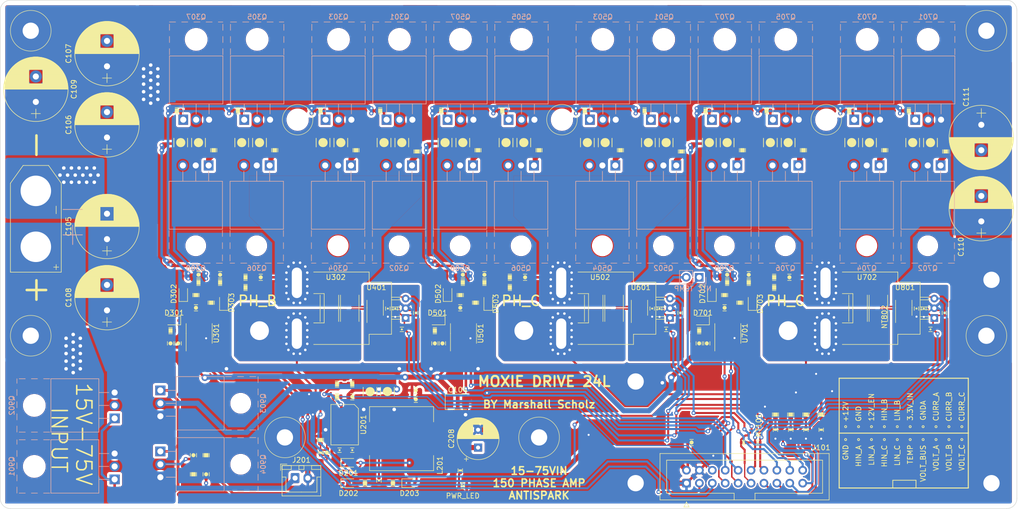
<source format=kicad_pcb>
(kicad_pcb (version 20221018) (generator pcbnew)
  (layers (0 "F.Cu" signal) (31 "B.Cu" signal) (34 "B.Paste" user) (35 "F.Paste" user) (36 "B.SilkS" user "B.Silkscreen") (37 "F.SilkS" user "F.Silkscreen") (38 "B.Mask" user) (39 "F.Mask" user) (44 "Edge.Cuts" user))
  (net 0 "")
  (net 1 "GND")
  (net 2 "+BATT")
  (net 3 "/50v to12v@1A/BK_BST")
  (net 4 "12v_buck_vout")
  (net 5 "GNDA")
  (net 6 "+3V3")
  (net 7 "/Phase_A")
  (net 8 "/Phase_B")
  (net 9 "/Phase_C")
  (net 10 "/VBUS_VSENSE")
  (net 11 "/B_VSENSE")
  (net 12 "/L_IN_A")
  (net 13 "/BUCKEN")
  (net 14 "/FET_TEMP_SENSE")
  (net 15 "/A_VSENSE")
  (net 16 "/C_VSENSE")
  (net 17 "/L_IN_B")
  (net 18 "/Inrush_charge_pump")
  (net 19 "/Phase A/Isense_Backup_shunts/PHASE")
  (net 20 "Net-(R203-Pad2)")
  (net 21 "/Phase B/Isense_Backup_shunts/PHASE")
  (net 22 "/50v to12v@1A/VCC_RUN")
  (net 23 "/50v to12v@1A/SW")
  (net 24 "/50v to12v@1A/FB")
  (net 25 "/Phase A/VBOOT")
  (net 26 "/Phase A/HG_R")
  (net 27 "/Phase A/LG_R")
  (net 28 "/Phase A/SNUBB_R")
  (net 29 "/Phase B/VBOOT")
  (net 30 "/Phase B/HG_R")
  (net 31 "/Phase B/LG_R")
  (net 32 "/Phase B/SNUBB_R")
  (net 33 "/Phase C/VBOOT")
  (net 34 "/Phase C/HG_R")
  (net 35 "/Phase C/LG_R")
  (net 36 "/Phase C/SNUBB_R")
  (net 37 "/PWR_LED_R")
  (net 38 "/Phase A/VBOOT_R")
  (net 39 "/Phase A/HG")
  (net 40 "/Phase A/LG")
  (net 41 "/Phase B/VBOOT_R")
  (net 42 "/Phase B/HG")
  (net 43 "/Phase B/LG")
  (net 44 "/Phase C/VBOOT_R")
  (net 45 "/Phase C/HG")
  (net 46 "/Phase C/LG")
  (net 47 "/Phase A/Isense_Backup_shunts/SNS+")
  (net 48 "/Phase A/Isense_Backup_shunts/SNS-")
  (net 49 "/Phase B/Isense_Backup_shunts/SNS+")
  (net 50 "/Phase B/Isense_Backup_shunts/SNS-")
  (net 51 "/Phase C/Isense_Backup_shunts/SNS+")
  (net 52 "/Phase C/Isense_Backup_shunts/SNS-")
  (net 53 "/Phase A/HG_R1")
  (net 54 "/Phase A/LG_R1")
  (net 55 "/Phase A/HG_R2")
  (net 56 "/Phase A/LG_R2")
  (net 57 "/Phase A/HG_R3")
  (net 58 "/Phase A/LG_R3")
  (net 59 "/Phase A/HG_R4")
  (net 60 "/Phase A/LG_R4")
  (net 61 "/Phase B/HG_R1")
  (net 62 "/Phase B/LG_R1")
  (net 63 "/Phase B/HG_R2")
  (net 64 "/Phase B/LG_R2")
  (net 65 "/Phase B/HG_R3")
  (net 66 "/Phase B/LG_R3")
  (net 67 "/Phase B/HG_R4")
  (net 68 "/Phase B/LG_R4")
  (net 69 "/Phase C/HG_R1")
  (net 70 "/Phase C/LG_R1")
  (net 71 "/Phase C/HG_R2")
  (net 72 "/Phase C/LG_R2")
  (net 73 "/Phase C/HG_R3")
  (net 74 "/Phase C/LG_R3")
  (net 75 "/Phase C/HG_R4")
  (net 76 "/Phase C/LG_R4")
  (net 77 "VBUS")
  (net 78 "/Phase C/Isense_Backup_shunts/PHASE")
  (net 79 "Net-(C901-Pad1)")
  (net 80 "Net-(D202-Pad2)")
  (net 81 "/H_IN_A")
  (net 82 "Net-(C210-Pad1)")
  (net 83 "Net-(D203-Pad1)")
  (net 84 "/H_IN_C")
  (net 85 "/H_IN_B")
  (net 86 "/L_IN_C")
  (net 87 "/A_ISENSE")
  (net 88 "/B_ISENSE")
  (net 89 "/C_ISENSE")
  (footprint "pkl_dipol:C_0402" (layer "F.Cu") (at 169 115)
    (fp_text reference "C101")
    (fp_text value "2.2uF")
  )
  (footprint "pkl_dipol:C_0603" (layer "F.Cu") (at 101.75 104.75 180)
    (fp_text reference "C102")
    (fp_text value "10uF")
  )
  (footprint "pkl_dipol:C_0603" (layer "F.Cu") (at 156 115)
    (fp_text reference "C103")
    (fp_text value "10uF")
  )
  (footprint "Capacitor_Tantalum_SMD:CP_EIA-3528-21_Kemet-B" (layer "F.Cu") (at 110 107)
    (fp_text reference "C104")
    (fp_text value "47uF")
  )
  (footprint "24_moxie_drive:CP_Radial_D12.5mm_P5.00mm_H25mm" (layer "F.Cu") (at 41 55 90)
    (fp_text reference "C106")
    (fp_text value "560uF")
  )
  (footprint "Connector_IDC:IDC-Header_2x10_P2.54mm_Vertical" (layer "F.Cu") (at 155 123 90)
    (fp_text reference "J101")
    (fp_text value "Conn_02x10")
  )
  (footprint "24_moxie_drive:MountingHole_3.2mm_M3_DIN965_w-standoff" (layer "F.Cu") (at 215 83)
    (fp_text reference "MK101")
    (fp_text value "Mounting_Hole")
  )
  (footprint "24_moxie_drive:MountingHole_3.2mm_M3_DIN965_w-standoff" (layer "F.Cu") (at 145 103)
    (fp_text reference "MK103")
    (fp_text value "Mounting_Hole")
  )
  (footprint "pkl_dipol:R_0402" (layer "F.Cu") (at 166.25 115 180)
    (fp_text reference "R101")
    (fp_text value "10kΩ")
  )
  (footprint "pkl_dipol:R_0402" (layer "F.Cu") (at 110.5 120.5 -90)
    (fp_text reference "R103")
    (fp_text value "10kΩ")
  )
  (footprint "pkl_dipol:R_0603" (layer "F.Cu") (at 178.5 109.5 -90)
    (fp_text reference "R104")
    (fp_text value "47kΩ")
  )
  (footprint "pkl_dipol:R_0402" (layer "F.Cu") (at 178.5 112.5 -90)
    (fp_text reference "R105")
    (fp_text value "2.2kΩ")
  )
  (footprint "pkl_dipol:R_0603" (layer "F.Cu") (at 175.5 109.5 -90)
    (fp_text reference "R106")
    (fp_text value "47kΩ")
  )
  (footprint "pkl_dipol:R_0402" (layer "F.Cu") (at 175.5 112.5 -90)
    (fp_text reference "R107")
    (fp_text value "2.2kΩ")
  )
  (footprint "pkl_dipol:R_0603" (layer "F.Cu") (at 172.5 109.5 -90)
    (fp_text reference "R108")
    (fp_text value "47kΩ")
  )
  (footprint "pkl_dipol:R_0402" (layer "F.Cu") (at 172.5 112.5 -90)
    (fp_text reference "R109")
    (fp_text value "2.2kΩ")
  )
  (footprint "pkl_dipol:R_0603" (layer "F.Cu") (at 181.5 109.5 -90)
    (fp_text reference "R110")
    (fp_text value "47kΩ")
  )
  (footprint "pkl_dipol:R_0402" (layer "F.Cu") (at 181.5 112.5 -90)
    (fp_text reference "R111")
    (fp_text value "2.2kΩ")
  )
  (footprint "24_moxie_drive:CP_Radial_D12.5mm_P5.00mm_H25mm" (layer "F.Cu") (at 41 41 90)
    (fp_text reference "C107")
    (fp_text value "560uF")
  )
  (footprint "24_moxie_drive:CP_Radial_D12.5mm_P5.00mm_H25mm" (layer "F.Cu") (at 41 89 90)
    (fp_text reference "C108")
    (fp_text value "560uF")
  )
  (footprint "24_moxie_drive:CP_Radial_D12.5mm_P5.00mm_H25mm" (layer "F.Cu") (at 213 52.5 -90)
    (fp_text reference "C111")
    (fp_text value "560uF")
  )
  (footprint "24_moxie_drive:MountingHole_M3_3.2x6.0mm_w_washer&screw" (layer "F.Cu") (at 78.5 51.5)
    (fp_text reference "H301")
    (fp_text value "MountingHole" hide)
  )
  (footprint "24_moxie_drive:MountingHole_M3_3.2x6.0mm_w_washer&screw" (layer "F.Cu") (at 130.5 51.5)
    (fp_text reference "H501")
    (fp_text value "MountingHole" hide)
  )
  (footprint "24_moxie_drive:MountingHole_M3_3.2x6.0mm_w_washer&screw" (layer "F.Cu") (at 182.5 51.5)
    (fp_text reference "H701")
    (fp_text value "MountingHole" hide)
  )
  (footprint "24_moxie_drive:MountingHole_M3_3.2x8.0mm_w_washer&screw" (layer "F.Cu") (at 76 114 90)
    (fp_text reference "H901")
    (fp_text value "MountingHole" hide)
  )
  (footprint "24_moxie_drive:MountingHole_M3_3.2x8.0mm_w_washer&screw" (layer "F.Cu") (at 126 114)
    (fp_text reference "H902")
    (fp_text value "MountingHole" hide)
  )
  (footprint "pkl_dipol:C_0603" (layer "F.Cu") (at 89.25 106)
    (fp_text reference "C203")
    (fp_text value "0.1uF ")
  )
  (footprint "pkl_dipol:C_1210" (layer "F.Cu") (at 96.17 104.97 -90)
    (fp_text reference "C202")
    (fp_text value "4.7uF ")
  )
  (footprint "pkl_dipol:C_1210" (layer "F.Cu") (at 92.75 105 -90)
    (fp_text reference "C201")
    (fp_text value "4.7uF ")
  )
  (footprint "pkl_dipol:C_0402" (layer "F.Cu") (at 86.75 116.5 180)
    (fp_text reference "C204")
    (fp_text value "0.1uF")
  )
  (footprint "pkl_dipol:C_0402" (layer "F.Cu") (at 89.25 116.5)
    (fp_text reference "C205")
    (fp_text value "0.1uF")
  )
  (footprint "pkl_dipol:C_0603" (layer "F.Cu") (at 84.25 117 90)
    (fp_text reference "C206")
    (fp_text value "4.7nf")
  )
  (footprint "pkl_dipol:C_0603" (layer "F.Cu") (at 101.75 106.5 180)
    (fp_text reference "C207")
    (fp_text value "1uF")
  )
  (footprint "Diode_SMD:D_SOD-323" (layer "F.Cu") (at 88.5 119)
    (fp_text reference "D201")
    (fp_text value "100v 200ma")
  )
  (footprint "Inductor_SMD:L_12x12mm_H8mm" (layer "F.Cu") (at 98.95 114.25 180)
    (fp_text reference "L201")
    (fp_text value "100uh 2.5A")
  )
  (footprint "pkl_dipol:R_0402" (layer "F.Cu") (at 83 117 90)
    (fp_text reference "R204")
    (fp_text value "20kΩ")
  )
  (footprint "pkl_dipol:R_0603" (layer "F.Cu") (at 86.25 103.515 180)
    (fp_text reference "R202")
    (fp_text value "10kΩ")
  )
  (footprint "pkl_dipol:R_0603" (layer "F.Cu") (at 89.25 103.5 180)
    (fp_text reference "R201")
    (fp_text value "100kΩ")
  )
  (footprint "pkl_dipol:R_0603" (layer "F.Cu") (at 86.25 106 180)
    (fp_text reference "R203")
    (fp_text value "2MΩ")
  )
  (footprint "pkl_dipol:R_0603" (layer "F.Cu") (at 83 114.5 90)
    (fp_text reference "R205")
    (fp_text value "2.2kΩ")
  )
  (footprint "24_moxie_drive:SO8-E" (layer "F.Cu") (at 87.75 111.5 -90)
    (fp_text reference "U201")
    (fp_text value "SY8502")
  )
  (footprint "pkl_dipol:C_0603" (layer "F.Cu") (at 59 82)
    (fp_text reference "C304")
    (fp_text value "1nf_NP")
  )
  (footprint "pkl_dipol:C_0603" (layer "F.Cu") (at 58.5 88.5)
    (fp_text reference "C303")
    (fp_text value "1uF")
  )
  (footprint "pkl_dipol:C_0603" (layer "F.Cu") (at 53.5 95.5 90)
    (fp_text reference "C301")
    (fp_text value "1uF")
  )
  (footprint "pkl_dipol:C_1210" (layer "F.Cu") (at 83.5 56 -90)
    (fp_text reference "C310")
    (fp_text value "4.7uF ")
  )
  (footprint "pkl_dipol:C_1210" (layer "F.Cu") (at 59 56 -90)
    (fp_text reference "C307")
    (fp_text value "4.7uF ")
  )
  (footprint "pkl_dipol:C_1210" (layer "F.Cu") (at 71 56 -90)
    (fp_text reference "C309")
    (fp_text value "4.7uF ")
  )
  (footprint "pkl_dipol:C_0603" (layer "F.Cu") (at 55 95.5 90)
    (fp_text reference "C302")
    (fp_text value "1uF")
  )
  (footprint "pkl_dipol:C_0603" (layer "F.Cu") (at 63.25 82)
    (fp_text reference "C305")
    (fp_text value "1nf_NP")
  )
  (footprint "pkl_dipol:C_0603" (layer "F.Cu") (at 107 95.5 90)
    (fp_text reference "C502")
    (fp_text value "1uF")
  )
  (footprint "pkl_dipol:C_0603" (layer "F.Cu") (at 115.25 82)
    (fp_text reference "C505")
    (fp_text value "1nf_NP")
  )
  (footprint "pkl_dipol:C_1210" (layer "F.Cu") (at 139 56 -90)
    (fp_text reference "C511")
    (fp_text value "4.7uF ")
  )
  (footprint "pkl_dipol:C_0603" (layer "F.Cu") (at 163 82)
    (fp_text reference "C704")
    (fp_text value "1nf_NP")
  )
  (footprint "pkl_dipol:C_0402" (layer "F.Cu") (at 153.75 89.5 90)
    (fp_text reference "C515")
    (fp_text value "0.1uF")
  )
  (footprint "pkl_dipol:C_0603" (layer "F.Cu") (at 159 95.5 90)
    (fp_text reference "C702")
    (fp_text value "1uF")
  )
  (footprint "pkl_dipol:C_0402" (layer "F.Cu") (at 149.7 88.65 -90)
    (fp_text reference "C602")
    (fp_text value "2.2uF")
  )
  (footprint "pkl_dipol:C_0402" (layer "F.Cu") (at 96.25 88.65 -90)
    (fp_text reference "C401")
    (fp_text value "0.1uF")
  )
  (footprint "pkl_dipol:C_1210" (layer "F.Cu") (at 147.5 56 -90)
    (fp_text reference "C512")
    (fp_text value "4.7uF ")
  )
  (footprint "pkl_dipol:C_1210" (layer "F.Cu") (at 99 56 -90)
    (fp_text reference "C313")
    (fp_text value "4.7uF ")
  )
  (footprint "pkl_dipol:C_1210" (layer "F.Cu") (at 171.5 56 -90)
    (fp_text reference "C708")
    (fp_text value "4.7uF ")
  )
  (footprint "pkl_dipol:C_0603" (layer "F.Cu") (at 71.25 82.5 180)
    (fp_text reference "C314")
    (fp_text value "4.7nf")
  )
  (footprint "pkl_dipol:C_0402" (layer "F.Cu") (at 97.7 88.65 -90)
    (fp_text reference "C402")
    (fp_text value "2.2uF")
  )
  (footprint "pkl_dipol:C_0603" (layer "F.Cu") (at 105.5 95.5 90)
    (fp_text reference "C501")
    (fp_text value "1uF")
  )
  (footprint "pkl_dipol:C_0603" (layer "F.Cu") (at 110.5 88.5)
    (fp_text reference "C503")
    (fp_text value "1uF")
  )
  (footprint "pkl_dipol:C_1210" (layer "F.Cu") (at 135.5 56 -90)
    (fp_text reference "C510")
    (fp_text value "4.7uF ")
  )
  (footprint "pkl_dipol:C_0603" (layer "F.Cu") (at 162.5 88.5)
    (fp_text reference "C703")
    (fp_text value "1uF")
  )
  (footprint "pkl_dipol:C_0402" (layer "F.Cu") (at 148.25 88.65 -90)
    (fp_text reference "C601")
    (fp_text value "0.1uF")
  )
  (footprint "pkl_dipol:C_1210" (layer "F.Cu") (at 67.5 56 -90)
    (fp_text reference "C308")
    (fp_text value "4.7uF ")
  )
  (footprint "pkl_dipol:C_1210" (layer "F.Cu") (at 95.5 56 -90)
    (fp_text reference "C312")
    (fp_text value "4.7uF ")
  )
  (footprint "pkl_dipol:C_0402" (layer "F.Cu") (at 151 92.75 180)
    (fp_text reference "C516")
    (fp_text value "2.2uF")
  )
  (footprint "pkl_dipol:C_1210" (layer "F.Cu") (at 111 56 -90)
    (fp_text reference "C507")
    (fp_text value "4.7uF ")
  )
  (footprint "pkl_dipol:C_1210" (layer "F.Cu") (at 119.5 56 -90)
    (fp_text reference "C508")
    (fp_text value "4.7uF ")
  )
  (footprint "pkl_dipol:C_1210" (layer "F.Cu") (at 175 56 -90)
    (fp_text reference "C709")
    (fp_text value "4.7uF ")
  )
  (footprint "pkl_dipol:C_1210" (layer "F.Cu") (at 107.5 56 -90)
    (fp_text reference "C506")
    (fp_text value "4.7uF ")
  )
  (footprint "pkl_dipol:C_0603" (layer "F.Cu") (at 123.25 82.5 180)
    (fp_text reference "C514")
    (fp_text value "4.7nf")
  )
  (footprint "pkl_dipol:C_1210" (layer "F.Cu") (at 159.5 56 -90)
    (fp_text reference "C706")
    (fp_text value "4.7uF ")
  )
  (footprint "pkl_dipol:C_0603" (layer "F.Cu") (at 167.25 82)
    (fp_text reference "C705")
    (fp_text value "1nf_NP")
  )
  (footprint "pkl_dipol:C_0402" (layer "F.Cu") (at 101.75 89.5 90)
    (fp_text reference "C315")
    (fp_text value "0.1uF")
  )
  (footprint "pkl_dipol:C_1210" (layer "F.Cu") (at 151 56 -90)
    (fp_text reference "C513")
    (fp_text value "4.7uF ")
  )
  (footprint "pkl_dipol:C_0603" (layer "F.Cu") (at 111 82)
    (fp_text reference "C504")
    (fp_text value "1nf_NP")
  )
  (footprint "pkl_dipol:C_1210" (layer "F.Cu") (at 123 56 -90)
    (fp_text reference "C509")
    (fp_text value "4.7uF ")
  )
  (footprint "pkl_dipol:C_1210" (layer "F.Cu") (at 163 56 -90)
    (fp_text reference "C707")
    (fp_text value "4.7uF ")
  )
  (footprint "pkl_dipol:C_1210" (layer "F.Cu") (at 87 56 -90)
    (fp_text reference "C311")
    (fp_text value "4.7uF ")
  )
  (footprint "pkl_dipol:C_0603" (layer "F.Cu") (at 157.5 95.5 90)
    (fp_text reference "C701")
    (fp_text value "1uF")
  )
  (footprint "pkl_dipol:C_1210" (layer "F.Cu") (at 187.5 56 -90)
    (fp_text reference "C710")
    (fp_text value "4.7uF ")
  )
  (footprint "Diode_SMD:D_SOD-323F" (layer "F.Cu") (at 56 85.75 90)
    (fp_text reference "D302")
    (fp_text value "D")
  )
  (footprint "pkl_dipol:C_0402" (layer "F.Cu") (at 201.7 88.65 -90)
    (fp_text reference "C802")
    (fp_text value "2.2uF")
  )
  (footprint "pkl_dipol:C_1210" (layer "F.Cu") (at 191 56 -90)
    (fp_text reference "C711")
    (fp_text value "4.7uF ")
  )
  (footprint "pkl_dipol:C_0603" (layer "F.Cu") (at 175.25 82.5 180)
    (fp_text reference "C714")
    (fp_text value "4.7nf")
  )
  (footprint "pkl_dipol:C_1210" (layer "F.Cu") (at 199.5 56 -90)
    (fp_text reference "C712")
    (fp_text value "4.7uF ")
  )
  (footprint "Diode_SMD:D_SOD-323F" (layer "F.Cu") (at 108 85.75 90)
    (fp_text reference "D502")
    (fp_text value "D")
  )
  (footprint "pkl_dipol:C_1210" (layer "F.Cu") (at 203 56 -90)
    (fp_text reference "C713")
    (fp_text value "4.7uF ")
  )
  (footprint "pkl_dipol:C_0402" (layer "F.Cu") (at 205.75 89.5 90)
    (fp_text reference "C715")
    (fp_text value "0.1uF")
  )
  (footprint "pkl_dipol:C_0402" (layer "F.Cu") (at 203 92.75 180)
    (fp_text reference "C716")
    (fp_text value "2.2uF")
  )
  (footprint "pkl_dipol:C_0402" (layer "F.Cu") (at 200.25 88.65 -90)
    (fp_text reference "C801")
    (fp_text value "0.1uF")
  )
  (footprint "Diode_SMD:D_SOD-323F" (layer "F.Cu") (at 116 87.5 90)
    (fp_text reference "D503")
    (fp_text value "D")
  )
  (footprint "Diode_SMD:D_SOD-323F" (layer "F.Cu") (at 54 91 180)
    (fp_text reference "D301")
    (fp_text value "D")
  )
  (footprint "Diode_SMD:D_SOD-323F" (layer "F.Cu") (at 64 87.5 90)
    (fp_text reference "D303")
    (fp_text value "D")
  )
  (footprint "Diode_SMD:D_SOD-323F" (layer "F.Cu") (at 106 91 180)
    (fp_text reference "D501")
    (fp_text value "D")
  )
  (footprint "Diode_SMD:D_SOD-323F" (layer "F.Cu") (at 158 91 180)
    (fp_text reference "D701")
    (fp_text value "D")
  )
  (footprint "Diode_SMD:D_SOD-323F" (layer "F.Cu") (at 168 87.5 90)
    (fp_text reference "D703")
    (fp_text value "D")
  )
  (footprint "MountingHole:MountingHole_3.7mm_Pad" (layer "F.Cu") (at 71 93)
    (fp_text reference "J301")
    (fp_text value "PHASE_CONN")
  )
  (footprint "MountingHole:MountingHole_3.7mm_Pad" (layer "F.Cu") (at 123 93)
    (fp_text reference "J501")
    (fp_text value "PHASE_CONN")
  )
  (footprint "NetTie:NetTie-2_SMD_Pad0.5mm" (layer "F.Cu") (at 88.75 90.25 90)
    (fp_text reference "NT402" hide)
    (fp_text value "Net-Tie_2")
  )
  (footprint "NetTie:NetTie-2_SMD_Pad0.5mm" (layer "F.Cu") (at 140.75 87 -90)
    (fp_text reference "NT601" hide)
    (fp_text value "Net-Tie_2")
  )
  (footprint "NetTie:NetTie-2_SMD_Pad0.5mm" (layer "F.Cu") (at 192.75 87 -90)
    (fp_text reference "NT801" hide)
    (fp_text value "Net-Tie_2")
  )
  (footprint "NetTie:NetTie-2_SMD_Pad0.5mm" (layer "F.Cu") (at 140.75 90.25 90)
    (fp_text reference "NT602" hide)
    (fp_text value "Net-Tie_2")
  )
  (footprint "NetTie:NetTie-2_SMD_Pad0.5mm" (layer "F.Cu") (at 192.75 90.25 90)
    (fp_text reference "NTw" hide)
    (fp_text value "Net-Tie_2")
  )
  (footprint "Diode_SMD:D_SOD-323F" (layer "F.Cu") (at 160 85.75 90)
    (fp_text reference "D702")
    (fp_text value "D")
  )
  (footprint "MountingHole:MountingHole_3.7mm_Pad" (layer "F.Cu") (at 175 93)
    (fp_text reference "J701")
    (fp_text value "PHASE_CONN")
  )
  (footprint "NetTie:NetTie-2_SMD_Pad0.5mm" (layer "F.Cu") (at 88.75 87 -90)
    (fp_text reference "NT401" hide)
    (fp_text value "Net-Tie_2")
  )
  (footprint "pkl_dipol:R_0603" (layer "F.Cu") (at 63.25 83.5 180)
    (fp_text reference "R305")
    (fp_text value "10kΩ")
  )
  (footprint "pkl_dipol:R_0603" (layer "F.Cu") (at 61.5 87.5 -90)
    (fp_text reference "R303")
    (fp_text value "10Ω")
  )
  (footprint "pkl_dipol:R_0603" (layer "F.Cu") (at 53.5 93 180)
    (fp_text reference "R301")
    (fp_text value "2.2Ω")
  )
  (footprint "pkl_dipol:R_0603" (layer "F.Cu") (at 62 57.5 -90)
    (fp_text reference "R313")
    (fp_text value "10Ω")
  )
  (footprint "pkl_dipol:R_0603" (layer "F.Cu") (at 59 83.5 180)
    (fp_text reference "R304")
    (fp_text value "10kΩ")
  )
  (footprint "pkl_dipol:R_0603" (layer "F.Cu") (at 58.5 86 -90)
    (fp_text reference "R302")
    (fp_text value "10Ω")
  )
  (footprint "pkl_dipol:R_0603" (layer "F.Cu") (at 74 57.5 -90)
    (fp_text reference "R311")
    (fp_text value "10Ω")
  )
  (footprint "pkl_dipol:R_0603" (layer "F.Cu") (at 94.75 49.75)
    (fp_text reference "R306")
    (fp_text value "10Ω")
  )
  (footprint "pkl_dipol:R_0603" (layer "F.Cu") (at 66.75 49.75)
    (fp_text reference "R310")
    (fp_text value "10Ω")
  )
  (footprint "pkl_dipol:R_0603" (layer "F.Cu") (at 102 57.75 -90)
    (fp_text reference "R307")
    (fp_text value "10Ω")
  )
  (footprint "pkl_dipol:R_0603" (layer "F.Cu") (at 83 49.75)
    (fp_text reference "R308")
    (fp_text value "10Ω")
  )
  (footprint "pkl_dipol:R_0603" (layer "F.Cu") (at 90 57.5 -90)
    (fp_text reference "R309")
    (fp_text value "10Ω")
  )
  (footprint "pkl_dipol:R_0603" (layer "F.Cu") (at 54.75 49.75)
    (fp_text reference "R312")
    (fp_text value "10Ω")
  )
  (footprint "pkl_dipol:R_0603" (layer "F.Cu") (at 68.25 82.5)
    (fp_text reference "R315")
    (fp_text value "10Ω_NP")
  )
  (footprint "pkl_dipol:R_0603" (layer "F.Cu") (at 142 57.5 -90)
    (fp_text reference "R509")
    (fp_text value "10Ω")
  )
  (footprint "pkl_dipol:R_0603" (layer "F.Cu") (at 118.75 49.75)
    (fp_text reference "R510")
    (fp_text value "10Ω")
  )
  (footprint "pkl_dipol:R_0603" (layer "F.Cu") (at 120.25 84.5)
    (fp_text reference "R514")
    (fp_text value "10Ω_NP")
  )
  (footprint "24_moxie_drive:R_2512_shunt_vishay" (layer "F.Cu") (at 140.75 88.6 90)
    (fp_text reference "R602")
    (fp_text value "1mΩ")
  )
  (footprint "pkl_dipol:R_0603" (layer "F.Cu") (at 187 49.75)
    (fp_text reference "R708")
    (fp_text value "10Ω")
  )
  (footprint "pkl_dipol:R_0603" (layer "F.Cu") (at 165.5 87.5 -90)
    (fp_text reference "R703")
    (fp_text value "10Ω")
  )
  (footprint "pkl_dipol:R_0603" (layer "F.Cu") (at 163 83.5 180)
    (fp_text reference "R704")
    (fp_text value "10kΩ")
  )
  (footprint "pkl_dipol:R_0603" (layer "F.Cu") (at 194 57.5 -90)
    (fp_text reference "R709")
    (fp_text value "10Ω")
  )
  (footprint "pkl_dipol:R_0603" (layer "F.Cu") (at 158.75 49.75)
    (fp_text reference "R712")
    (fp_text value "10Ω")
  )
  (footprint "pkl_dipol:R_0603" (layer "F.Cu") (at 105.5 93 180)
    (fp_text reference "R501")
    (fp_text value "2.2Ω")
  )
  (footprint "pkl_dipol:R_0603" (layer "F.Cu") (at 170.75 49.75)
    (fp_text reference "R710")
    (fp_text value "10Ω")
  )
  (footprint "24_moxie_drive:R_2512_shunt_vishay" (layer "F.Cu") (at 188.75 88.6 90)
    (fp_text reference "R801")
    (fp_text value "1mΩ")
  )
  (footprint "pkl_dipol:R_0603" (layer "F.Cu") (at 126 57.5 -90)
    (fp_text reference "R511")
    (fp_text value "10Ω")
  )
  (footprint "pkl_dipol:R_0603" (layer "F.Cu") (at 113.5 87.5 -90)
    (fp_text reference "R503")
    (fp_text value "10Ω")
  )
  (footprint "24_moxie_drive:R_2512_shunt_vishay" (layer "F.Cu") (at 136.75 88.6 90)
    (fp_text reference "R601")
    (fp_text value "1mΩ")
  )
  (footprint "pkl_dipol:R_0603" (layer "F.Cu") (at 111 83.5 180)
    (fp_text reference "R504")
    (fp_text value "10kΩ")
  )
  (footprint "pkl_dipol:R_0603" (layer "F.Cu") (at 106.75 49.75)
    (fp_text reference "R512")
    (fp_text value "10Ω")
  )
  (footprint "pkl_dipol:R_0603" (layer "F.Cu") (at 162.5 86 -90)
    (fp_text reference "R702")
    (fp_text value "10Ω")
  )
  (footprint "pkl_dipol:R_0603" (layer "F.Cu") (at 114 57.5 -90)
    (fp_text reference "R513")
    (fp_text value "10Ω")
  )
  (footprint "pkl_dipol:R_0603" (layer "F.Cu") (at 166 57.5 -90)
    (fp_text reference "R713")
    (fp_text value "10Ω")
  )
  (footprint "pkl_dipol:R_0603" (layer "F.Cu") (at 115.25 83.5 180)
    (fp_text reference "R505")
    (fp_text value "10kΩ")
  )
  (footprint "pkl_dipol:R_0603" (layer "F.Cu") (at 206 57.75 -90)
    (fp_text reference "R707")
    (fp_text value "10Ω")
  )
  (footprint "pkl_dipol:R_0603" (layer "F.Cu") (at 172.25 82.5)
    (fp_text reference "R715")
    (fp_text value "10Ω_NP")
  )
  (footprint "pkl_dipol:R_0603" (layer "F.Cu") (at 157.5 93 180)
    (fp_text reference "R701")
    (fp_text value "2.2Ω")
  )
  (footprint "pkl_dipol:R_0603" (layer "F.Cu") (at 120.25 82.5)
    (fp_text reference "R515")
    (fp_text value "10Ω_NP")
  )
  (footprint "24_moxie_drive:R_2512_shunt_vishay" (layer "F.Cu") (at 192.75 88.6 90)
    (fp_text reference "R802")
    (fp_text value "1mΩ")
  )
  (footprint "pkl_dipol:R_0603" (layer "F.Cu") (at 154 57.75 -90)
    (fp_text reference "R507")
    (fp_text value "10Ω")
  )
  (footprint "pkl_dipol:R_0603" (layer "F.Cu") (at 198.75 49.75)
    (fp_text reference "R706")
    (fp_text value "10Ω")
  )
  (footprint "pkl_dipol:R_0603" (layer "F.Cu") (at 178 57.5 -90)
    (fp_text reference "R711")
    (fp_text value "10Ω")
  )
  (footprint "pkl_dipol:R_0603" (layer "F.Cu") (at 172.25 84.5)
    (fp_text reference "R714")
    (fp_text value "10Ω_NP")
  )
  (footprint "pkl_dipol:R_0603" (layer "F.Cu") (at 146.75 49.75)
    (fp_text reference "R506")
    (fp_text value "10Ω")
  )
  (footprint "pkl_dipol:R_0603" (layer "F.Cu") (at 167.25 83.5 180)
    (fp_text reference "R705")
    (fp_text value "10kΩ")
  )
  (footprint "pkl_dipol:R_0603" (layer "F.Cu") (at 110.5 86 -90)
    (fp_text reference "R502")
    (fp_text value "10Ω")
  )
  (footprint "pkl_dipol:R_0603" (layer "F.Cu") (at 135 49.75)
    (fp_text reference "R508")
    (fp_text value "10Ω")
  )
  (footprint "pkl_dipol:R_0603" (layer "F.Cu") (at 68.25 84.5)
    (fp_text reference "R314")
    (fp_text value "10Ω_NP")
  )
  (footprint "Package_SO:SO-8_3.9x4.9mm_P1.27mm" (layer "F.Cu") (at 59.13 93.55 90)
    (fp_text reference "U301")
    (fp_text value "FD2203")
  )
  (footprint "Sensor_Current:Allegro_CB_PFF" (layer "F.Cu") (at 203.75 90.5 90)
    (fp_text reference "U702")
    (fp_text value "ACS758-150B")
  )
  (footprint "Package_SO:MSOP-8_3x3mm_P0.65mm" (layer "F.Cu") (at 93.75 88.5 90)
    (fp_text reference "U401")
    (fp_text value "AD8418")
  )
  (footprint "Package_SO:MSOP-8_3x3mm_P0.65mm" (layer "F.Cu") (at 197.75 88.5 90)
    (fp_text reference "U801")
    (fp_text value "AD8418")
  )
  (footprint "Package_SO:SO-8_3.9x4.9mm_P1.27mm" (layer "F.Cu") (at 111.13 93.55 90)
    (fp_text reference "U501")
    (fp_text value "FD2203")
  )
  (footprint "Sensor_Current:Allegro_CB_PFF" (layer "F.Cu") (at 151.75 90.5 90)
    (fp_text reference "U502")
    (fp_text value "ACS758-150B")
  )
  (footprint "Package_SO:MSOP-8_3x3mm_P0.65mm" (layer "F.Cu") (at 145.75 88.5 90)
    (fp_text reference "U601")
    (fp_text value "AD8418")
  )
  (footprint "Package_SO:SO-8_3.9x4.9mm_P1.27mm" (layer "F.Cu") (at 163.13 93.55 90)
    (fp_text reference "U701")
    (fp_text value "FD2203")
  )
  (footprint "pkl_dipol:C_1210" (layer "F.Cu") (at 55.5 56 -90)
    (fp_text reference "C306")
    (fp_text value "4.7uF ")
  )
  (footprint "24_moxie_drive:R_2512_shunt_vishay" (layer "F.Cu") (at 84.75 88.6 90)
    (fp_text reference "R401")
    (fp_text value "1mΩ")
  )
  (footprint "24_moxie_drive:MountingHole_M3_3.2x8.0mm_w_washer&screw" (layer "F.Cu") (at 26 34)
    (fp_text reference "H103")
    (fp_text value "MountingHole" hide)
  )
  (footprint "24_moxie_drive:MountingHole_M3_3.2x8.0mm_w_washer&screw" (layer "F.Cu") (at 214 34)
    (fp_text reference "H104")
    (fp_text value "MountingHole" hide)
  )
  (footprint "24_moxie_drive:MountingHole_M3_3.2x8.0mm_w_washer&screw" (layer "F.Cu") (at 214 94)
    (fp_text reference "H105")
    (fp_text value "MountingHole" hide)
  )
  (footprint "24_moxie_drive:MountingHole_M3_3.2x8.0mm_w_washer&screw" (layer "F.Cu") (at 26 94)
    (fp_text reference "H106")
    (fp_text value "MountingHole" hide)
  )
  (footprint "pkl_dipol:C_0402" (layer "F.Cu") (at 94.5 122.5 90)
    (fp_text reference "C210")
    (fp_text value "0.1uF")
  )
  (footprint "Diode_SMD:D_SOD-323" (layer "F.Cu") (at 100.5 123)
    (fp_text reference "D203")
    (fp_text value "100v 200ma")
  )
  (footprint "pkl_dipol:R_0603" (layer "F.Cu") (at 97.25 123 180)
    (fp_text reference "R207")
    (fp_text value "100Ω")
  )
  (footprint "24_moxie_drive:XT90H-M_vertical" (layer "F.Cu") (at 27 71 -90)
    (fp_text reference "J102")
    (fp_text value "XT90H-M")
  )
  (footprint "24_moxie_drive:CP_Radial_D12.5mm_P5.00mm_H25mm" (layer "F.Cu") (at 27 48 90)
    (fp_text reference "C109")
    (fp_text value "560uF")
  )
  (footprint "pkl_dipol:C_0603" (layer "F.Cu") (at 60.5 121.25 -90)
    (fp_text reference "C901")
    (fp_text value "0.1uf")
  )
  (footprint "Diode_SMD:D_SOD-323" (layer "F.Cu") (at 88.5 123)
    (fp_text reference "D202")
    (fp_text value "100v 200ma")
  )
  (footprint "pkl_dipol:C_0603" (layer "F.Cu") (at 58 117.5 -90)
    (fp_text reference "C209")
    (fp_text value "0.1uf")
  )
  (footprint "pkl_dipol:R_0603" (layer "F.Cu") (at 91.75 123 180)
    (fp_text reference "R206")
    (fp_text value "100Ω")
  )
  (footprint "pkl_dipol:R_0603" (layer "F.Cu") (at 60.5 117.5 -90)
    (fp_text reference "R901")
    (fp_text value "2.2kΩ")
  )
  (footprint "pkl_dipol:R_0603" (layer "F.Cu") (at 58 121.25 -90)
    (fp_text reference "R902")
    (fp_text value "100kΩ")
  )
  (footprint "24_moxie_drive:CP_Radial_D12.5mm_P5.00mm_H25mm" (layer "F.Cu") (at 41 75 90)
    (fp_text reference "C105")
    (fp_text value "560uF")
  )
  (footprint "24_moxie_drive:CP_Radial_D12.5mm_P5.00mm_H25mm" (layer "F.Cu") (at 213 71.5 90)
    (fp_text reference "C110")
    (fp_text value "560uF")
  )
  (footprint "Sensor_Current:Allegro_CB_PFF" (layer "F.Cu") (at 99.75 90.5 90)
    (fp_text reference "U302")
    (fp_text value "ACS758-150B")
  )
  (footprint "pkl_dipol:C_0402" (layer "F.Cu") (at 99 92.75 180)
    (fp_text reference "C316")
    (fp_text value "2.2uF")
  )
  (footprint "24_moxie_drive:MountingHole_3.2mm_M3_DIN965_w-standoff" (layer "F.Cu") (at 145 123)
    (fp_text reference "MK102")
    (fp_text value "Mounting_Hole")
  )
  (footprint "24_moxie_drive:MountingHole_3.2mm_M3_DIN965_w-standoff" (layer "F.Cu") (at 215 123)
    (fp_text reference "MK104")
    (fp_text value "Mounting_Hole")
  )
  (footprint "24_moxie_drive:R_2512_shunt_vishay" (layer "F.Cu") (at 88.75 88.6 90)
    (fp_text reference "R402")
    (fp_text value "1mΩ")
  )
  (footprint "Connector_JST:JST_XH_B2B-XH-A_1x02_P2.50mm_Vertical" (layer "F.Cu") (at 78 122)
    (fp_text reference "J201")
    (fp_text value "Conn_01x02")
  )
  (footprint "NetTie:NetTie-2_SMD_Pad0.5mm" (layer "F.Cu") (at 170.4 111.6 90)
    (fp_text reference "NT101")
    (fp_text value "Net-Tie_2")
  )
  (footprint "pkl_dipol:D_0603" (layer "F.Cu") (at 111 123.5 180)
    (fp_text reference "D101")
    (fp_text value "PWR_LED_GREEN")
  )
  (footprint "Capacitor_THT:CP_Radial_D8.0mm_P3.50mm" (layer "F.Cu") (at 114 116 90)
    (fp_text reference "C208")
    (fp_text value "100uf 25v")
  )
  (footprint "NetTie:NetTie-2_SMD_Pad0.5mm" (layer "F.Cu") (at 192.75 90.3 -90)
    (fp_text reference "NT802")
    (fp_text value "Net-Tie_2")
  )
  (footprint "Connector_PinHeader_2.54mm:PinHeader_1x02_P2.54mm_Vertical" (layer "B.Cu") (at 157.5 82.5 90)
    (fp_text reference "R102")
    (fp_text value "NTC 10kΩ")
  )
  (footprint "24_moxie_drive:TO-220F-3_Horizontal_TabUp_w_boltkeepout" (layer "B.Cu") (at 56 51.5)
    (fp_text reference "Q307")
    (fp_text value "NMOS")
  )
  (footprint "24_moxie_drive:TO-220F-3_Horizontal_TabUp_w_boltkeepout" (layer "B.Cu") (at 177 60.5 180)
    (fp_text reference "Q706")
    (fp_text value "NMOS")
  )
  (footprint "24_moxie_drive:TO-220F-3_Horizontal_TabUp_w_boltkeepout" (layer "B.Cu") (at 108 51.5)
    (fp_text reference "Q507")
    (fp_text value "NMOS")
  )
  (footprint "24_moxie_drive:TO-220F-3_Horizontal_TabUp_w_boltkeepout" (layer "B.Cu") (at 113 60.5 180)
    (fp_text reference "Q508")
    (fp_text value "NMOS")
  )
  (footprint "24_moxie_drive:TO-220F-3_Horizontal_TabUp_w_boltkeepout" (layer "B.Cu") (at 205 60.5 180)
    (fp_text reference "Q702")
    (fp_text value "NMOS")
  )
  (footprint "24_moxie_drive:TO-220F-3_Horizontal_TabUp_w_boltkeepout" (layer "B.Cu") (at 200 51.5)
    (fp_text reference "Q701")
    (fp_text value "NMOS")
  )
  (footprint "24_moxie_drive:TO-220F-3_Horizontal_TabUp_w_boltkeepout" (layer "B.Cu") (at 160 51.5)
    (fp_text reference "Q707")
    (fp_text value "NMOS")
  )
  (footprint "24_moxie_drive:TO-220F-3_Horizontal_TabUp_w_boltkeepout" (layer "B.Cu") (at 165 60.5 180)
    (fp_text reference "Q708")
    (fp_text value "NMOS")
  )
  (footprint "24_moxie_drive:TO-220F-3_Horizontal_TabUp_w_boltkeepout" (layer "B.Cu") (at 172 51.5)
    (fp_text reference "Q705")
    (fp_text value "NMOS")
  )
  (footprint "24_moxie_drive:TO-220F-3_Horizontal_TabUp_w_boltkeepout" (layer "B.Cu") (at 193 60.5 180)
    (fp_text reference "Q704")
    (fp_text value "NMOS")
  )
  (footprint "24_moxie_drive:TO-220F-3_Horizontal_TabUp_w_boltkeepout" (layer "B.Cu") (at 188 51.5)
    (fp_text reference "Q703")
    (fp_text value "NMOS")
  )
  (footprint "24_moxie_drive:TO-220F-3_Horizontal_TabUp_w_boltkeepout" (layer "B.Cu") (at 120 51.5)
    (fp_text reference "Q505")
    (fp_text value "NMOS")
  )
  (footprint "24_moxie_drive:TO-220F-3_Horizontal_TabUp_w_boltkeepout" (layer "B.Cu") (at 136 51.5)
    (fp_text reference "Q503")
    (fp_text value "NMOS")
  )
  (footprint "24_moxie_drive:TO-220F-3_Horizontal_TabUp_w_boltkeepout" (layer "B.Cu") (at 96 51.5)
    (fp_text reference "Q301")
    (fp_text value "NMOS")
  )
  (footprint "24_moxie_drive:TO-220F-3_Horizontal_TabUp_w_boltkeepout" (layer "B.Cu") (at 148 51.5)
    (fp_text reference "Q501")
    (fp_text value "NMOS")
  )
  (footprint "24_moxie_drive:TO-220F-3_Horizontal_TabUp_w_boltkeepout" (layer "B.Cu") (at 73 60.5 180)
    (fp_text reference "Q306")
    (fp_text value "NMOS")
  )
  (footprint "24_moxie_drive:TO-220F-3_Horizontal_TabUp_w_boltkeepout" (layer "B.Cu") (at 101 60.5 180)
    (fp_text reference "Q302")
    (fp_text value "NMOS")
  )
  (footprint "24_moxie_drive:TO-220F-3_Horizontal_TabUp_w_boltkeepout" (layer "B.Cu") (at 153 60.5 180)
    (fp_text reference "Q502")
    (fp_text value "NMOS")
  )
  (footprint "24_moxie_drive:TO-220F-3_Horizontal_TabUp_w_boltkeepout" (layer "B.Cu") (at 61 60.5 180)
    (fp_text reference "Q308")
    (fp_text value "NMOS")
  )
  (footprint "24_moxie_drive:TO-220F-3_Horizontal_TabUp_w_boltkeepout" (layer "B.Cu") (at 68 51.5)
    (fp_text reference "Q305")
    (fp_text value "NMOS")
  )
  (footprint "24_moxie_drive:TO-220F-3_Horizontal_TabUp_w_boltkeepout" (layer "B.Cu") (at 89 60.5 180)
    (fp_text reference "Q304")
    (fp_text value "NMOS")
  )
  (footprint "24_moxie_drive:TO-220F-3_Horizontal_TabUp_w_boltkeepout" (layer "B.Cu") (at 84 51.5)
    (fp_text reference "Q303")
    (fp_text value "NMOS")
  )
  (footprint "24_moxie_drive:TO-220F-3_Horizontal_TabUp_w_boltkeepout" (layer "B.Cu") (at 125 60.5 180)
    (fp_text reference "Q506")
    (fp_text value "NMOS")
  )
  (footprint "24_moxie_drive:TO-220F-3_Horizontal_TabUp_w_boltkeepout" (layer "B.Cu") (at 141 60.5 180)
    (fp_text reference "Q504")
    (fp_text value "NMOS")
  )
  (footprint "24_moxie_drive:TO-220F-3_Horizontal_TabUp_w_boltkeepout" (layer "B.Cu") (at 51.5 104.75 -90)
    (fp_text reference "Q903")
    (fp_text value "NMOS")
  )
  (footprint "24_moxie_drive:TO-220F-3_Horizontal_TabUp_w_boltkeepout" (layer "B.Cu") (at 42.5 110.25 90)
    (fp_text reference "Q902")
    (fp_text value "NMOS")
  )
  (footprint "24_moxie_drive:TO-220F-3_Horizontal_TabUp_w_boltkeepout" (layer "B.Cu") (at 51.5 116.75 -90)
    (fp_text reference "Q904")
    (fp_text value "NMOS")
  )
  (footprint "24_moxie_drive:TO-220F-3_Horizontal_TabUp_w_boltkeepout" (layer "B.Cu") (at 42.5 122.25 90)
    (fp_text reference "Q901")
    (fp_text value "NMOS")
  )
  (gr_circle (center 188.849 114.427) (end 188.649 114.427) (stroke (width 0.15)) (fill none) (layer "F.SilkS"))
  (gr_circle (center 191.389 114.427) (end 191.189 114.427) (stroke (width 0.15)) (fill none) (layer "F.SilkS"))
  (gr_circle (center 193.929 114.427) (end 193.729 114.427) (stroke (width 0.15)) (fill none) (layer "F.SilkS"))
  (gr_circle (center 196.469 114.427) (end 196.269 114.427) (stroke (width 0.15)) (fill none) (layer "F.SilkS"))
  (gr_circle (center 199.009 111.887) (end 198.809 111.887) (stroke (width 0.15)) (fill none) (layer "F.SilkS"))
  (gr_circle (center 201.549 111.887) (end 201.349 111.887) (stroke (width 0.15)) (fill none) (layer "F.SilkS"))
  (gr_circle (center 204.089 111.887) (end 203.889 111.887) (stroke (width 0.15)) (fill none) (layer "F.SilkS"))
  (gr_circle (center 206.629 111.887) (end 206.429 111.887) (stroke (width 0.15)) (fill none) (layer "F.SilkS"))
  (gr_circle (center 209.169 111.887) (end 208.969 111.887) (stroke (width 0.15)) (fill none) (layer "F.SilkS"))
  (gr_circle (center 186.309 114.427) (end 186.109 114.427) (stroke (width 0.15)) (fill none) (layer "F.SilkS"))
  (gr_circle (center 188.849 111.887) (end 188.649 111.887) (stroke (width 0.15)) (fill none) (layer "F.SilkS"))
  (gr_circle (center 186.309 111.887) (end 186.109 111.887) (stroke (width 0.15)) (fill none) (layer "F.SilkS"))
  (gr_circle (center 191.389 111.887) (end 191.189 111.887) (stroke (width 0.15)) (fill none) (layer "F.SilkS"))
  (gr_circle (center 193.929 111.887) (end 193.729 111.887) (stroke (width 0.15)) (fill none) (layer "F.SilkS"))
  (gr_circle (center 196.469 111.887) (end 196.269 111.887) (stroke (width 0.15)) (fill none) (layer "F.SilkS"))
  (gr_line (start 210.439 102.362) (end 210.439 113.157) (stroke (width 0.2)) (layer "F.SilkS"))
  (gr_line (start 210.439 123.952) (end 210.439 113.157) (stroke (width 0.2)) (layer "F.SilkS"))
  (gr_circle (center 199.009 114.427) (end 198.809 114.427) (stroke (width 0.15)) (fill none) (layer "F.SilkS"))
  (gr_circle (center 201.549 114.427) (end 201.349 114.427) (stroke (width 0.15)) (fill none) (layer "F.SilkS"))
  (gr_circle (center 209.169 114.427) (end 208.969 114.427) (stroke (width 0.15)) (fill none) (layer "F.SilkS"))
  (gr_circle (center 206.629 114.427) (end 206.429 114.427) (stroke (width 0.15)) (fill none) (layer "F.SilkS"))
  (gr_circle (center 204.089 114.427) (end 203.889 114.427) (stroke (width 0.15)) (fill none) (layer "F.SilkS"))
  (gr_line (start 185.039 113.157) (end 210.439 113.157) (stroke (width 0.2)) (layer "F.SilkS"))
  (gr_line (start 185.039 123.952) (end 210.439 123.952) (stroke (width 0.2)) (layer "F.SilkS"))
  (gr_line (start 200.152 122.428) (end 200.152 123.952) (stroke (width 0.15)) (layer "F.SilkS"))
  (gr_line (start 185.039 113.157) (end 185.039 123.952) (stroke (width 0.2)) (layer "F.SilkS"))
  (gr_line (start 195.58 123.952) (end 195.58 122.428) (stroke (width 0.15)) (layer "F.SilkS"))
  (gr_line (start 185.039 102.362) (end 210.439 102.362) (stroke (width 0.2)) (layer "F.SilkS"))
  (gr_line (start 185.039 113.157) (end 185.039 102.362) (stroke (width 0.2)) (layer "F.SilkS"))
  (gr_line (start 195.58 122.428) (end 200.152 122.428) (stroke (width 0.15)) (layer "F.SilkS"))
  (gr_line (start 220 126) (end 220 30) (stroke (width 0.1)) (layer "Edge.Cuts"))
  (gr_arc (start 22 128) (mid 20.585786 127.414214) (end 20 126) (stroke (width 0.1)) (layer "Edge.Cuts"))
  (gr_line (start 218 128) (end 22 128) (stroke (width 0.1)) (layer "Edge.Cuts"))
  (gr_line (start 20 30) (end 20 126) (stroke (width 0.1)) (layer "Edge.Cuts"))
  (gr_arc (start 220 126) (mid 219.414214 127.414214) (end 218 128) (stroke (width 0.1)) (layer "Edge.Cuts"))
  (gr_arc (start 20 30) (mid 20.585786 28.585786) (end 22 28) (stroke (width 0.1)) (layer "Edge.Cuts"))
  (gr_arc (start 218 28) (mid 219.414214 28.585786) (end 220 30) (stroke (width 0.1)) (layer "Edge.Cuts"))
  (gr_line (start 218 28) (end 22 28) (stroke (width 0.1)) (layer "Edge.Cuts"))
  (gr_text "-" (at 34.25 68.75) (layer "B.SilkS") (effects (font (size 5 5)) (justify mirror)))
  (gr_text "+" (at 34.25 73.75) (layer "B.SilkS") (effects (font (size 5 5)) (justify mirror)))
  (gr_text "NTC TEMP" (at 156.25 84.75) (layer "B.SilkS") (effects (font (size 1 1)) (justify mirror)))
  (gr_text "GND" (at 188.849 109.347 90) (layer "F.SilkS") (effects (font (size 1 1))))
  (gr_text "PH_C" (at 122.428 87.122) (layer "F.SilkS") (effects (font (size 2 2) (thickness 0.3))))
  (gr_text "PH_B" (at 70.612 87.122) (layer "F.SilkS") (effects (font (size 2 2) (thickness 0.3))))
  (gr_text "LIN_B" (at 196.469 108.712 90) (layer "F.SilkS") (effects (font (size 1 1))))
  (gr_text "LIN_C" (at 196.469 117.5385 90) (layer "F.SilkS") (effects (font (size 1 1))))
  (gr_text "CURR_C" (at 209.169 107.95 90) (layer "F.SilkS") (effects (font (size 1 1))))
  (gr_text "VOLT_A" (at 204.089 118.0465 90) (layer "F.SilkS") (effects (font (size 1 1))))
  (gr_text "VOLT_C" (at 209.169 117.983 90) (layer "F.SilkS") (effects (font (size 1 1))))
  (gr_text "VOLT_B" (at 206.629 117.983 90) (layer "F.SilkS") (effects (font (size 1 1))))
  (gr_text "VOLT_BUS" (at 201.549 119.126 90) (layer "F.SilkS") (effects (font (size 1 1))))
  (gr_text "TEMP" (at 199.009 117.348 90) (layer "F.SilkS") (effects (font (size 1 1))))
  (gr_text "+" (at 27.5 85 270) (layer "F.SilkS") (effects (font (size 5 5) (thickness 0.5))))
  (gr_text "-" (at 27.5 56.5 270) (layer "F.SilkS") (effects (font (size 5 5) (thickness 0.5))))
  (gr_text "3.3V_IN" (at 199.009 107.95 90) (layer "F.SilkS") (effects (font (size 1 1))))
  (gr_text "15V-75V \nINPUT" (at 34 114.5 270) (layer "F.SilkS") (effects (font (size 3 3) (thickness 0.3))))
  (gr_text "MOXIE DRIVE 24L" (at 127 103) (layer "F.SilkS") (effects (font (size 2 2) (thickness 0.4))))
  (gr_text "HIN_B" (at 193.929 108.585 90) (layer "F.SilkS") (effects (font (size 1 1))))
  (gr_text "15-75VIN\n150 PHASE AMP\nANTISPARK" (at 126 123) (layer "F.SilkS") (effects (font (size 1.5 1.5) (thickness 0.3))))
  (gr_text "CURR_B" (at 206.629 107.95 90) (layer "F.SilkS") (effects (font (size 1 1))))
  (gr_text "PWR_LED" (at 111 125.5) (layer "F.SilkS") (effects (font (size 1 1))))
  (gr_text "12V_EN" (at 191.389 108.077 90) (layer "F.SilkS") (effects (font (size 1 1))))
  (gr_text "LIN_A" (at 191.389 117.5385 90) (layer "F.SilkS") (effects (font (size 1 1))))
  (gr_text "HIN_A" (at 188.849 117.6655 90) (layer "F.SilkS") (effects (font (size 1 1))))
  (gr_text "HIN_C" (at 193.929 117.6655 90) (layer "F.SilkS") (effects (font (size 1 1))))
  (gr_text "BY Marshall Scholz" (at 126 107.5) (layer "F.SilkS") (effects (font (size 1.5 1.5) (thickness 0.3))))
  (gr_text "GNDA" (at 201.549 108.712 90) (layer "F.SilkS") (effects (font (size 1 1))))
  (gr_text "+12V" (at 186.309 108.966 90) (layer "F.SilkS") (effects (font (size 1 1))))
  (gr_text "GND" (at 186.309 116.967 90) (layer "F.SilkS") (effects (font (size 1 1))))
  (gr_text "PH_C" (at 174.498 87.122) (layer "F.SilkS") (effects (font (size 2 2) (thickness 0.3))))
  (gr_text "CURR_A" (at 204.089 107.95 90) (layer "F.SilkS") (effects (font (size 1 1))))
  (segment (start 120.25 85.25) (end 120.25 83.25) (width 0.5) (layer "F.Cu") (net 1))
  (segment (start 172.25 85.25) (end 172.25 83.25) (width 0.5) (layer "F.Cu") (net 1))
  (segment (start 126 80.5) (end 126 81.5) (width 0.3) (layer "F.Cu") (net 1))
  (segment (start 107.3 94.45) (end 112.45 94.45) (width 0.5) (layer "F.Cu") (net 1))
  (segment (start 107 94.75) (end 107.3 94.45) (width 0.5) (layer "F.Cu") (net 1))
  (segment (start 112.45 94.45) (end 112.5 94.5) (width 0.5) (layer "F.Cu") (net 1))
  (segment (start 113.035 97.035) (end 113.035 94.715) (width 0.5) (layer "F.Cu") (net 1))
  (segment (start 117.000001 84.500001) (end 116 83.5) (width 0.5) (layer "F.Cu") (net 1))
  (segment (start 117.000001 90.749999) (end 117.000001 84.500001) (width 0.5) (layer "F.Cu") (net 1))
  (segment (start 113.035 94.715) (end 117.000001 90.749999) (width 0.5) (layer "F.Cu") (net 1))
  (segment (start 119.5 84.5) (end 119.5 82.5) (width 0.5) (layer "F.Cu") (net 1))
  (segment (start 116 81.25) (end 116 82) (width 0.5) (layer "F.Cu") (net 1))
  (segment (start 110.153988 79.24999) (end 113.99999 79.24999) (width 0.5) (layer "F.Cu") (net 1))
  (segment (start 110.153978 79.25) (end 110.153988 79.24999) (width 0.5) (layer "F.Cu") (net 1))
  (segment (start 107 60.5) (end 105.25 62.25) (width 0.5) (layer "F.Cu") (net 1))
  (segment (start 113.99999 79.24999) (end 116 81.25) (width 0.5) (layer "F.Cu") (net 1))
  (segment (start 107.92 60.5) (end 107 60.5) (width 0.5) (layer "F.Cu") (net 1))
  (segment (start 105.25 62.25) (end 105.25 76.75) (width 0.5) (layer "F.Cu") (net 1))
  (segment (start 105.25 76.75) (end 107.75 79.25) (width 0.5) (layer "F.Cu") (net 1))
  (segment (start 107.75 79.25) (end 110.153978 79.25) (width 0.5) (layer "F.Cu") (net 1))
  (segment (start 178 80.5) (end 178 81.5) (width 0.3) (layer "F.Cu") (net 1))
  (segment (start 159 94.75) (end 159.3 94.45) (width 0.5) (layer "F.Cu") (net 1))
  (segment (start 165.035 96.125) (end 165.035 94.715) (width 0.5) (layer "F.Cu") (net 1))
  (segment (start 169.000001 84.500001) (end 168 83.5) (width 0.5) (layer "F.Cu") (net 1))
  (segment (start 169.000001 90.749999) (end 169.000001 84.500001) (width 0.5) (layer "F.Cu") (net 1))
  (segment (start 165.035 94.715) (end 169.000001 90.749999) (width 0.5) (layer "F.Cu") (net 1))
  (segment (start 171.5 84.5) (end 171.5 82.5) (width 0.5) (layer "F.Cu") (net 1))
  (segment (start 168 81.25) (end 168 82) (width 0.5) (layer "F.Cu") (net 1))
  (segment (start 162.153988 79.24999) (end 165.99999 79.24999) (width 0.5) (layer "F.Cu") (net 1))
  (segment (start 162.153978 79.25) (end 162.153988 79.24999) (width 0.5) (layer "F.Cu") (net 1))
  (segment (start 159 60.5) (end 157.25 62.25) (width 0.5) (layer "F.Cu") (net 1))
  (segment (start 165.99999 79.24999) (end 168 81.25) (width 0.5) (layer "F.Cu") (net 1))
  (segment (start 159.92 60.5) (end 159 60.5) (width 0.5) (layer "F.Cu") (net 1))
  (segment (start 157.25 62.25) (end 157.25 76.75) (width 0.5) (layer "F.Cu") (net 1))
  (segment (start 157.25 76.75) (end 159.75 79.25) (width 0.5) (layer "F.Cu") (net 1))
  (segment (start 159.75 79.25) (end 162.153978 79.25) (width 0.5) (layer "F.Cu") (net 1))
  (segment (start 60.5 94.5) (end 61.035 95.035) (width 0.5) (layer "F.Cu") (net 1))
  (segment (start 112.5 94.5) (end 113.035 95.035) (width 0.5) (layer "F.Cu") (net 1))
  (segment (start 160.398 117.602) (end 160.274 117.602) (width 0.4) (layer "F.Cu") (net 1))
  (segment (start 203.5 66.5) (end 199.92 62.92) (width 0.5) (layer "F.Cu") (net 1))
  (segment (start 61.035 97.035) (end 62 98) (width 0.5) (layer "F.Cu") (net 1))
  (segment (start 160.398 117.602) (end 157.54 120.46) (width 0.4) (layer "F.Cu") (net 1))
  (segment (start 113.035 97.035) (end 114 98) (width 0.5) (layer "F.Cu") (net 1))
  (segment (start 92.75 106.5) (end 92.75 107.25) (width 1) (layer "F.Cu") (net 1))
  (segment (start 172.5 114.25) (end 172.5 113) (width 0.4) (layer "F.Cu") (net 1))
  (segment (start 55.3 94.45) (end 60.45 94.45) (width 0.5) (layer "F.Cu") (net 1))
  (segment (start 41 84) (end 49 92) (width 1) (layer "F.Cu") (net 1))
  (segment (start 165.035 96.125) (end 165.035 97.035) (width 0.5) (layer "F.Cu") (net 1))
  (segment (start 53.25 62.25) (end 53.25 76.75) (width 0.5) (layer "F.Cu") (net 1))
  (segment (start 54 98) (end 57 101) (width 1) (layer "F.Cu") (net 1))
  (segment (start 170.434 107.95) (end 170.434 108.834) (width 0.4) (layer "F.Cu") (net 1))
  (segment (start 121.5 121.5) (end 134.00002 121.5) (width 1) (layer "F.Cu") (net 1))
  (segment (start 58.153988 79.24999) (end 61.99999 79.24999) (width 0.5) (layer "F.Cu") (net 1))
  (segment (start 89.655 108.8) (end 89.655 107.345) (width 0.3) (layer "F.Cu") (net 1))
  (segment (start 82 111.5) (end 87.75 111.5) (width 1) (layer "F.Cu") (net 1))
  (segment (start 72.5 118.5) (end 79 118.5) (width 1) (layer "F.Cu") (net 1))
  (segment (start 61.99999 79.24999) (end 64 81.25) (width 0.5) (layer "F.Cu") (net 1))
  (segment (start 114 112.5) (end 115.25 112.5) (width 1) (layer "F.Cu") (net 1))
  (segment (start 84 113) (end 83 114) (width 0.5) (layer "F.Cu") (net 1))
  (segment (start 96.2 106.5) (end 96.17 106.47) (width 0.3) (layer "F.Cu") (net 1))
  (segment (start 55.92 60.5) (end 55 60.5) (width 0.5) (layer "F.Cu") (net 1))
  (segment (start 74 80.5) (end 74 81.5) (width 0.3) (layer "F.Cu") (net 1))
  (segment (start 61.035 94.715) (end 65.000001 90.749999) (width 0.5) (layer "F.Cu") (net 1))
  (segment (start 82 111.5) (end 79 114.5) (width 1) (layer "F.Cu") (net 1))
  (segment (start 55 60.5) (end 53.25 62.25) (width 0.5) (layer "F.Cu") (net 1))
  (segment (start 115.25 112.5) (end 117.75 115) (width 1) (layer "F.Cu") (net 1))
  (segment (start 170.8 110.7) (end 170.4 111.1) (width 0.4) (layer "F.Cu") (net 1))
  (segment (start 68.5 114.5) (end 72.5 118.5) (width 1) (layer "F.Cu") (net 1))
  (segment (start 80.75 105.5) (end 80.75 106.368616) (width 0.5) (layer "F.Cu") (net 1))
  (segment (start 155 123) (end 157.54 120.46) (width 0.5) (layer "F.Cu") (net 1))
  (segment (start 61.035 97.035) (end 61.035 94.715) (width 0.5) (layer "F.Cu") (net 1))
  (segment (start 81.5 107.118616) (end 81.5 109.5) (width 0.5) (layer "F.Cu") (net 1))
  (segment (start 111.5375 107) (end 111.5375 109.5375) (width 1) (layer "F.Cu") (net 1))
  (segment (start 55 94.75) (end 55.3 94.45) (width 0.5) (layer "F.Cu") (net 1))
  (segment (start 153 123) (end 155 123) (width 1) (layer "F.Cu") (net 1))
  (segment (start 156.75 119.67) (end 157.54 120.46) (width 0.5) (layer "F.Cu") (net 1))
  (segment (start 49 92) (end 49 95.5) (width 1) (layer "F.Cu") (net 1))
  (segment (start 64.5 100.5) (end 75.75 100.5) (width 0.5) (layer "F.Cu") (net 1))
  (segment (start 150.5 122) (end 151.5 123) (width 1) (layer "F.Cu") (net 1))
  (segment (start 166.5 98.5) (end 166.5 100.5) (width 1) (layer "F.Cu") (net 1))
  (segment (start 213 57.5) (end 213 66.5) (width 0.5) (layer "F.Cu") (net 1))
  (segment (start 137.50001 118.00001) (end 147.75001 118.00001) (width 1) (layer "F.Cu") (net 1))
  (segment (start 166 98) (end 166.5 98.5) (width 1) (layer "F.Cu") (net 1))
  (segment (start 65.000001 90.749999) (end 65.000001 84.500001) (width 0.5) (layer "F.Cu") (net 1))
  (segment (start 178.5 113) (end 178.5 114.25) (width 0.4) (layer "F.Cu") (net 1))
  (segment (start 114 100.5) (end 114 98) (width 1) (layer "F.Cu") (net 1))
  (segment (start 199.92 62.92) (end 199.92 60.5) (width 0.5) (layer "F.Cu") (net 1))
  (segment (start 147.75001 118.00001) (end 150.5 120.75) (width 1) (layer "F.Cu") (net 1))
  (segment (start 183.642 112.108) (end 183.642 104.902) (width 0.4) (layer "F.Cu") (net 1))
  (segment (start 84 112.5) (end 84 113) (width 0.5) (layer "F.Cu") (net 1))
  (segment (start 213 66.5) (end 203.5 66.5) (width 0.5) (layer "F.Cu") (net 1))
  (segment (start 66.5 114.5) (end 68.5 114.5) (width 1) (layer "F.Cu") (net 1))
  (segment (start 111.5375 107) (end 114 104.5375) (width 1) (layer "F.Cu") (net 1))
  (segment (start 97.5 107.8) (end 96.17 106.47) (width 1) (layer "F.Cu") (net 1))
  (segment (start 57 105) (end 66.5 114.5) (width 1) (layer "F.Cu") (net 1))
  (segment (start 64 81.25) (end 64 82) (width 0.5) (layer "F.Cu") (net 1))
  (segment (start 117.75 117.75) (end 121.5 121.5) (width 1) (layer "F.Cu") (net 1))
  (segment (start 58.153978 79.25) (end 58.153988 79.24999) (width 0.5) (layer "F.Cu") (net 1))
  (segment (start 53.25 76.75) (end 55.75 79.25) (width 0.5) (layer "F.Cu") (net 1))
  (segment (start 90 107) (end 90 106) (width 0.3) (layer "F.Cu") (net 1))
  (segment (start 101 106.5) (end 96.2 106.5) (width 0.3) (layer "F.Cu") (net 1))
  (segment (start 134.00002 121.5) (end 137.50001 118.00001) (width 1) (layer "F.Cu") (net 1))
  (segment (start 151.5 123) (end 153 123) (width 1) (layer "F.Cu") (net 1))
  (segment (start 156.75 115) (end 156.75 119.67) (width 0.5) (layer "F.Cu") (net 1))
  (segment (start 115.0375 104.5375) (end 115.75 105.25) (width 0.5) (layer "F.Cu") (net 1))
  (segment (start 170.8 109.2) (end 170.8 110.7) (width 0.4) (layer "F.Cu") (net 1))
  (segment (start 55.75 79.25) (end 58.153978 79.25) (width 0.5) (layer "F.Cu") (net 1))
  (segment (start 117.75 115) (end 117.75 117.75) (width 1) (layer "F.Cu") (net 1))
  (segment (start 170.434 108.834) (end 170.8 109.2) (width 0.4) (layer "F.Cu") (net 1))
  (segment (start 65.000001 84.500001) (end 64 83.5) (width 0.5) (layer "F.Cu") (net 1))
  (segment (start 98.5 100.5) (end 104.75 100.5) (width 1) (layer "F.Cu") (net 1))
  (segment (start 89.655 107.345) (end 90 107) (width 0.3) (layer "F.Cu") (net 1))
  (segment (start 166.5 100.5) (end 163.100001 103.899999) (width 1) (layer "F.Cu") (net 1))
  (segment (start 51.5 98) (end 54 98) (width 1) (layer "F.Cu") (net 1))
  (segment (start 114 104.5375) (end 114 100.5) (width 1) (layer "F.Cu") (net 1))
  (segment (start 150.5 120.75) (end 150.5 122) (width 1) (layer "F.Cu") (net 1))
  (segment (start 92.75 107.25) (end 91.5 108.5) (width 1) (layer "F.Cu") (net 1))
  (segment (start 165.035 97.035) (end 166 98) (width 0.5) (layer "F.Cu") (net 1))
  (segment (start 49 95.5) (end 51.5 98) (width 1) (layer "F.Cu") (net 1))
  (segment (start 97.5 108.5) (end 97.5 107.8) (width 1) (layer "F.Cu") (net 1))
  (segment (start 80.5 120) (end 80.5 122) (width 1) (layer "F.Cu") (net 1))
  (segment (start 75.75 100.5) (end 80.75 105.5) (width 0.5) (layer "F.Cu") (net 1))
  (segment (start 67.5 84.5) (end 67.5 82.5) (width 0.5) (layer "F.Cu") (net 1))
  (segment (start 79 118.5) (end 80.5 120) (width 1) (layer "F.Cu") (net 1))
  (segment (start 163.100001 103.899999) (end 150.899999 103.899999) (width 1) (layer "F.Cu") (net 1))
  (segment (start 150.899999 103.899999) (end 150.25 103.25) (width 1) (layer "F.Cu") (net 1))
  (segment (start 60.45 94.45) (end 60.5 94.5) (width 0.5) (layer "F.Cu") (net 1))
  (segment (start 114 104.5375) (end 115.0375 104.5375) (width 0.5) (layer "F.Cu") (net 1))
  (segment (start 57 101) (end 57 105) (width 1) (layer "F.Cu") (net 1))
  (segment (start 175.5 113) (end 175.5 114.25) (width 0.4) (layer "F.Cu") (net 1))
  (segment (start 181.5 114.25) (end 183.642 112.108) (width 0.4) (layer "F.Cu") (net 1))
  (segment (start 80.75 106.368616) (end 81.5 107.118616) (width 0.5) (layer "F.Cu") (net 1))
  (segment (start 79 114.5) (end 79 118.5) (width 1) (layer "F.Cu") (net 1))
  (segment (start 181.5 113) (end 181.5 114.25) (width 0.4) (layer "F.Cu") (net 1))
  (segment (start 62 98) (end 64.5 100.5) (width 1) (layer "F.Cu") (net 1))
  (via (at 34 61) (size 1.3) (drill 0.7) (layers "F.Cu" "B.Cu") (net 1))
  (via (at 35.5 61) (size 1.3) (drill 0.7) (layers "F.Cu" "B.Cu") (net 1))
  (via (at 37 61) (size 1.3) (drill 0.7) (layers "F.Cu" "B.Cu") (net 1))
  (via (at 38.5 61) (size 1.3) (drill 0.7) (layers "F.Cu" "B.Cu") (net 1))
  (via (at 33.25 62.4) (size 1.3) (drill 0.7) (layers "F.Cu" "B.Cu") (net 1))
  (via (at 34.75 62.4) (size 1.3) (drill 0.7) (layers "F.Cu" "B.Cu") (net 1))
  (via (at 36.25 62.4) (size 1.3) (drill 0.7) (layers "F.Cu" "B.Cu") (net 1))
  (via (at 37.75 62.4) (size 1.3) (drill 0.7) (layers "F.Cu" "B.Cu") (net 1))
  (via (at 39.25 62.4) (size 1.3) (drill 0.7) (layers "F.Cu" "B.Cu") (net 1))
  (via (at 32.5 63.8) (size 1.3) (drill 0.7) (layers "F.Cu" "B.Cu") (net 1))
  (via (at 34 63.8) (size 1.3) (drill 0.7) (layers "F.Cu" "B.Cu") (net 1))
  (via (at 35.5 63.8) (size 1.3) (drill 0.7) (layers "F.Cu" "B.Cu") (net 1))
  (via (at 37 63.8) (size 1.3) (drill 0.7) (layers "F.Cu" "B.Cu") (net 1))
  (via (at 38.5 63.8) (size 1.3) (drill 0.7) (layers "F.Cu" "B.Cu") (net 1))
  (via (at 31.75 62.4) (size 1.3) (drill 0.7) (layers "F.Cu" "B.Cu") (net 1))
  (via (at 172.5 114.25) (size 0.8) (drill 0.4) (layers "F.Cu" "B.Cu") (net 1))
  (via (at 98.5 100.5) (size 1.3) (drill 0.7) (layers "F.Cu" "B.Cu") (net 1))
  (via (at 160.274 117.602) (size 0.8) (drill 0.4) (layers "F.Cu" "B.Cu") (net 1))
  (via (at 183.642 104.902) (size 0.8) (drill 0.4) (layers "F.Cu" "B.Cu") (net 1))
  (via (at 164.45 94.45) (size 0.8) (drill 0.4) (layers "F.Cu" "B.Cu") (net 1))
  (via (at 150.25 103.25) (size 1.3) (drill 0.7) (layers "F.Cu" "B.Cu") (net 1))
  (via (at 180.5 101.5) (size 0.8) (drill 0.4) (layers "F.Cu" "B.Cu") (net 1))
  (via (at 176.53 105.156) (size 0.8) (drill 0.4) (layers "F.Cu" "B.Cu") (net 1))
  (via (at 135.75 113.5) (size 0.8) (drill 0.4) (layers "F.Cu" "B.Cu") (net 1))
  (via (at 170.434 107.95) (size 0.8) (drill 0.4) (layers "F.Cu" "B.Cu") (net 1))
  (via (at 181.5 114.25) (size 0.8) (drill 0.4) (layers "F.Cu" "B.Cu") (net 1))
  (via (at 114 100.5) (size 1.3) (drill 0.7) (layers "F.Cu" "B.Cu") (net 1))
  (via (at 115.75 105.25) (size 0.8) (drill 0.4) (layers "F.Cu" "B.Cu") (net 1))
  (via (at 60.5 94.5) (size 0.8) (drill 0.4) (layers "F.Cu" "B.Cu") (net 1))
  (via (at 91.5 108.5) (size 1.3) (drill 0.7) (layers "F.Cu" "B.Cu") (net 1))
  (via (at 80.75 105.5) (size 0.8) (drill 0.4) (layers "F.Cu" "B.Cu") (net 1))
  (via (at 97.5 108.5) (size 1.3) (drill 0.7) (layers "F.Cu" "B.Cu") (net 1))
  (via (at 104.75 100.5) (size 1.3) (drill 0.7) (layers "F.Cu" "B.Cu") (net 1))
  (via (at 81.5 109.5) (size 0.8) (drill 0.4) (layers "F.Cu" "B.Cu") (net 1))
  (via (at 178.5 114.25) (size 0.8) (drill 0.4) (layers "F.Cu" "B.Cu") (net 1))
  (via (at 84 112.5) (size 1.3) (drill 0.7) (layers "F.Cu" "B.Cu") (net 1))
  (via (at 64.5 100.5) (size 1.3) (drill 0.7) (layers "F.Cu" "B.Cu") (net 1))
  (via (at 112.5 94.5) (size 0.8) (drill 0.4) (layers "F.Cu" "B.Cu") (net 1))
  (via (at 32.5 61) (size 1.3) (drill 0.7) (layers "F.Cu" "B.Cu") (net 1))
  (via (at 175.5 114.25) (size 0.8) (drill 0.4) (layers "F.Cu" "B.Cu") (net 1))
  (via (at 111.5375 109.5375) (size 1.3) (drill 0.7) (layers "F.Cu" "B.Cu") (net 1))
  (segment (start 89.089942 122.59998) (end 134.40002 122.59998) (width 0.4) (layer "B.Cu") (net 1))
  (segment (start 114 112.5) (end 114 112) (width 1) (layer "B.Cu") (net 1))
  (segment (start 175.5 114.25) (end 172.5 114.25) (width 0.4) (layer "B.Cu") (net 1))
  (segment (start 159.91002 111.65002) (end 141.670094 111.65002) (width 0.4) (layer "B.Cu") (net 1))
  (segment (start 176.784 104.902) (end 176.53 105.156) (width 0.4) (layer "B.Cu") (net 1))
  (segment (start 147 107.25) (end 143.25 107.25) (width 1) (layer "B.Cu") (net 1))
  (segment (start 92.5375 109.5375) (end 91.5 108.5) (width 1) (layer "B.Cu") (net 1))
  (segment (start 139.25 117.75) (end 148 117.75) (width 0.4) (layer "B.Cu") (net 1))
  (segment (start 134.40002 122.59998) (end 139.25 117.75) (width 0.4) (layer "B.Cu") (net 1))
  (segment (start 176.53 105.156) (end 173.228 105.156) (width 0.4) (layer "B.Cu") (net 1))
  (segment (start 175.5 114.25) (end 178.5 114.25) (width 0.4) (layer "B.Cu") (net 1))
  (segment (start 183.642 104.902) (end 176.784 104.902) (width 0.4) (layer "B.Cu") (net 1))
  (segment (start 81.5 115.010038) (end 89.089942 122.59998) (width 0.4) (layer "B.Cu") (net 1))
  (segment (start 141.670094 111.65002) (end 141.010038 110.989962) (width 0.4) (layer "B.Cu") (net 1))
  (segment (start 173.228 105.156) (end 170.434 107.95) (width 0.4) (layer "B.Cu") (net 1))
  (segment (start 153.25 123) (end 155 123) (width 0.4) (layer "B.Cu") (net 1))
  (segment (start 104.75 100.5) (end 114 100.5) (width 1) (layer "B.Cu") (net 1))
  (segment (start 81.5 109.5) (end 81.5 115.010038) (width 0.4) (layer "B.Cu") (net 1))
  (segment (start 64.5 100.5) (end 97.75 100.5) (width 1) (layer "B.Cu") (net 1))
  (segment (start 111.5375 109.5375) (end 92.5375 109.5375) (width 1) (layer "B.Cu") (net 1))
  (segment (start 91.5 108.5) (end 97.5 108.5) (width 1) (layer "B.Cu") (net 1))
  (segment (start 135.070085 105.050009) (end 115.949991 105.050009) (width 0.4) (layer "B.Cu") (net 1))
  (segment (start 160.274 112.014) (end 159.91002 111.65002) (width 0.4) (layer "B.Cu") (net 1))
  (segment (start 97.75 100.5) (end 98.5 100.5) (width 1) (layer "B.Cu") (net 1))
  (segment (start 114 112) (end 111.5375 109.5375) (width 1) (layer "B.Cu") (net 1))
  (segment (start 178.5 114.25) (end 181.5 114.25) (width 0.4) (layer "B.Cu") (net 1))
  (segment (start 136.5 100.5) (end 114 100.5) (width 1) (layer "B.Cu") (net 1))
  (segment (start 160.274 117.602) (end 160.274 112.014) (width 0.4) (layer "B.Cu") (net 1))
  (segment (start 141.010038 110.989962) (end 135.070085 105.050009) (width 0.4) (layer "B.Cu") (net 1))
  (segment (start 143.25 107.25) (end 136.5 100.5) (width 1) (layer "B.Cu") (net 1))
  (segment (start 150.25 104) (end 147 107.25) (width 1) (layer "B.Cu") (net 1))
  (segment (start 148 117.75) (end 153.25 123) (width 0.4) (layer "B.Cu") (net 1))
  (segment (start 150.25 103.25) (end 150.25 104) (width 1) (layer "B.Cu") (net 1))
  (segment (start 115.949991 105.050009) (end 115.75 105.25) (width 0.4) (layer "B.Cu") (net 1))
  (segment (start 88.4 108.62) (end 88.4 107.1) (width 0.5) (layer "F.Cu") (net 2))
  (segment (start 88.385 108.635) (end 88.4 108.62) (width 0.5) (layer "F.Cu") (net 2))
  (segment (start 92.75 103.5) (end 93.5 103.5) (width 1) (layer "F.Cu") (net 2))
  (segment (start 88.5 107) (end 88.5 106) (width 0.5) (layer "F.Cu") (net 2))
  (segment (start 88.385 108.8) (end 88.385 108.635) (width 0.5) (layer "F.Cu") (net 2))
  (segment (start 87 106) (end 88.5 106) (width 0.3) (layer "F.Cu") (net 2))
  (segment (start 96.97 103.47) (end 98 104.5) (width 1) (layer "F.Cu") (net 2))
  (segment (start 88.4 107.1) (end 88.5 107) (width 0.5) (layer "F.Cu") (net 2))
  (segment (start 96.17 103.47) (end 96.97 103.47) (width 1) (layer "F.Cu") (net 2))
  (segment (start 58 118.25) (end 56.5 118.25) (width 0.5) (layer "F.Cu") (net 2))
  (segment (start 93.5 103.5) (end 94.5 104.5) (width 1) (layer "F.Cu") (net 2))
  (via (at 32.95 99) (size 1.3) (drill 0.7) (layers "F.Cu" "B.Cu") (net 2))
  (via (at 32.95 96) (size 1.3) (drill 0.7) (layers "F.Cu" "B.Cu") (net 2))
  (via (at 32.95 100.5) (size 1.3) (drill 0.7) (layers "F.Cu" "B.Cu") (net 2))
  (via (at 34.35 99.75) (size 1.3) (drill 0.7) (layers "F.Cu" "B.Cu") (net 2))
  (via (at 34.35 101.25) (size 1.3) (drill 0.7) (layers "F.Cu" "B.Cu") (net 2))
  (via (at 32.95 94.5) (size 1.3) (drill 0.7) (layers "F.Cu" "B.Cu") (net 2))
  (via (at 34.35 98.25) (size 1.3) (drill 0.7) (layers "F.Cu" "B.Cu") (net 2))
  (via (at 34.35 93.75) (size 1.3) (drill 0.7) (layers "F.Cu" "B.Cu") (net 2))
  (via (at 32.95 97.5) (size 1.3) (drill 0.7) (layers "F.Cu" "B.Cu") (net 2))
  (via (at 35.75 99) (size 1.3) (drill 0.7) (layers "F.Cu" "B.Cu") (net 2))
  (via (at 34.35 96.75) (size 1.3) (drill 0.7) (layers "F.Cu" "B.Cu") (net 2))
  (via (at 34.35 95.25) (size 1.3) (drill 0.7) (layers "F.Cu" "B.Cu") (net 2))
  (via (at 35.75 100.5) (size 1.3) (drill 0.7) (layers "F.Cu" "B.Cu") (net 2))
  (via (at 35.75 97.5) (size 1.3) (drill 0.7) (layers "F.Cu" "B.Cu") (net 2))
  (via (at 35.75 96) (size 1.3) (drill 0.7) (layers "F.Cu" "B.Cu") (net 2))
  (via (at 35.75 94.5) (size 1.3) (drill 0.7) (layers "F.Cu" "B.Cu") (net 2))
  (via (at 56.5 118.25) (size 0.8) (drill 0.4) (layers "F.Cu" "B.Cu") (net 2))
  (via (at 98 104.5) (size 1.3) (drill 0.7) (layers "F.Cu" "B.Cu") (net 2))
  (via (at 94.5 104.5) (size 1.3) (drill 0.7) (layers "F.Cu" "B.Cu") (net 2))
  (segment (start 51.5 107.29) (end 58.79 107.29) (width 1) (layer "B.Cu") (net 2))
  (segment (start 94.5 104.5) (end 94 104.5) (width 1) (layer "B.Cu") (net 2))
  (segment (start 68.5 113) (end 77.5 104) (width 1) (layer "B.Cu") (net 2))
  (segment (start 77.5 104) (end 93.5 104) (width 1) (layer "B.Cu") (net 2))
  (segment (start 58.79 107.29) (end 64.5 113) (width 1) (layer "B.Cu") (net 2))
  (segment (start 94.5 104.5) (end 98 104.5) (width 1) (layer "B.Cu") (net 2))
  (segment (start 97.5 104) (end 98 104.5) (width 1) (layer "B.Cu") (net 2))
  (segment (start 93.5 104) (end 97.5 104) (width 1) (layer "B.Cu") (net 2))
  (segment (start 55.5 119.25) (end 51.54 119.25) (width 0.5) (layer "B.Cu") (net 2))
  (segment (start 56.5 118.25) (end 55.5 119.25) (width 0.5) (layer "B.Cu") (net 2))
  (segment (start 94 104.5) (end 93.5 104) (width 1) (layer "B.Cu") (net 2))
  (segment (start 51.54 119.25) (end 51.5 119.29) (width 0.5) (layer "B.Cu") (net 2))
  (segment (start 64.5 113) (end 68.5 113) (width 1) (layer "B.Cu") (net 2))
  (segment (start 88.385 115.635) (end 88.385 114.2) (width 0.3) (layer "F.Cu") (net 3))
  (segment (start 88.75 116.5) (end 88.75 116) (width 0.3) (layer "F.Cu") (net 3))
  (segment (start 88.75 116) (end 88.385 115.635) (width 0.3) (layer "F.Cu") (net 3))
  (segment (start 105.05 96.25) (end 104 95.2) (width 0.5) (layer "F.Cu") (net 4))
  (segment (start 104 93.75) (end 104.75 93) (width 0.5) (layer "F.Cu") (net 4))
  (segment (start 156 93.75) (end 156 95.2) (width 0.5) (layer "F.Cu") (net 4))
  (segment (start 157.05 96.25) (end 156 95.2) (width 0.5) (layer "F.Cu") (net 4))
  (segment (start 156 93.75) (end 156.75 93) (width 0.5) (layer "F.Cu") (net 4))
  (segment (start 105.5 96.25) (end 107 96.25) (width 0.5) (layer "F.Cu") (net 4))
  (segment (start 107.125 96.125) (end 107 96.25) (width 0.5) (layer "F.Cu") (net 4))
  (segment (start 109.225 96.125) (end 107.125 96.125) (width 0.5) (layer "F.Cu") (net 4))
  (segment (start 105.5 96.25) (end 105.05 96.25) (width 0.5) (layer "F.Cu") (net 4))
  (segment (start 157.5 96.25) (end 159 96.25) (width 0.5) (layer "F.Cu") (net 4))
  (segment (start 159.125 96.125) (end 159 96.25) (width 0.5) (layer "F.Cu") (net 4))
  (segment (start 161.225 96.125) (end 159.125 96.125) (width 0.5) (layer "F.Cu") (net 4))
  (segment (start 157.5 96.25) (end 157.05 96.25) (width 0.5) (layer "F.Cu") (net 4))
  (segment (start 90.9 119.6) (end 90.9 119) (width 0.3) (layer "F.Cu") (net 4))
  (segment (start 110.5 120) (end 110.5 116.5) (width 0.4) (layer "F.Cu") (net 4))
  (segment (start 113.517002 110) (end 116 110) (width 1) (layer "F.Cu") (net 4))
  (segment (start 103.9 109.9) (end 103.9 114.25) (width 1) (layer "F.Cu") (net 4))
  (segment (start 60.25 102.25) (end 57.225 99.225) (width 0.5) (layer "F.Cu") (net 4))
  (segment (start 52 95.2) (end 52 93.75) (width 0.5) (layer "F.Cu") (net 4))
  (segment (start 90 120.5) (end 90.9 119.6) (width 0.3) (layer "F.Cu") (net 4))
  (segment (start 152.54 118) (end 155 120.46) (width 1) (layer "F.Cu") (net 4))
  (segment (start 114 116) (end 111 116) (width 1) (layer "F.Cu") (net 4))
  (segment (start 53.5 96.25) (end 55 96.25) (width 0.5) (layer "F.Cu") (net 4))
  (segment (start 106 102.15) (end 107 101.15) (width 0.5) (layer "F.Cu") (net 4))
  (segment (start 106.8 107) (end 103.9 109.9) (width 1) (layer "F.Cu") (net 4))
  (segment (start 57.225 96.125) (end 55.125 96.125) (width 0.5) (layer "F.Cu") (net 4))
  (segment (start 101.55 119) (end 101.9 118.65) (width 0.4) (layer "F.Cu") (net 4))
  (segment (start 120 114) (end 120 117.878666) (width 1) (layer "F.Cu") (net 4))
  (segment (start 151 116.5) (end 152.5 118) (width 1) (layer "F.Cu") (net 4))
  (segment (start 55.125 96.125) (end 55 96.25) (width 0.5) (layer "F.Cu") (net 4))
  (segment (start 111 116) (end 105.65 116) (width 1) (layer "F.Cu") (net 4))
  (segment (start 108.4625 107) (end 106.8 107) (width 1) (layer "F.Cu") (net 4))
  (segment (start 104 93.75) (end 104 95.2) (width 0.5) (layer "F.Cu") (net 4))
  (segment (start 155.25 120.21) (end 155 120.46) (width 0.5) (layer "F.Cu") (net 4))
  (segment (start 135 116.5) (end 151 116.5) (width 1) (layer "F.Cu") (net 4))
  (segment (start 152 102.2) (end 156 98.2) (width 1) (layer "F.Cu") (net 4))
  (segment (start 152.5 118) (end 152.54 118) (width 1) (layer "F.Cu") (net 4))
  (segment (start 83 117.5) (end 84.25 117.5) (width 0.3) (layer "F.Cu") (net 4))
  (segment (start 156 98.2) (end 157.4 98.2) (width 1) (layer "F.Cu") (net 4))
  (segment (start 57.225 96.125) (end 57.225 98.975) (width 0.5) (layer "F.Cu") (net 4))
  (segment (start 111.017002 112.5) (end 113.517002 110) (width 1) (layer "F.Cu") (net 4))
  (segment (start 120 117.878666) (end 122.121334 120) (width 1) (layer "F.Cu") (net 4))
  (segment (start 108.4625 104.6125) (end 106 102.15) (width 1) (layer "F.Cu") (net 4))
  (segment (start 86 120.5) (end 90 120.5) (width 0.3) (layer "F.Cu") (net 4))
  (segment (start 101.9 116.25) (end 103.9 114.25) (width 0.4) (layer "F.Cu") (net 4))
  (segment (start 100.5 119) (end 101.55 119) (width 0.4) (layer "F.Cu") (net 4))
  (segment (start 102.5 112.85) (end 103.9 114.25) (width 1) (layer "F.Cu") (net 4))
  (segment (start 116 110) (end 120 114) (width 1) (layer "F.Cu") (net 4))
  (segment (start 105.65 116) (end 103.9 114.25) (width 1) (layer "F.Cu") (net 4))
  (segment (start 101.9 122.65) (end 101.55 123) (width 0.4) (layer "F.Cu") (net 4))
  (segment (start 52 93.75) (end 52.75 93) (width 0.5) (layer "F.Cu") (net 4))
  (segment (start 101.9 116.7) (end 101.9 118.65) (width 0.4) (layer "F.Cu") (net 4))
  (segment (start 53.5 96.25) (end 53.05 96.25) (width 0.5) (layer "F.Cu") (net 4))
  (segment (start 53.05 96.25) (end 52 95.2) (width 0.5) (layer "F.Cu") (net 4))
  (segment (start 101.9 118.65) (end 101.9 122.65) (width 0.4) (layer "F.Cu") (net 4))
  (segment (start 84.25 118.75) (end 86 120.5) (width 0.3) (layer "F.Cu") (net 4))
  (segment (start 110.5 116.5) (end 111 116) (width 0.4) (layer "F.Cu") (net 4))
  (segment (start 111 116) (end 111.017002 115.982998) (width 1) (layer "F.Cu") (net 4))
  (segment (start 131.5 120) (end 135 116.5) (width 1) (layer "F.Cu") (net 4))
  (segment (start 99.624452 102.15) (end 106 102.15) (width 1) (layer "F.Cu") (net 4))
  (segment (start 157.5 98.1) (end 157.4 98.2) (width 0.5) (layer "F.Cu") (net 4))
  (segment (start 84.25 117.5) (end 84.25 118.75) (width 0.3) (layer "F.Cu") (net 4))
  (segment (start 107 101.15) (end 107 96.25) (width 0.5) (layer "F.Cu") (net 4))
  (segment (start 101.9 116.7) (end 101.9 116.25) (width 0.4) (layer "F.Cu") (net 4))
  (segment (start 108.4625 107) (end 108.4625 104.6125) (width 1) (layer "F.Cu") (net 4))
  (segment (start 111.017002 115.982998) (end 111.017002 112.5) (width 1) (layer "F.Cu") (net 4))
  (segment (start 157.5 96.25) (end 157.5 98.1) (width 0.5) (layer "F.Cu") (net 4))
  (segment (start 102.5 106.5) (end 102.5 112.85) (width 1) (layer "F.Cu") (net 4))
  (segment (start 122.121334 120) (end 131.5 120) (width 1) (layer "F.Cu") (net 4))
  (segment (start 155.25 115) (end 155.25 120.21) (width 0.5) (layer "F.Cu") (net 4))
  (segment (start 102.5 104.75) (end 102.5 106.5) (width 1) (layer "F.Cu") (net 4))
  (segment (start 57.225 99.225) (end 57.225 98.975) (width 0.5) (layer "F.Cu") (net 4))
  (segment (start 89.55 119) (end 90.9 119) (width 0.4) (layer "F.Cu") (net 4))
  (via (at 60.25 102.25) (size 1.3) (drill 0.7) (layers "F.Cu" "B.Cu") (net 4))
  (via (at 106 102.15) (size 1.3) (drill 0.7) (layers "F.Cu" "B.Cu") (net 4))
  (via (at 100.5 119) (size 0.8) (drill 0.4) (layers "F.Cu" "B.Cu") (net 4))
  (via (at 99.624452 102.15) (size 1.3) (drill 0.7) (layers "F.Cu" "B.Cu") (net 4))
  (via (at 152 102.2) (size 1.3) (drill 0.7) (layers "F.Cu" "B.Cu") (net 4))
  (via (at 90.9 119) (size 0.8) (drill 0.4) (layers "F.Cu" "B.Cu") (net 4))
  (segment (start 90.9 119) (end 100.5 119) (width 0.4) (layer "B.Cu") (net 4))
  (segment (start 66 102.00001) (end 94.24999 102.00001) (width 1) (layer "B.Cu") (net 4))
  (segment (start 147.621325 108.750009) (end 152 104.371334) (width 1) (layer "B.Cu") (net 4))
  (segment (start 94.25 102) (end 94.4 102.15) (width 1) (layer "B.Cu") (net 4))
  (segment (start 115.5 102) (end 135.878666 102) (width 1) (layer "B.Cu") (net 4))
  (segment (start 115.35 102.15) (end 115.5 102) (width 1) (layer "B.Cu") (net 4))
  (segment (start 94.24999 102.00001) (end 94.25 102) (width 1) (layer "B.Cu") (net 4))
  (segment (start 66 102.00001) (end 65.850009 102.150001) (width 1) (layer "B.Cu") (net 4))
  (segment (start 135.878666 102) (end 142.628676 108.75001) (width 1) (layer "B.Cu") (net 4))
  (segment (start 142.628676 108.75001) (end 147.621325 108.750009) (width 1) (layer "B.Cu") (net 4))
  (segment (start 65.850009 102.150001) (end 60.349999 102.150001) (width 1) (layer "B.Cu") (net 4))
  (segment (start 94.4 102.15) (end 99.624452 102.15) (width 1) (layer "B.Cu") (net 4))
  (segment (start 106 102.15) (end 115.35 102.15) (width 1) (layer "B.Cu") (net 4))
  (segment (start 152 104.371334) (end 152 102.2) (width 1) (layer "B.Cu") (net 4))
  (segment (start 60.349999 102.150001) (end 60.25 102.25) (width 1) (layer "B.Cu") (net 4))
  (segment (start 146.075 89.8) (end 146.075 90.6125) (width 0.3) (layer "F.Cu") (net 5))
  (segment (start 146.725 89.15) (end 146.075 89.8) (width 0.3) (layer "F.Cu") (net 5))
  (segment (start 148.25 89.15) (end 146.725 89.15) (width 0.3) (layer "F.Cu") (net 5))
  (segment (start 149.25 89.15) (end 148.25 89.15) (width 0.3) (layer "F.Cu") (net 5))
  (segment (start 152.16 89) (end 151.75 88.59) (width 0.3) (layer "F.Cu") (net 5))
  (segment (start 153.75 89) (end 152.16 89) (width 0.3) (layer "F.Cu") (net 5))
  (segment (start 145.425 90.6125) (end 146.075 90.6125) (width 0.4) (layer "F.Cu") (net 5))
  (segment (start 149.7 90.3) (end 148.3 90.3) (width 0.3) (layer "F.Cu") (net 5))
  (segment (start 148.3 90.3) (end 148.25 90.25) (width 0.3) (layer "F.Cu") (net 5))
  (segment (start 198.075 89.8) (end 198.075 90.6125) (width 0.3) (layer "F.Cu") (net 5))
  (segment (start 198.725 89.15) (end 198.075 89.8) (width 0.3) (layer "F.Cu") (net 5))
  (segment (start 200.25 89.15) (end 198.725 89.15) (width 0.3) (layer "F.Cu") (net 5))
  (segment (start 201.25 89.15) (end 200.25 89.15) (width 0.3) (layer "F.Cu") (net 5))
  (segment (start 204.16 89) (end 203.75 88.59) (width 0.3) (layer "F.Cu") (net 5))
  (segment (start 205.75 89) (end 204.16 89) (width 0.3) (layer "F.Cu") (net 5))
  (segment (start 197.425 90.6125) (end 198.075 90.6125) (width 0.4) (layer "F.Cu") (net 5))
  (segment (start 201.7 90.3) (end 200.3 90.3) (width 0.3) (layer "F.Cu") (net 5))
  (segment (start 200.3 90.3) (end 200.25 90.25) (width 0.3) (layer "F.Cu") (net 5))
  (segment (start 100.16 89) (end 99.75 88.59) (width 0.3) (layer "F.Cu") (net 5))
  (segment (start 94.725 89.15) (end 94.075 89.8) (width 0.3) (layer "F.Cu") (net 5))
  (segment (start 169.5 115) (end 169.5 114.25) (width 0.4) (layer "F.Cu") (net 5))
  (segment (start 153 109.2) (end 153.89999 108.30001) (width 0.4) (layer "F.Cu") (net 5))
  (segment (start 94.075 89.8) (end 94.075 90.6125) (width 0.3) (layer "F.Cu") (net 5))
  (segment (start 170.4 112.1) (end 169.6 112.9) (width 0.4) (layer "F.Cu") (net 5))
  (segment (start 97.25 89.15) (end 96.25 89.15) (width 0.3) (layer "F.Cu") (net 5))
  (segment (start 166.30001 108.30001) (end 168.8 110.8) (width 0.4) (layer "F.Cu") (net 5))
  (segment (start 96.25 89.15) (end 94.725 89.15) (width 0.3) (layer "F.Cu") (net 5))
  (segment (start 169.5 119.72) (end 170.24 120.46) (width 0.4) (layer "F.Cu") (net 5))
  (segment (start 153 113.2) (end 153 109.2) (width 0.4) (layer "F.Cu") (net 5))
  (segment (start 169.5 114.25) (end 169.75 114) (width 0.4) (layer "F.Cu") (net 5))
  (segment (start 169.6 112.9) (end 169.6 113.85) (width 0.4) (layer "F.Cu") (net 5))
  (segment (start 153.89999 108.30001) (end 166.30001 108.30001) (width 0.4) (layer "F.Cu") (net 5))
  (segment (start 96.3 90.3) (end 96.25 90.25) (width 0.3) (layer "F.Cu") (net 5))
  (segment (start 169.6 113.85) (end 169.75 114) (width 0.4) (layer "F.Cu") (net 5))
  (segment (start 152.6 113.6) (end 153 113.2) (width 0.4) (layer "F.Cu") (net 5))
  (segment (start 168.8 110.8) (end 168.8 112.6) (width 0.4) (layer "F.Cu") (net 5))
  (segment (start 169.5 115) (end 169.5 119.72) (width 0.4) (layer "F.Cu") (net 5))
  (segment (start 97.7 90.3) (end 96.3 90.3) (width 0.3) (layer "F.Cu") (net 5))
  (segment (start 169.75 113.55) (end 169.75 114) (width 0.4) (layer "F.Cu") (net 5))
  (segment (start 168.8 112.6) (end 169.75 113.55) (width 0.4) (layer "F.Cu") (net 5))
  (segment (start 93.425 90.6125) (end 94.075 90.6125) (width 0.4) (layer "F.Cu") (net 5))
  (segment (start 101.75 89) (end 100.16 89) (width 0.3) (layer "F.Cu") (net 5))
  (via (at 149.7 90.3) (size 0.8) (drill 0.4) (layers "F.Cu" "B.Cu") (net 5))
  (via (at 148.25 90.25) (size 0.8) (drill 0.4) (layers "F.Cu" "B.Cu") (net 5))
  (via (at 201.7 90.3) (size 0.8) (drill 0.4) (layers "F.Cu" "B.Cu") (net 5))
  (via (at 200.25 90.25) (size 0.8) (drill 0.4) (layers "F.Cu" "B.Cu") (net 5))
  (via (at 169.75 114) (size 0.8) (drill 0.4) (layers "F.Cu" "B.Cu") (net 5))
  (via (at 152.6 113.6) (size 0.8) (drill 0.4) (layers "F.Cu" "B.Cu") (net 5))
  (via (at 96.25 90.25) (size 0.8) (drill 0.4) (layers "F.Cu" "B.Cu") (net 5))
  (via (at 97.7 90.3) (size 0.8) (drill 0.4) (layers "F.Cu" "B.Cu") (net 5))
  (via (at 153 109.2) (size 0.8) (drill 0.4) (layers "F.Cu" "B.Cu") (net 5))
  (segment (start 151.75 88.59) (end 151.41 88.59) (width 0.3) (layer "B.Cu") (net 5))
  (segment (start 151.41 88.59) (end 149.7 90.3) (width 0.3) (layer "B.Cu") (net 5))
  (segment (start 203.75 88.59) (end 203.41 88.59) (width 0.3) (layer "B.Cu") (net 5))
  (segment (start 203.41 88.59) (end 201.7 90.3) (width 0.3) (layer "B.Cu") (net 5))
  (segment (start 107.567335 106.850011) (end 134.890159 106.850011) (width 0.4) (layer "B.Cu") (net 5))
  (segment (start 171.414047 111.31399) (end 169.75 112.978037) (width 0.4) (layer "B.Cu") (net 5))
  (segment (start 153 109.2) (end 153 108.189962) (width 0.4) (layer "B.Cu") (net 5))
  (segment (start 99.75 88.59) (end 100.59 88.59) (width 0.4) (layer "B.Cu") (net 5))
  (segment (start 205.4 99.339963) (end 197.289953 107.45001) (width 0.4) (layer "B.Cu") (net 5))
  (segment (start 155.45001 105.739953) (end 155.45001 101.960047) (width 0.4) (layer "B.Cu") (net 5))
  (segment (start 153 108.189962) (end 155.45001 105.739953) (width 0.4) (layer "B.Cu") (net 5))
  (segment (start 99.41 88.59) (end 97.7 90.3) (width 0.3) (layer "B.Cu") (net 5))
  (segment (start 101.4 100.682676) (end 107.567335 106.850011) (width 0.4) (layer "B.Cu") (net 5))
  (segment (start 153.4 89.4) (end 152.59 88.59) (width 0.4) (layer "B.Cu") (net 5))
  (segment (start 155.45001 101.960047) (end 153.4 99.910038) (width 0.4) (layer "B.Cu") (net 5))
  (segment (start 99.75 88.59) (end 99.41 88.59) (width 0.3) (layer "B.Cu") (net 5))
  (segment (start 141.640148 113.6) (end 152.6 113.6) (width 0.4) (layer "B.Cu") (net 5))
  (segment (start 169.75 112.978037) (end 169.75 114) (width 0.4) (layer "B.Cu") (net 5))
  (segment (start 134.890159 106.850011) (end 141.640148 113.6) (width 0.4) (layer "B.Cu") (net 5))
  (segment (start 153.4 99.910038) (end 153.4 89.4) (width 0.4) (layer "B.Cu") (net 5))
  (segment (start 204.59 88.59) (end 205.4 89.4) (width 0.4) (layer "B.Cu") (net 5))
  (segment (start 150 85) (end 150 88) (width 0.5) (layer "B.Cu") (net 5))
  (segment (start 101.4 89.4) (end 101.4 100.682676) (width 0.4) (layer "B.Cu") (net 5))
  (segment (start 152.5 82.5) (end 150 85) (width 0.5) (layer "B.Cu") (net 5))
  (segment (start 203.75 88.59) (end 204.59 88.59) (width 0.4) (layer "B.Cu") (net 5))
  (segment (start 182.79999 107.45001) (end 178.93601 111.31399) (width 0.4) (layer "B.Cu") (net 5))
  (segment (start 152.59 88.59) (end 151.75 88.59) (width 0.4) (layer "B.Cu") (net 5))
  (segment (start 100.59 88.59) (end 101.4 89.4) (width 0.4) (layer "B.Cu") (net 5))
  (segment (start 178.93601 111.31399) (end 171.414047 111.31399) (width 0.4) (layer "B.Cu") (net 5))
  (segment (start 205.4 89.4) (end 205.4 99.339963) (width 0.4) (layer "B.Cu") (net 5))
  (segment (start 154.96 82.5) (end 152.5 82.5) (width 0.5) (layer "B.Cu") (net 5))
  (segment (start 197.289953 107.45001) (end 182.79999 107.45001) (width 0.4) (layer "B.Cu") (net 5))
  (segment (start 147.025 88.15) (end 146.075 87.2) (width 0.3) (layer "F.Cu") (net 6))
  (segment (start 146.075 87.2) (end 146.075 86.3875) (width 0.3) (layer "F.Cu") (net 6))
  (segment (start 148.25 88.15) (end 147.025 88.15) (width 0.3) (layer "F.Cu") (net 6))
  (segment (start 152.25 90) (end 151.75 90.5) (width 0.3) (layer "F.Cu") (net 6))
  (segment (start 153.75 90) (end 152.25 90) (width 0.3) (layer "F.Cu") (net 6))
  (segment (start 151.5 90.75) (end 151.75 90.5) (width 0.3) (layer "F.Cu") (net 6))
  (segment (start 151.5 92.75) (end 151.5 90.75) (width 0.3) (layer "F.Cu") (net 6))
  (segment (start 145.425 86.3875) (end 146.075 86.3875) (width 0.4) (layer "F.Cu") (net 6))
  (segment (start 148.25 88.15) (end 149.7 88.15) (width 0.3) (layer "F.Cu") (net 6))
  (segment (start 149.9 88.15) (end 149.7 88.15) (width 0.3) (layer "F.Cu") (net 6))
  (segment (start 150.5 88.75) (end 149.9 88.15) (width 0.3) (layer "F.Cu") (net 6))
  (segment (start 151.75 90.5) (end 151.5 90.5) (width 0.3) (layer "F.Cu") (net 6))
  (segment (start 150.5 89.5) (end 150.5 88.75) (width 0.3) (layer "F.Cu") (net 6))
  (segment (start 151.5 90.5) (end 150.5 89.5) (width 0.3) (layer "F.Cu") (net 6))
  (segment (start 151.5 92.75) (end 151.55 92.75) (width 0.4) (layer "F.Cu") (net 6))
  (segment (start 151.55 92.75) (end 152.4 93.6) (width 0.4) (layer "F.Cu") (net 6))
  (segment (start 199.025 88.15) (end 198.075 87.2) (width 0.3) (layer "F.Cu") (net 6))
  (segment (start 198.075 87.2) (end 198.075 86.3875) (width 0.3) (layer "F.Cu") (net 6))
  (segment (start 200.25 88.15) (end 199.025 88.15) (width 0.3) (layer "F.Cu") (net 6))
  (segment (start 204.25 90) (end 203.75 90.5) (width 0.3) (layer "F.Cu") (net 6))
  (segment (start 205.75 90) (end 204.25 90) (width 0.3) (layer "F.Cu") (net 6))
  (segment (start 203.5 90.75) (end 203.75 90.5) (width 0.3) (layer "F.Cu") (net 6))
  (segment (start 203.5 92.75) (end 203.5 90.75) (width 0.3) (layer "F.Cu") (net 6))
  (segment (start 197.425 86.3875) (end 198.075 86.3875) (width 0.4) (layer "F.Cu") (net 6))
  (segment (start 200.25 88.15) (end 201.9 88.15) (width 0.3) (layer "F.Cu") (net 6))
  (segment (start 202.5 88.75) (end 201.9 88.15) (width 0.3) (layer "F.Cu") (net 6))
  (segment (start 203.75 90.5) (end 203.5 90.5) (width 0.3) (layer "F.Cu") (net 6))
  (segment (start 202.5 89.5) (end 202.5 88.75) (width 0.3) (layer "F.Cu") (net 6))
  (segment (start 203.5 90.5) (end 202.5 89.5) (width 0.3) (layer "F.Cu") (net 6))
  (segment (start 203.5 92.75) (end 203.55 92.75) (width 0.4) (layer "F.Cu") (net 6))
  (segment (start 203.55 92.75) (end 204.4 93.6) (width 0.4) (layer "F.Cu") (net 6))
  (segment (start 151.4 114.4) (end 151.2 114.6) (width 0.4) (layer "F.Cu") (net 6))
  (segment (start 168.5 115) (end 166.75 115) (width 0.4) (layer "F.Cu") (net 6))
  (segment (start 168.8 109.2) (end 169.4 109.8) (width 0.4) (layer "F.Cu") (net 6))
  (segment (start 96.25 88.15) (end 97.7 88.15) (width 0.3) (layer "F.Cu") (net 6))
  (segment (start 99.5 90.75) (end 99.75 90.5) (width 0.3) (layer "F.Cu") (net 6))
  (segment (start 99.5 92.75) (end 99.5 90.75) (width 0.3) (layer "F.Cu") (net 6))
  (segment (start 151.4 108.8) (end 151.4 114.4) (width 0.4) (layer "F.Cu") (net 6))
  (segment (start 168.4 109.2) (end 168.8 109.2) (width 0.4) (layer "F.Cu") (net 6))
  (segment (start 94.075 87.2) (end 94.075 86.3875) (width 0.3) (layer "F.Cu") (net 6))
  (segment (start 166.8 107.6) (end 168.4 109.2) (width 0.4) (layer "F.Cu") (net 6))
  (segment (start 95.025 88.15) (end 94.075 87.2) (width 0.3) (layer "F.Cu") (net 6))
  (segment (start 168.5 115) (end 168.5 119.66) (width 0.4) (layer "F.Cu") (net 6))
  (segment (start 100.25 90) (end 99.75 90.5) (width 0.3) (layer "F.Cu") (net 6))
  (segment (start 99.5 92.75) (end 99.55 92.75) (width 0.4) (layer "F.Cu") (net 6))
  (segment (start 99.75 90.5) (end 99.5 90.5) (width 0.3) (layer "F.Cu") (net 6))
  (segment (start 98.5 88.75) (end 97.9 88.15) (width 0.3) (layer "F.Cu") (net 6))
  (segment (start 168.5 115) (end 168.5 114) (width 0.4) (layer "F.Cu") (net 6))
  (segment (start 152.6 107.6) (end 166.8 107.6) (width 0.4) (layer "F.Cu") (net 6))
  (segment (start 99.5 90.5) (end 98.5 89.5) (width 0.3) (layer "F.Cu") (net 6))
  (segment (start 151.4 108.8) (end 152.6 107.6) (width 0.4) (layer "F.Cu") (net 6))
  (segment (start 93.425 86.3875) (end 94.075 86.3875) (width 0.4) (layer "F.Cu") (net 6))
  (segment (start 168.5 119.66) (end 167.7 120.46) (width 0.4) (layer "F.Cu") (net 6))
  (segment (start 98.5 89.5) (end 98.5 88.75) (width 0.3) (layer "F.Cu") (net 6))
  (segment (start 99.55 92.75) (end 100.4 93.6) (width 0.4) (layer "F.Cu") (net 6))
  (segment (start 96.25 88.15) (end 95.025 88.15) (width 0.3) (layer "F.Cu") (net 6))
  (segment (start 101.75 90) (end 100.25 90) (width 0.3) (layer "F.Cu") (net 6))
  (segment (start 97.9 88.15) (end 97.7 88.15) (width 0.3) (layer "F.Cu") (net 6))
  (via (at 152.4 93.6) (size 0.8) (drill 0.4) (layers "F.Cu" "B.Cu") (net 6))
  (via (at 204.4 93.6) (size 0.8) (drill 0.4) (layers "F.Cu" "B.Cu") (net 6))
  (via (at 168.5 114) (size 0.8) (drill 0.4) (layers "F.Cu" "B.Cu") (net 6))
  (via (at 151.4 108.8) (size 0.8) (drill 0.4) (layers "F.Cu" "B.Cu") (net 6))
  (via (at 100.4 93.6) (size 0.8) (drill 0.4) (layers "F.Cu" "B.Cu") (net 6))
  (via (at 151.2 114.6) (size 0.8) (drill 0.4) (layers "F.Cu" "B.Cu") (net 6))
  (via (at 169.4 109.8) (size 0.8) (drill 0.4) (layers "F.Cu" "B.Cu") (net 6))
  (segment (start 141.65019 114.6) (end 151.2 114.6) (width 0.4) (layer "B.Cu") (net 6))
  (segment (start 182.510037 106.75) (end 178.646058 110.61398) (width 0.4) (layer "B.Cu") (net 6))
  (segment (start 152.4 93.6) (end 152.4 99.9) (width 0.4) (layer "B.Cu") (net 6))
  (segment (start 152.4 99.9) (end 154.75 102.25) (width 0.4) (layer "B.Cu") (net 6))
  (segment (start 154.75 102.25) (end 154.75 105.45) (width 0.4) (layer "B.Cu") (net 6))
  (segment (start 107.277382 107.550021) (end 134.600211 107.550021) (width 0.4) (layer "B.Cu") (net 6))
  (segment (start 100.4 93.6) (end 100.4 100.672639) (width 0.4) (layer "B.Cu") (net 6))
  (segment (start 170.469037 111.269037) (end 168.5 113.238074) (width 0.4) (layer "B.Cu") (net 6))
  (segment (start 169.4 109.8) (end 170.469037 110.869037) (width 0.4) (layer "B.Cu") (net 6))
  (segment (start 154.75 105.45) (end 151.4 108.8) (width 0.4) (layer "B.Cu") (net 6))
  (segment (start 204.4 99.35) (end 197 106.75) (width 0.4) (layer "B.Cu") (net 6))
  (segment (start 134.600211 107.550021) (end 141.65019 114.6) (width 0.4) (layer "B.Cu") (net 6))
  (segment (start 197 106.75) (end 182.510037 106.75) (width 0.4) (layer "B.Cu") (net 6))
  (segment (start 204.4 93.6) (end 204.4 99.35) (width 0.4) (layer "B.Cu") (net 6))
  (segment (start 170.469037 110.869037) (end 170.469037 111.269037) (width 0.4) (layer "B.Cu") (net 6))
  (segment (start 171.124094 110.61398) (end 170.469037 111.269037) (width 0.4) (layer "B.Cu") (net 6))
  (segment (start 100.4 100.672639) (end 107.277382 107.550021) (width 0.4) (layer "B.Cu") (net 6))
  (segment (start 168.5 113.238074) (end 168.5 114) (width 0.4) (layer "B.Cu") (net 6))
  (segment (start 178.646058 110.61398) (end 171.124094 110.61398) (width 0.4) (layer "B.Cu") (net 6))
  (segment (start 83 107) (end 83 109.5) (width 0.4) (layer "F.Cu") (net 7))
  (segment (start 133 111.5) (end 134.75 109.75) (width 0.4) (layer "F.Cu") (net 7))
  (segment (start 78.35 100.85) (end 82.050003 104.550003) (width 0.4) (layer "F.Cu") (net 7))
  (segment (start 134.75 109.75) (end 148.246768 109.75) (width 0.4) (layer "F.Cu") (net 7))
  (segment (start 151.546758 106.45001) (end 170.70001 106.45001) (width 0.4) (layer "F.Cu") (net 7))
  (segment (start 78.35 93.59) (end 78.35 100.85) (width 0.4) (layer "F.Cu") (net 7))
  (segment (start 82.050003 106.050003) (end 83 107) (width 0.4) (layer "F.Cu") (net 7))
  (segment (start 88.75 90.75) (end 88.75 91.2) (width 0.3) (layer "F.Cu") (net 7))
  (segment (start 172.5 108.25) (end 172.5 108.75) (width 0.4) (layer "F.Cu") (net 7))
  (segment (start 148.246768 109.75) (end 151.546758 106.45001) (width 0.4) (layer "F.Cu") (net 7))
  (segment (start 82.050003 104.550003) (end 82.050003 106.050003) (width 0.4) (layer "F.Cu") (net 7))
  (segment (start 88.75 91.2) (end 84.75 91.2) (width 0.5) (layer "F.Cu") (net 7))
  (segment (start 170.70001 106.45001) (end 172.5 108.25) (width 0.4) (layer "F.Cu") (net 7))
  (via (at 83 109.5) (size 0.8) (drill 0.4) (layers "F.Cu" "B.Cu") (net 7))
  (via (at 133 111.5) (size 0.8) (drill 0.4) (layers "F.Cu" "B.Cu") (net 7))
  (segment (start 89.5 121.69997) (end 130.30003 121.69997) (width 0.4) (layer "B.Cu") (net 7))
  (segment (start 83 109.5) (end 82.600001 109.899999) (width 0.4) (layer "B.Cu") (net 7))
  (segment (start 130.30003 121.69997) (end 133 119) (width 0.4) (layer "B.Cu") (net 7))
  (segment (start 82.600001 114.799971) (end 89.5 121.69997) (width 0.4) (layer "B.Cu") (net 7))
  (segment (start 133 119) (end 133 111.5) (width 0.4) (layer "B.Cu") (net 7))
  (segment (start 82.600001 109.899999) (end 82.600001 114.799971) (width 0.4) (layer "B.Cu") (net 7))
  (segment (start 140.75 90.75) (end 140.75 91.2) (width 0.3) (layer "F.Cu") (net 8))
  (segment (start 175.5 107.75) (end 175.5 108.75) (width 0.4) (layer "F.Cu") (net 8))
  (segment (start 147.75 108.75) (end 151 105.5) (width 0.4) (layer "F.Cu") (net 8))
  (segment (start 130.35 96.6) (end 142.5 108.75) (width 0.4) (layer "F.Cu") (net 8))
  (segment (start 151 105.5) (end 173.25 105.5) (width 0.4) (layer "F.Cu") (net 8))
  (segment (start 130.35 93.59) (end 130.35 96.6) (width 0.4) (layer "F.Cu") (net 8))
  (segment (start 142.5 108.75) (end 147.75 108.75) (width 0.4) (layer "F.Cu") (net 8))
  (segment (start 136.75 91.2) (end 140.75 91.2) (width 0.5) (layer "F.Cu") (net 8))
  (segment (start 173.25 105.5) (end 175.5 107.75) (width 0.4) (layer "F.Cu") (net 8))
  (segment (start 192.75 90.75) (end 192.75 91.2) (width 0.3) (layer "F.Cu") (net 9))
  (segment (start 178.5 97.44) (end 182.35 93.59) (width 0.4) (layer "F.Cu") (net 9))
  (segment (start 178.5 108.75) (end 178.5 97.44) (width 0.4) (layer "F.Cu") (net 9))
  (segment (start 188.75 91.2) (end 192.75 91.2) (width 0.5) (layer "F.Cu") (net 9))
  (segment (start 180.45001 117.210047) (end 180 116.760037) (width 0.4) (layer "F.Cu") (net 10))
  (segment (start 181.5 110.25) (end 181.5 111) (width 0.4) (layer "F.Cu") (net 10))
  (segment (start 181.5 111) (end 181 111) (width 0.4) (layer "F.Cu") (net 10))
  (segment (start 170.24 123) (end 172.74 125.5) (width 0.4) (layer "F.Cu") (net 10))
  (segment (start 180.45001 124.039953) (end 180.45001 117.210047) (width 0.4) (layer "F.Cu") (net 10))
  (segment (start 180 112) (end 181 111) (width 0.4) (layer "F.Cu") (net 10))
  (segment (start 172.74 125.5) (end 178.989962 125.5) (width 0.4) (layer "F.Cu") (net 10))
  (segment (start 181.5 111) (end 181.5 112) (width 0.4) (layer "F.Cu") (net 10))
  (segment (start 180 116.760037) (end 180 112) (width 0.4) (layer "F.Cu") (net 10))
  (segment (start 178.989962 125.5) (end 180.45001 124.039953) (width 0.4) (layer "F.Cu") (net 10))
  (segment (start 175.5 112) (end 175.2 112) (width 0.4) (layer "F.Cu") (net 11))
  (segment (start 175.5 110.25) (end 175.5 112) (width 0.4) (layer "F.Cu") (net 11))
  (segment (start 173.99 113.21) (end 173.99 115.316) (width 0.4) (layer "F.Cu") (net 11))
  (segment (start 175.2 112) (end 173.99 113.21) (width 0.4) (layer "F.Cu") (net 11))
  (via (at 173.99 115.316) (size 0.8) (drill 0.4) (layers "F.Cu" "B.Cu") (net 11))
  (segment (start 180.594 123.19) (end 180.594 116.84) (width 0.4) (layer "B.Cu") (net 11))
  (segment (start 174.498 115.824) (end 173.99 115.316) (width 0.4) (layer "B.Cu") (net 11))
  (segment (start 177.034 124.714) (end 179.07 124.714) (width 0.4) (layer "B.Cu") (net 11))
  (segment (start 179.07 124.714) (end 180.594 123.19) (width 0.4) (layer "B.Cu") (net 11))
  (segment (start 175.32 123) (end 177.034 124.714) (width 0.4) (layer "B.Cu") (net 11))
  (segment (start 179.578 115.824) (end 174.498 115.824) (width 0.4) (layer "B.Cu") (net 11))
  (segment (start 180.594 116.84) (end 179.578 115.824) (width 0.4) (layer "B.Cu") (net 11))
  (segment (start 64 102) (end 75.25 102) (width 0.5) (layer "F.Cu") (net 12))
  (segment (start 75.25 102) (end 78.75 105.5) (width 0.5) (layer "F.Cu") (net 12))
  (segment (start 59.765 96.125) (end 59.765 97.765) (width 0.5) (layer "F.Cu") (net 12))
  (segment (start 59.765 97.765) (end 64 102) (width 0.5) (layer "F.Cu") (net 12))
  (segment (start 80.5 107.25) (end 80.5 110) (width 0.5) (layer "F.Cu") (net 12))
  (segment (start 78.75 105.5) (end 80.5 107.25) (width 0.5) (layer "F.Cu") (net 12))
  (via (at 80.5 110) (size 0.8) (drill 0.4) (layers "F.Cu" "B.Cu") (net 12))
  (segment (start 152.25 125.25) (end 158.75 125.25) (width 0.4) (layer "B.Cu") (net 12))
  (segment (start 134.95001 123.29999) (end 139.5 118.75) (width 0.4) (layer "B.Cu") (net 12))
  (segment (start 151.25 122.75) (end 151.25 124.25) (width 0.4) (layer "B.Cu") (net 12))
  (segment (start 151.25 124.25) (end 152.25 125.25) (width 0.4) (layer "B.Cu") (net 12))
  (segment (start 80.5 110) (end 80.5 115) (width 0.4) (layer "B.Cu") (net 12))
  (segment (start 88.79999 123.29999) (end 134.95001 123.29999) (width 0.4) (layer "B.Cu") (net 12))
  (segment (start 80.5 115) (end 88.79999 123.29999) (width 0.4) (layer "B.Cu") (net 12))
  (segment (start 158.75 125.25) (end 160.08 123.92) (width 0.4) (layer "B.Cu") (net 12))
  (segment (start 139.5 118.75) (end 147.25 118.75) (width 0.4) (layer "B.Cu") (net 12))
  (segment (start 160.08 123.92) (end 160.08 123) (width 0.4) (layer "B.Cu") (net 12))
  (segment (start 147.25 118.75) (end 151.25 122.75) (width 0.4) (layer "B.Cu") (net 12))
  (segment (start 87 103.515) (end 87 104) (width 0.5) (layer "F.Cu") (net 13))
  (segment (start 87.115 107.615) (end 87 107.5) (width 0.5) (layer "F.Cu") (net 13))
  (segment (start 87 103.515) (end 88.485 103.515) (width 0.5) (layer "F.Cu") (net 13))
  (segment (start 87.115 108.8) (end 87.115 107.615) (width 0.5) (layer "F.Cu") (net 13))
  (segment (start 88.485 103.515) (end 88.5 103.5) (width 0.5) (layer "F.Cu") (net 13))
  (segment (start 86.5 104.5) (end 84.75 104.5) (width 0.5) (layer "F.Cu") (net 13))
  (segment (start 84.75 104.5) (end 83.75 105.5) (width 0.5) (layer "F.Cu") (net 13))
  (segment (start 87 104) (end 86.5 104.5) (width 0.5) (layer "F.Cu") (net 13))
  (via (at 83.75 105.5) (size 0.8) (drill 0.4) (layers "F.Cu" "B.Cu") (net 13))
  (via (at 87 107.5) (size 0.8) (drill 0.4) (layers "F.Cu" "B.Cu") (net 13))
  (segment (start 85 105.5) (end 83.75 105.5) (width 0.5) (layer "B.Cu") (net 13))
  (segment (start 155.22 115.6) (end 141.2 115.6) (width 0.25) (layer "B.Cu") (net 13))
  (segment (start 160.08 120.46) (end 155.22 115.6) (width 0.25) (layer "B.Cu") (net 13))
  (segment (start 141.2 115.6) (end 133.8 108.2) (width 0.25) (layer "B.Cu") (net 13))
  (segment (start 86.2 106) (end 85.85 106.35) (width 0.25) (layer "B.Cu") (net 13))
  (segment (start 85.85 106.35) (end 85 105.5) (width 0.5) (layer "B.Cu") (net 13))
  (segment (start 104 106) (end 86.2 106) (width 0.25) (layer "B.Cu") (net 13))
  (segment (start 106.2 108.2) (end 104 106) (width 0.25) (layer "B.Cu") (net 13))
  (segment (start 87 107.5) (end 85.85 106.35) (width 0.5) (layer "B.Cu") (net 13))
  (segment (start 133.8 108.2) (end 106.2 108.2) (width 0.25) (layer "B.Cu") (net 13))
  (segment (start 165.75 114.45) (end 165.75 115) (width 0.4) (layer "F.Cu") (net 14))
  (segment (start 167 113.6) (end 166.6 113.6) (width 0.4) (layer "F.Cu") (net 14))
  (segment (start 166.45 121.75) (end 166.45 119.1) (width 0.25) (layer "F.Cu") (net 14))
  (segment (start 167.7 123) (end 166.45 121.75) (width 0.25) (layer "F.Cu") (net 14))
  (segment (start 165.75 115) (end 165.75 115.75) (width 0.4) (layer "F.Cu") (net 14))
  (segment (start 167.8 111.8) (end 167.8 112.8) (width 0.4) (layer "F.Cu") (net 14))
  (segment (start 166.45 116.45) (end 166.45 119.1) (width 0.4) (layer "F.Cu") (net 14))
  (segment (start 166.6 113.6) (end 165.75 114.45) (width 0.4) (layer "F.Cu") (net 14))
  (segment (start 165.75 115.75) (end 166.45 116.45) (width 0.4) (layer "F.Cu") (net 14))
  (segment (start 167.8 112.8) (end 167 113.6) (width 0.4) (layer "F.Cu") (net 14))
  (via (at 167.8 111.8) (size 0.8) (drill 0.4) (layers "F.Cu" "B.Cu") (net 14))
  (segment (start 156.2 99.6) (end 164.2 99.6) (width 0.4) (layer "B.Cu") (net 14))
  (segment (start 157.5 82.75) (end 155.25 85) (width 0.4) (layer "B.Cu") (net 14))
  (segment (start 165 109) (end 167.8 111.8) (width 0.4) (layer "B.Cu") (net 14))
  (segment (start 155.25 85) (end 155.25 98.45) (width 0.4) (layer "B.Cu") (net 14))
  (segment (start 165 100.4) (end 165 109) (width 0.4) (layer "B.Cu") (net 14))
  (segment (start 155.25 98.45) (end 155.25 98.65) (width 0.4) (layer "B.Cu") (net 14))
  (segment (start 157.5 82.5) (end 157.5 82.75) (width 0.4) (layer "B.Cu") (net 14))
  (segment (start 155.25 98.65) (end 156.2 99.6) (width 0.4) (layer "B.Cu") (net 14))
  (segment (start 164.2 99.6) (end 165 100.4) (width 0.4) (layer "B.Cu") (net 14))
  (segment (start 172.5 110.25) (end 172.5 112) (width 0.4) (layer "F.Cu") (net 15))
  (segment (start 171.25 115) (end 171.25 112.95) (width 0.4) (layer "F.Cu") (net 15))
  (segment (start 174.53 124.75) (end 178.75 124.75) (width 0.4) (layer "F.Cu") (net 15))
  (segment (start 174.614 118.364) (end 171.25 115) (width 0.4) (layer "F.Cu") (net 15))
  (segment (start 178.75 124.75) (end 179.75 123.75) (width 0.4) (layer "F.Cu") (net 15))
  (segment (start 179.07 118.364) (end 174.614 118.364) (width 0.4) (layer "F.Cu") (net 15))
  (segment (start 179.75 119.044) (end 179.07 118.364) (width 0.4) (layer "F.Cu") (net 15))
  (segment (start 171.25 112.95) (end 172.2 112) (width 0.4) (layer "F.Cu") (net 15))
  (segment (start 172.78 123) (end 174.53 124.75) (width 0.4) (layer "F.Cu") (net 15))
  (segment (start 179.75 123.75) (end 179.75 119.044) (width 0.4) (layer "F.Cu") (net 15))
  (segment (start 172.2 112) (end 172.5 112) (width 0.4) (layer "F.Cu") (net 15))
  (segment (start 178.5 110.25) (end 178.5 112) (width 0.4) (layer "F.Cu") (net 16))
  (segment (start 178.5 112) (end 177.814 112) (width 0.4) (layer "F.Cu") (net 16))
  (segment (start 177.038 112.776) (end 177.038 115.824) (width 0.4) (layer "F.Cu") (net 16))
  (segment (start 177.038 115.824) (end 178.562 117.348) (width 0.4) (layer "F.Cu") (net 16))
  (segment (start 177.814 112) (end 177.038 112.776) (width 0.4) (layer "F.Cu") (net 16))
  (via (at 178.562 117.348) (size 0.8) (drill 0.4) (layers "F.Cu" "B.Cu") (net 16))
  (segment (start 178.562 117.348) (end 179.832 118.618) (width 0.4) (layer "B.Cu") (net 16))
  (segment (start 179.832 118.618) (end 179.832 122.682) (width 0.4) (layer "B.Cu") (net 16))
  (segment (start 177.86 123) (end 179.514 123) (width 0.4) (layer "B.Cu") (net 16))
  (segment (start 179.514 123) (end 179.832 122.682) (width 0.4) (layer "B.Cu") (net 16))
  (segment (start 111.765 97.765) (end 112.6 98.6) (width 0.5) (layer "F.Cu") (net 17))
  (segment (start 111.765 96.125) (end 111.765 97.765) (width 0.5) (layer "F.Cu") (net 17))
  (segment (start 112.6 98.6) (end 112.6 103.8) (width 0.5) (layer "F.Cu") (net 17))
  (via (at 112.6 103.8) (size 0.8) (drill 0.4) (layers "F.Cu" "B.Cu") (net 17))
  (segment (start 135.649989 103.649989) (end 112.750011 103.649989) (width 0.4) (layer "B.Cu") (net 17))
  (segment (start 163.6 118.9) (end 163.6 113.054) (width 0.4) (layer "B.Cu") (net 17))
  (segment (start 112.750011 103.649989) (end 112.6 103.8) (width 0.4) (layer "B.Cu") (net 17))
  (segment (start 163.6 113.054) (end 160.796 110.25) (width 0.4) (layer "B.Cu") (net 17))
  (segment (start 165.16 120.46) (end 163.6 118.9) (width 0.4) (layer "B.Cu") (net 17))
  (segment (start 142.25 110.25) (end 135.649989 103.649989) (width 0.4) (layer "B.Cu") (net 17))
  (segment (start 160.796 110.25) (end 142.25 110.25) (width 0.4) (layer "B.Cu") (net 17))
  (segment (start 60.5 116.75) (end 61.25 116.75) (width 0.5) (layer "F.Cu") (net 18))
  (segment (start 58 116.75) (end 60.5 116.75) (width 0.5) (layer "F.Cu") (net 18))
  (segment (start 61.25 116.75) (end 63 118.5) (width 0.5) (layer "F.Cu") (net 18))
  (segment (start 63 118.5) (end 63 122.25) (width 0.5) (layer "F.Cu") (net 18))
  (segment (start 65.75 125) (end 85.45 125) (width 0.5) (layer "F.Cu") (net 18))
  (segment (start 63 122.25) (end 65.75 125) (width 0.5) (layer "F.Cu") (net 18))
  (segment (start 85.45 125) (end 87.45 123) (width 0.5) (layer "F.Cu") (net 18))
  (segment (start 60 81.75) (end 59.75 82) (width 0.5) (layer "F.Cu") (net 19))
  (segment (start 59.75 82) (end 59.75 83.5) (width 0.5) (layer "F.Cu") (net 19))
  (segment (start 77.26 82.5) (end 78.35 83.59) (width 0.5) (layer "F.Cu") (net 19))
  (segment (start 60.125 82.375) (end 60.125 83.125) (width 0.5) (layer "F.Cu") (net 19))
  (segment (start 59.25 88.5) (end 59.25 88) (width 0.5) (layer "F.Cu") (net 19))
  (segment (start 60.5 81.75) (end 60.5 82.75) (width 0.5) (layer "F.Cu") (net 19))
  (segment (start 88.75 86.5) (end 88.75 86) (width 0.3) (layer "F.Cu") (net 19))
  (segment (start 59.25 88) (end 59.75 87.5) (width 0.5) (layer "F.Cu") (net 19))
  (segment (start 60.5 81.75) (end 60 81.75) (width 0.5) (layer "F.Cu") (net 19))
  (segment (start 59.765 90.975) (end 59.765 89.015) (width 0.5) (layer "F.Cu") (net 19))
  (segment (start 59.75 87.5) (end 59.75 83.5) (width 0.5) (layer "F.Cu") (net 19))
  (segment (start 60 82.25) (end 60.125 82.375) (width 0.5) (layer "F.Cu") (net 19))
  (segment (start 84.75 86) (end 88.75 86) (width 0.5) (layer "F.Cu") (net 19))
  (segment (start 59.765 89.015) (end 59.25 88.5) (width 0.5) (layer "F.Cu") (net 19))
  (segment (start 72 82.5) (end 77.26 82.5) (width 0.5) (layer "F.Cu") (net 19))
  (segment (start 60.5 81.75) (end 60 82.25) (width 0.5) (layer "F.Cu") (net 19))
  (segment (start 60.125 83.125) (end 59.75 83.5) (width 0.5) (layer "F.Cu") (net 19))
  (segment (start 60.5 82.75) (end 60.125 83.125) (width 0.5) (layer "F.Cu") (net 19))
  (via (at 60.5 82.75) (size 0.8) (drill 0.4) (layers "F.Cu" "B.Cu") (net 19))
  (via (at 60.5 81.75) (size 0.8) (drill 0.4) (layers "F.Cu" "B.Cu") (net 19))
  (segment (start 54.21749 77.21749) (end 57.25 80.25) (width 0.5) (layer "B.Cu") (net 19))
  (segment (start 60.5 82.75) (end 60.5 82.25) (width 0.5) (layer "B.Cu") (net 19))
  (segment (start 61 51.5) (end 60.54251 51.95749) (width 0.5) (layer "B.Cu") (net 19))
  (segment (start 60.25 82.5) (end 60.5 82.75) (width 0.5) (layer "B.Cu") (net 19))
  (segment (start 60 81.25) (end 60 82.25) (width 0.5) (layer "B.Cu") (net 19))
  (segment (start 60 81.25) (end 60.5 81.75) (width 0.5) (layer "B.Cu") (net 19))
  (segment (start 54.21749 59.03251) (end 54.21749 77.21749) (width 0.5) (layer "B.Cu") (net 19))
  (segment (start 60.5 81.75) (end 60.5 82.25) (width 0.5) (layer "B.Cu") (net 19))
  (segment (start 98.46 60.5) (end 98.46 64.29) (width 0.5) (layer "B.Cu") (net 19))
  (segment (start 57.25 80.25) (end 59 80.25) (width 0.5) (layer "B.Cu") (net 19))
  (segment (start 98.46 64.29) (end 98.25 64.5) (width 0.5) (layer "B.Cu") (net 19))
  (segment (start 60.5 82.25) (end 60.25 82.5) (width 0.5) (layer "B.Cu") (net 19))
  (segment (start 60.54251 51.95749) (end 60.54251 52.70749) (width 0.5) (layer "B.Cu") (net 19))
  (segment (start 60.54251 52.70749) (end 54.21749 59.03251) (width 0.5) (layer "B.Cu") (net 19))
  (segment (start 86.46 62) (end 86.46 60.5) (width 0.5) (layer "B.Cu") (net 19))
  (segment (start 61.08 51.5) (end 61 51.5) (width 0.5) (layer "B.Cu") (net 19))
  (segment (start 98.25 64.5) (end 88.96 64.5) (width 0.5) (layer "B.Cu") (net 19))
  (segment (start 88.96 64.5) (end 86.46 62) (width 0.5) (layer "B.Cu") (net 19))
  (segment (start 60 82.25) (end 60.25 82.5) (width 0.5) (layer "B.Cu") (net 19))
  (segment (start 59 80.25) (end 60 81.25) (width 0.5) (layer "B.Cu") (net 19))
  (segment (start 85.5 106.75) (end 85.5 106) (width 0.3) (layer "F.Cu") (net 20))
  (segment (start 85.845 108.8) (end 85.845 107.095) (width 0.3) (layer "F.Cu") (net 20))
  (segment (start 85.845 107.095) (end 85.5 106.75) (width 0.3) (layer "F.Cu") (net 20))
  (segment (start 111.765 89.015) (end 111.25 88.5) (width 0.5) (layer "F.Cu") (net 21))
  (segment (start 111.765 90.975) (end 111.765 89.015) (width 0.5) (layer "F.Cu") (net 21))
  (segment (start 111.75 82) (end 111.75 83.5) (width 0.5) (layer "F.Cu") (net 21))
  (segment (start 111.75 87.5) (end 111.75 83.5) (width 0.5) (layer "F.Cu") (net 21))
  (segment (start 111.25 88.5) (end 111.25 88) (width 0.5) (layer "F.Cu") (net 21))
  (segment (start 111.25 88) (end 111.75 87.5) (width 0.5) (layer "F.Cu") (net 21))
  (segment (start 112.5 81.75) (end 112.5 82.75) (width 0.5) (layer "F.Cu") (net 21))
  (segment (start 112 81.75) (end 111.75 82) (width 0.5) (layer "F.Cu") (net 21))
  (segment (start 112.5 81.75) (end 112 81.75) (width 0.5) (layer "F.Cu") (net 21))
  (segment (start 112.5 81.75) (end 112 82.25) (width 0.5) (layer "F.Cu") (net 21))
  (segment (start 112 82.25) (end 112.125 82.375) (width 0.5) (layer "F.Cu") (net 21))
  (segment (start 112.5 82.75) (end 112.125 83.125) (width 0.5) (layer "F.Cu") (net 21))
  (segment (start 112.125 82.375) (end 112.125 83.125) (width 0.5) (layer "F.Cu") (net 21))
  (segment (start 112.125 83.125) (end 111.75 83.5) (width 0.5) (layer "F.Cu") (net 21))
  (segment (start 140.75 86.5) (end 140.75 86) (width 0.3) (layer "F.Cu") (net 21))
  (segment (start 129.26 82.5) (end 130.35 83.59) (width 0.5) (layer "F.Cu") (net 21))
  (segment (start 124 82.5) (end 129.26 82.5) (width 0.5) (layer "F.Cu") (net 21))
  (segment (start 136.75 86) (end 140.75 86) (width 0.5) (layer "F.Cu") (net 21))
  (via (at 112.5 81.75) (size 0.8) (drill 0.4) (layers "F.Cu" "B.Cu") (net 21))
  (via (at 112.5 82.75) (size 0.8) (drill 0.4) (layers "F.Cu" "B.Cu") (net 21))
  (segment (start 112.54251 51.95749) (end 112.54251 52.70749) (width 0.5) (layer "B.Cu") (net 21))
  (segment (start 113.08 51.5) (end 113 51.5) (width 0.5) (layer "B.Cu") (net 21))
  (segment (start 113 51.5) (end 112.54251 51.95749) (width 0.5) (layer "B.Cu") (net 21))
  (segment (start 106.21749 59.03251) (end 106.21749 77.21749) (width 0.5) (layer "B.Cu") (net 21))
  (segment (start 112.54251 52.70749) (end 106.21749 59.03251) (width 0.5) (layer "B.Cu") (net 21))
  (segment (start 106.21749 77.21749) (end 109.25 80.25) (width 0.5) (layer "B.Cu") (net 21))
  (segment (start 109.25 80.25) (end 111 80.25) (width 0.5) (layer "B.Cu") (net 21))
  (segment (start 112 81.25) (end 112 82.25) (width 0.5) (layer "B.Cu") (net 21))
  (segment (start 112 81.25) (end 112.5 81.75) (width 0.5) (layer "B.Cu") (net 21))
  (segment (start 111 80.25) (end 112 81.25) (width 0.5) (layer "B.Cu") (net 21))
  (segment (start 112.5 82.25) (end 112.25 82.5) (width 0.5) (layer "B.Cu") (net 21))
  (segment (start 112.5 81.75) (end 112.5 82.25) (width 0.5) (layer "B.Cu") (net 21))
  (segment (start 112 82.25) (end 112.25 82.5) (width 0.5) (layer "B.Cu") (net 21))
  (segment (start 112.25 82.5) (end 112.5 82.75) (width 0.5) (layer "B.Cu") (net 21))
  (segment (start 112.5 82.75) (end 112.5 82.25) (width 0.5) (layer "B.Cu") (net 21))
  (segment (start 140.96 64.5) (end 138.46 62) (width 0.5) (layer "B.Cu") (net 21))
  (segment (start 138.46 62) (end 138.46 60.5) (width 0.5) (layer "B.Cu") (net 21))
  (segment (start 150.46 60.5) (end 150.46 63.54) (width 0.5) (layer "B.Cu") (net 21))
  (segment (start 150.46 63.54) (end 149.5 64.5) (width 0.5) (layer "B.Cu") (net 21))
  (segment (start 149.5 64.5) (end 140.96 64.5) (width 0.5) (layer "B.Cu") (net 21))
  (segment (start 87.25 116.5) (end 87.25 114.335) (width 0.3) (layer "F.Cu") (net 22))
  (segment (start 87.45 119) (end 87.45 117.95) (width 0.3) (layer "F.Cu") (net 22))
  (segment (start 87.25 117.75) (end 87.25 116.5) (width 0.3) (layer "F.Cu") (net 22))
  (segment (start 87.25 114.335) (end 87.115 114.2) (width 0.3) (layer "F.Cu") (net 22))
  (segment (start 87.45 117.95) (end 87.25 117.75) (width 0.3) (layer "F.Cu") (net 22))
  (segment (start 94.5 114.75) (end 94 114.25) (width 0.4) (layer "F.Cu") (net 23))
  (segment (start 94.5 122) (end 94.5 114.75) (width 0.4) (layer "F.Cu") (net 23))
  (segment (start 89.75 114.295) (end 89.655 114.2) (width 0.3) (layer "F.Cu") (net 23))
  (segment (start 89.75 116.5) (end 89.75 114.295) (width 0.3) (layer "F.Cu") (net 23))
  (segment (start 84.25 115.15) (end 85.2 114.2) (width 0.3) (layer "F.Cu") (net 24))
  (segment (start 83 115.25) (end 83 116.5) (width 0.3) (layer "F.Cu") (net 24))
  (segment (start 85.2 114.2) (end 85.845 114.2) (width 0.3) (layer "F.Cu") (net 24))
  (segment (start 83 116.5) (end 84.25 116.5) (width 0.3) (layer "F.Cu") (net 24))
  (segment (start 84.25 116.5) (end 84.25 115.15) (width 0.3) (layer "F.Cu") (net 24))
  (segment (start 55.125 90.975) (end 55.1 91) (width 0.5) (layer "F.Cu") (net 25))
  (segment (start 57.225 90.975) (end 55.125 90.975) (width 0.5) (layer "F.Cu") (net 25))
  (segment (start 57.225 89.025) (end 57.75 88.5) (width 0.5) (layer "F.Cu") (net 25))
  (segment (start 57.225 90.975) (end 57.225 89.025) (width 0.5) (layer "F.Cu") (net 25))
  (segment (start 82.25 49.75) (end 81.75 49.75) (width 0.5) (layer "F.Cu") (net 26))
  (segment (start 57.75 83) (end 57.75 82.5) (width 0.5) (layer "F.Cu") (net 26))
  (segment (start 81.25 50.25) (end 81.75 49.75) (width 0.5) (layer "F.Cu") (net 26))
  (segment (start 65 50.25) (end 65.5 49.75) (width 0.5) (layer "F.Cu") (net 26))
  (segment (start 93.5 49.75) (end 93 50.25) (width 0.5) (layer "F.Cu") (net 26))
  (segment (start 58.25 85) (end 58.5 85.25) (width 0.5) (layer "F.Cu") (net 26))
  (segment (start 56 84.75) (end 56.5 85.25) (width 0.5) (layer "F.Cu") (net 26))
  (segment (start 53 49.25) (end 53 50.25) (width 0.5) (layer "F.Cu") (net 26))
  (segment (start 57.75 82.5) (end 58.25 82) (width 0.5) (layer "F.Cu") (net 26))
  (segment (start 57.75 82) (end 57.25 82) (width 0.5) (layer "F.Cu") (net 26))
  (segment (start 65 49.25) (end 65 50.25) (width 0.5) (layer "F.Cu") (net 26))
  (segment (start 93 49.25) (end 93.5 49.75) (width 0.5) (layer "F.Cu") (net 26))
  (segment (start 66 49.75) (end 65.5 49.75) (width 0.5) (layer "F.Cu") (net 26))
  (segment (start 58.25 83.5) (end 58.25 85) (width 0.5) (layer "F.Cu") (net 26))
  (segment (start 53 49.25) (end 53.5 49.75) (width 0.5) (layer "F.Cu") (net 26))
  (segment (start 53.5 49.75) (end 53 50.25) (width 0.5) (layer "F.Cu") (net 26))
  (segment (start 81.75 49.75) (end 81.25 49.25) (width 0.5) (layer "F.Cu") (net 26))
  (segment (start 57 81.75) (end 57 82.75) (width 0.5) (layer "F.Cu") (net 26))
  (segment (start 56 84.65) (end 56 84.75) (width 0.5) (layer "F.Cu") (net 26))
  (segment (start 81.25 49.25) (end 81.25 50.25) (width 0.5) (layer "F.Cu") (net 26))
  (segment (start 53.5 49.75) (end 54 49.75) (width 0.5) (layer "F.Cu") (net 26))
  (segment (start 56.5 85.25) (end 58.5 85.25) (width 0.5) (layer "F.Cu") (net 26))
  (segment (start 65.5 49.75) (end 65 49.25) (width 0.5) (layer "F.Cu") (net 26))
  (segment (start 57.25 82) (end 57 81.75) (width 0.5) (layer "F.Cu") (net 26))
  (segment (start 57 82.75) (end 57.75 82) (width 0.5) (layer "F.Cu") (net 26))
  (segment (start 93 49.25) (end 93 50.25) (width 0.5) (layer "F.Cu") (net 26))
  (segment (start 58.25 82) (end 57.75 82) (width 0.5) (layer "F.Cu") (net 26))
  (segment (start 57.75 83) (end 58.25 83.5) (width 0.5) (layer "F.Cu") (net 26))
  (segment (start 58.25 83.5) (end 58.25 82) (width 0.5) (layer "F.Cu") (net 26))
  (segment (start 57 82.75) (end 57.5 82.75) (width 0.5) (layer "F.Cu") (net 26))
  (segment (start 57.5 82.75) (end 57.75 83) (width 0.5) (layer "F.Cu") (net 26))
  (segment (start 93.5 49.75) (end 94 49.75) (width 0.5) (layer "F.Cu") (net 26))
  (via (at 93 49.25) (size 0.8) (drill 0.4) (layers "F.Cu" "B.Cu") (net 26))
  (via (at 65 49.25) (size 0.8) (drill 0.4) (layers "F.Cu" "B.Cu") (net 26))
  (via (at 81.25 50.25) (size 0.8) (drill 0.4) (layers "F.Cu" "B.Cu") (net 26))
  (via (at 53 49.25) (size 0.8) (drill 0.4) (layers "F.Cu" "B.Cu") (net 26))
  (via (at 81.25 49.25) (size 0.8) (drill 0.4) (layers "F.Cu" "B.Cu") (net 26))
  (via (at 57 81.75) (size 0.8) (drill 0.4) (layers "F.Cu" "B.Cu") (net 26))
  (via (at 93 50.25) (size 0.8) (drill 0.4) (layers "F.Cu" "B.Cu") (net 26))
  (via (at 65 50.25) (size 0.8) (drill 0.4) (layers "F.Cu" "B.Cu") (net 26))
  (via (at 53 50.25) (size 0.8) (drill 0.4) (layers "F.Cu" "B.Cu") (net 26))
  (via (at 57 82.75) (size 0.8) (drill 0.4) (layers "F.Cu" "B.Cu") (net 26))
  (segment (start 80.850001 48.850001) (end 82.100001 48.850001) (width 0.5) (layer "B.Cu") (net 26))
  (segment (start 64.149999 48.899999) (end 65 49.75) (width 0.5) (layer "B.Cu") (net 26))
  (segment (start 65 49.75) (end 65 49.25) (width 0.5) (layer "B.Cu") (net 26))
  (segment (start 65 50.25) (end 65 49.75) (width 0.5) (layer "B.Cu") (net 26))
  (segment (start 56.5 81.25) (end 56.5 82.5) (width 0.5) (layer "B.Cu") (net 26))
  (segment (start 92.149999 48.850001) (end 92.600001 48.850001) (width 0.5) (layer "B.Cu") (net 26))
  (segment (start 53 50.25) (end 53 50.8) (width 0.5) (layer "B.Cu") (net 26))
  (segment (start 81.25 49.75) (end 82.100001 48.899999) (width 0.5) (layer "B.Cu") (net 26))
  (segment (start 80.350001 48.850001) (end 81.25 49.75) (width 0.5) (layer "B.Cu") (net 26))
  (segment (start 65.899999 48.850001) (end 65 49.75) (width 0.5) (layer "B.Cu") (net 26))
  (segment (start 65.899999 48.850001) (end 64.149999 48.850001) (width 0.5) (layer "B.Cu") (net 26))
  (segment (start 92.149999 48.899999) (end 93 49.75) (width 0.5) (layer "B.Cu") (net 26))
  (segment (start 92.149999 48.850001) (end 92.149999 48.899999) (width 0.5) (layer "B.Cu") (net 26))
  (segment (start 93 50.25) (end 93 49.75) (width 0.5) (layer "B.Cu") (net 26))
  (segment (start 82.100001 48.899999) (end 82.100001 48.850001) (width 0.5) (layer "B.Cu") (net 26))
  (segment (start 57 82.75) (end 56.75 82.75) (width 0.5) (layer "B.Cu") (net 26))
  (segment (start 57 82.5) (end 56.75 82.75) (width 0.5) (layer "B.Cu") (net 26))
  (segment (start 53 50.25) (end 53 49.75) (width 0.5) (layer "B.Cu") (net 26))
  (segment (start 53 50.8) (end 53 77.75) (width 0.5) (layer "B.Cu") (net 26))
  (segment (start 93 49.25) (end 93 49.75) (width 0.5) (layer "B.Cu") (net 26))
  (segment (start 53.899999 48.850001) (end 53 49.75) (width 0.5) (layer "B.Cu") (net 26))
  (segment (start 92.600001 48.850001) (end 93 49.25) (width 0.5) (layer "B.Cu") (net 26))
  (segment (start 56.75 82.75) (end 56.5 82.5) (width 0.5) (layer "B.Cu") (net 26))
  (segment (start 64.149999 48.850001) (end 64.149999 48.899999) (width 0.5) (layer "B.Cu") (net 26))
  (segment (start 53 50.8) (end 54.949999 48.850001) (width 0.5) (layer "B.Cu") (net 26))
  (segment (start 53 49.25) (end 53 49.75) (width 0.5) (layer "B.Cu") (net 26))
  (segment (start 80.850001 48.850001) (end 80.350001 48.850001) (width 0.5) (layer "B.Cu") (net 26))
  (segment (start 53.399999 48.850001) (end 54.450001 48.850001) (width 0.5) (layer "B.Cu") (net 26))
  (segment (start 80.350001 48.850001) (end 65.899999 48.850001) (width 0.5) (layer "B.Cu") (net 26))
  (segment (start 64.149999 48.850001) (end 54.949999 48.850001) (width 0.5) (layer "B.Cu") (net 26))
  (segment (start 54.399999 48.850001) (end 53 50.25) (width 0.5) (layer "B.Cu") (net 26))
  (segment (start 53 77.75) (end 56.5 81.25) (width 0.5) (layer "B.Cu") (net 26))
  (segment (start 82.100001 48.850001) (end 92.149999 48.850001) (width 0.5) (layer "B.Cu") (net 26))
  (segment (start 54.949999 48.850001) (end 54.450001 48.850001) (width 0.5) (layer "B.Cu") (net 26))
  (segment (start 53.399999 48.850001) (end 53 49.25) (width 0.5) (layer "B.Cu") (net 26))
  (segment (start 56.5 81.25) (end 57 81.75) (width 0.5) (layer "B.Cu") (net 26))
  (segment (start 81.25 49.25) (end 80.850001 48.850001) (width 0.5) (layer "B.Cu") (net 26))
  (segment (start 57 81.75) (end 57 82.5) (width 0.5) (layer "B.Cu") (net 26))
  (segment (start 90 56.2) (end 101.2 56.2) (width 0.5) (layer "F.Cu") (net 27))
  (segment (start 62.55 56.2) (end 62 56.75) (width 0.5) (layer "F.Cu") (net 27))
  (segment (start 63.75 86.75) (end 62 86.75) (width 0.5) (layer "F.Cu") (net 27))
  (segment (start 101.2 56.2) (end 102 57) (width 0.5) (layer "F.Cu") (net 27))
  (segment (start 53.75 80.25) (end 53.5 80) (width 0.5) (layer "F.Cu") (net 27))
  (segment (start 53.75 80.25) (end 61.5 80.25) (width 0.5) (layer "F.Cu") (net 27))
  (segment (start 62.5 86.25) (end 62 86.75) (width 0.5) (layer "F.Cu") (net 27))
  (segment (start 90 56.75) (end 90 56.2) (width 0.5) (layer "F.Cu") (net 27))
  (segment (start 64 86.5) (end 63.75 86.75) (width 0.5) (layer "F.Cu") (net 27))
  (segment (start 51.75 57) (end 51.75 56.5) (width 0.5) (layer "F.Cu") (net 27))
  (segment (start 62 86.75) (end 61.5 86.75) (width 0.5) (layer "F.Cu") (net 27))
  (segment (start 74 56.75) (end 73.45 56.2) (width 0.5) (layer "F.Cu") (net 27))
  (segment (start 52.45 56.3) (end 51.75 57) (width 0.5) (layer "F.Cu") (net 27))
  (segment (start 51.75 57.5) (end 51.75 57) (width 0.5) (layer "F.Cu") (net 27))
  (segment (start 62.5 83.5) (end 62.5 86.25) (width 0.5) (layer "F.Cu") (net 27))
  (segment (start 53.5 79.25) (end 54.5 80.25) (width 0.5) (layer "F.Cu") (net 27))
  (segment (start 64 86.4) (end 64 86.5) (width 0.5) (layer "F.Cu") (net 27))
  (segment (start 52.05 56.2) (end 62.55 56.2) (width 0.5) (layer "F.Cu") (net 27))
  (segment (start 62.5 81.25) (end 62.5 82) (width 0.5) (layer "F.Cu") (net 27))
  (segment (start 51.75 57.5) (end 52.95 56.3) (width 0.5) (layer "F.Cu") (net 27))
  (segment (start 62.5 82) (end 62.5 83.5) (width 0.5) (layer "F.Cu") (net 27))
  (segment (start 53.25 79.25) (end 53.5 79.25) (width 0.5) (layer "F.Cu") (net 27))
  (segment (start 52.45 56.2) (end 52.45 56.3) (width 0.5) (layer "F.Cu") (net 27))
  (segment (start 53 79.5) (end 52.75 79.25) (width 0.5) (layer "F.Cu") (net 27))
  (segment (start 52.05 56.2) (end 51.75 56.5) (width 0.5) (layer "F.Cu") (net 27))
  (segment (start 52.75 79.25) (end 53.25 79.25) (width 0.5) (layer "F.Cu") (net 27))
  (segment (start 61.5 80.25) (end 62.5 81.25) (width 0.5) (layer "F.Cu") (net 27))
  (segment (start 54 80) (end 53.25 79.25) (width 0.5) (layer "F.Cu") (net 27))
  (segment (start 52.95 56.3) (end 52.95 56.2) (width 0.5) (layer "F.Cu") (net 27))
  (segment (start 62.55 56.2) (end 90 56.2) (width 0.5) (layer "F.Cu") (net 27))
  (segment (start 54 80.25) (end 54 80) (width 0.5) (layer "F.Cu") (net 27))
  (segment (start 53.5 80) (end 53 79.5) (width 0.5) (layer "F.Cu") (net 27))
  (via (at 52.75 79.25) (size 0.8) (drill 0.4) (layers "F.Cu" "B.Cu") (net 27))
  (via (at 51.75 56.5) (size 0.8) (drill 0.4) (layers "F.Cu" "B.Cu") (net 27))
  (via (at 51.75 57.5) (size 0.8) (drill 0.4) (layers "F.Cu" "B.Cu") (net 27))
  (via (at 53.5 80) (size 0.8) (drill 0.4) (layers "F.Cu" "B.Cu") (net 27))
  (segment (start 51.99999 56.74999) (end 51.99999 57.75001) (width 0.5) (layer "B.Cu") (net 27))
  (segment (start 51.75 56.5) (end 51.99999 56.74999) (width 0.5) (layer "B.Cu") (net 27))
  (segment (start 51.75 58) (end 51.75 57.5) (width 0.5) (layer "B.Cu") (net 27))
  (segment (start 51.75 56.5) (end 51.75 57) (width 0.5) (layer "B.Cu") (net 27))
  (segment (start 51.75 78.25) (end 51.75 58) (width 0.5) (layer "B.Cu") (net 27))
  (segment (start 52.25 78.75) (end 51.75 78.25) (width 0.5) (layer "B.Cu") (net 27))
  (segment (start 53 80) (end 52.25 79.25) (width 0.5) (layer "B.Cu") (net 27))
  (segment (start 53.5 80) (end 53 80) (width 0.5) (layer "B.Cu") (net 27))
  (segment (start 51.75 57.5) (end 51.75 57) (width 0.5) (layer "B.Cu") (net 27))
  (segment (start 52.75 79.25) (end 52.25 78.75) (width 0.5) (layer "B.Cu") (net 27))
  (segment (start 51.99999 57.75001) (end 51.75 58) (width 0.5) (layer "B.Cu") (net 27))
  (segment (start 52.25 79.25) (end 52.25 78.75) (width 0.5) (layer "B.Cu") (net 27))
  (segment (start 70.5 82.5) (end 69 82.5) (width 0.5) (layer "F.Cu") (net 28))
  (segment (start 69 82.5) (end 69 84.5) (width 0.5) (layer "F.Cu") (net 28))
  (segment (start 109.225 89.025) (end 109.75 88.5) (width 0.5) (layer "F.Cu") (net 29))
  (segment (start 109.225 90.975) (end 109.225 89.025) (width 0.5) (layer "F.Cu") (net 29))
  (segment (start 107.125 90.975) (end 107.1 91) (width 0.5) (layer "F.Cu") (net 29))
  (segment (start 109.225 90.975) (end 107.125 90.975) (width 0.5) (layer "F.Cu") (net 29))
  (segment (start 134.25 49.75) (end 133.75 49.75) (width 0.5) (layer "F.Cu") (net 30))
  (segment (start 133.75 49.75) (end 133.25 49.25) (width 0.5) (layer "F.Cu") (net 30))
  (segment (start 133.25 50.25) (end 133.75 49.75) (width 0.5) (layer "F.Cu") (net 30))
  (segment (start 105 49.25) (end 105.5 49.75) (width 0.5) (layer "F.Cu") (net 30))
  (segment (start 105.5 49.75) (end 106 49.75) (width 0.5) (layer "F.Cu") (net 30))
  (segment (start 105.5 49.75) (end 105 50.25) (width 0.5) (layer "F.Cu") (net 30))
  (segment (start 145 49.25) (end 145.5 49.75) (width 0.5) (layer "F.Cu") (net 30))
  (segment (start 145.5 49.75) (end 146 49.75) (width 0.5) (layer "F.Cu") (net 30))
  (segment (start 145.5 49.75) (end 145 50.25) (width 0.5) (layer "F.Cu") (net 30))
  (segment (start 118 49.75) (end 117.5 49.75) (width 0.5) (layer "F.Cu") (net 30))
  (segment (start 117.5 49.75) (end 117 49.25) (width 0.5) (layer "F.Cu") (net 30))
  (segment (start 117 50.25) (end 117.5 49.75) (width 0.5) (layer "F.Cu") (net 30))
  (segment (start 133.25 49.25) (end 133.25 50.25) (width 0.5) (layer "F.Cu") (net 30))
  (segment (start 117 49.25) (end 117 50.25) (width 0.5) (layer "F.Cu") (net 30))
  (segment (start 110.25 85) (end 110.5 85.25) (width 0.5) (layer "F.Cu") (net 30))
  (segment (start 110.25 83.5) (end 110.25 85) (width 0.5) (layer "F.Cu") (net 30))
  (segment (start 110.25 83.5) (end 110.25 82) (width 0.5) (layer "F.Cu") (net 30))
  (segment (start 108 84.65) (end 108 84.75) (width 0.5) (layer "F.Cu") (net 30))
  (segment (start 108.5 85.25) (end 110.5 85.25) (width 0.5) (layer "F.Cu") (net 30))
  (segment (start 108 84.75) (end 108.5 85.25) (width 0.5) (layer "F.Cu") (net 30))
  (segment (start 109.25 82) (end 109 81.75) (width 0.5) (layer "F.Cu") (net 30))
  (segment (start 109 82.75) (end 109.5 82.75) (width 0.5) (layer "F.Cu") (net 30))
  (segment (start 110.25 82) (end 109.75 82) (width 0.5) (layer "F.Cu") (net 30))
  (segment (start 109 82.75) (end 109.75 82) (width 0.5) (layer "F.Cu") (net 30))
  (segment (start 109.75 82) (end 109.25 82) (width 0.5) (layer "F.Cu") (net 30))
  (segment (start 109.75 83) (end 109.75 82.5) (width 0.5) (layer "F.Cu") (net 30))
  (segment (start 109.75 83) (end 110.25 83.5) (width 0.5) (layer "F.Cu") (net 30))
  (segment (start 109.5 82.75) (end 109.75 83) (width 0.5) (layer "F.Cu") (net 30))
  (segment (start 109.75 82.5) (end 110.25 82) (width 0.5) (layer "F.Cu") (net 30))
  (segment (start 105 49.25) (end 105 50.25) (width 0.5) (layer "F.Cu") (net 30))
  (segment (start 145 49.25) (end 145 50.25) (width 0.5) (layer "F.Cu") (net 30))
  (segment (start 109 81.75) (end 109 82.75) (width 0.5) (layer "F.Cu") (net 30))
  (via (at 133.25 49.25) (size 0.8) (drill 0.4) (layers "F.Cu" "B.Cu") (net 30))
  (via (at 133.25 50.25) (size 0.8) (drill 0.4) (layers "F.Cu" "B.Cu") (net 30))
  (via (at 105 49.25) (size 0.8) (drill 0.4) (layers "F.Cu" "B.Cu") (net 30))
  (via (at 105 50.25) (size 0.8) (drill 0.4) (layers "F.Cu" "B.Cu") (net 30))
  (via (at 145 49.25) (size 0.8) (drill 0.4) (layers "F.Cu" "B.Cu") (net 30))
  (via (at 145 50.25) (size 0.8) (drill 0.4) (layers "F.Cu" "B.Cu") (net 30))
  (via (at 117 49.25) (size 0.8) (drill 0.4) (layers "F.Cu" "B.Cu") (net 30))
  (via (at 117 50.25) (size 0.8) (drill 0.4) (layers "F.Cu" "B.Cu") (net 30))
  (via (at 109 81.75) (size 0.8) (drill 0.4) (layers "F.Cu" "B.Cu") (net 30))
  (via (at 109 82.75) (size 0.8) (drill 0.4) (layers "F.Cu" "B.Cu") (net 30))
  (segment (start 145 49.25) (end 145 50.25) (width 0.5) (layer "B.Cu") (net 30))
  (segment (start 116.149999 48.850001) (end 105.899999 48.850001) (width 0.5) (layer "B.Cu") (net 30))
  (segment (start 105 49.25) (end 105 50.25) (width 0.5) (layer "B.Cu") (net 30))
  (segment (start 133.25 49.25) (end 132.850001 48.850001) (width 0.5) (layer "B.Cu") (net 30))
  (segment (start 144.600001 48.850001) (end 145 49.25) (width 0.5) (layer "B.Cu") (net 30))
  (segment (start 116.149999 48.850001) (end 116.149999 48.899999) (width 0.5) (layer "B.Cu") (net 30))
  (segment (start 116.149999 48.899999) (end 117 49.75) (width 0.5) (layer "B.Cu") (net 30))
  (segment (start 117 50.25) (end 117 49.75) (width 0.5) (layer "B.Cu") (net 30))
  (segment (start 117 49.75) (end 117 49.25) (width 0.5) (layer "B.Cu") (net 30))
  (segment (start 117.899999 48.850001) (end 117 49.75) (width 0.5) (layer "B.Cu") (net 30))
  (segment (start 117.899999 48.850001) (end 116.149999 48.850001) (width 0.5) (layer "B.Cu") (net 30))
  (segment (start 105.399999 48.850001) (end 105 49.25) (width 0.5) (layer "B.Cu") (net 30))
  (segment (start 132.350001 48.850001) (end 133.25 49.75) (width 0.5) (layer "B.Cu") (net 30))
  (segment (start 132.350001 48.850001) (end 117.899999 48.850001) (width 0.5) (layer "B.Cu") (net 30))
  (segment (start 132.850001 48.850001) (end 132.350001 48.850001) (width 0.5) (layer "B.Cu") (net 30))
  (segment (start 134.100001 48.899999) (end 134.100001 48.850001) (width 0.5) (layer "B.Cu") (net 30))
  (segment (start 133.25 49.75) (end 134.100001 48.899999) (width 0.5) (layer "B.Cu") (net 30))
  (segment (start 132.850001 48.850001) (end 134.100001 48.850001) (width 0.5) (layer "B.Cu") (net 30))
  (segment (start 144.149999 48.850001) (end 144.149999 48.899999) (width 0.5) (layer "B.Cu") (net 30))
  (segment (start 144.149999 48.850001) (end 144.600001 48.850001) (width 0.5) (layer "B.Cu") (net 30))
  (segment (start 134.100001 48.850001) (end 144.149999 48.850001) (width 0.5) (layer "B.Cu") (net 30))
  (segment (start 144.149999 48.899999) (end 145 49.75) (width 0.5) (layer "B.Cu") (net 30))
  (segment (start 105.899999 48.850001) (end 105 49.75) (width 0.5) (layer "B.Cu") (net 30))
  (segment (start 105.399999 48.850001) (end 116.149999 48.850001) (width 0.5) (layer "B.Cu") (net 30))
  (segment (start 106.399999 48.850001) (end 105 50.25) (width 0.5) (layer "B.Cu") (net 30))
  (segment (start 105 50.8) (end 106.949999 48.850001) (width 0.5) (layer "B.Cu") (net 30))
  (segment (start 105 50.25) (end 105 50.8) (width 0.5) (layer "B.Cu") (net 30))
  (segment (start 105 50.8) (end 105 77.75) (width 0.5) (layer "B.Cu") (net 30))
  (segment (start 108.5 81.25) (end 108.5 82.5) (width 0.5) (layer "B.Cu") (net 30))
  (segment (start 108.5 81.25) (end 109 81.75) (width 0.5) (layer "B.Cu") (net 30))
  (segment (start 105 77.75) (end 108.5 81.25) (width 0.5) (layer "B.Cu") (net 30))
  (segment (start 108.75 82.75) (end 108.5 82.5) (width 0.5) (layer "B.Cu") (net 30))
  (segment (start 109 82.75) (end 108.75 82.75) (width 0.5) (layer "B.Cu") (net 30))
  (segment (start 109 82.5) (end 108.75 82.75) (width 0.5) (layer "B.Cu") (net 30))
  (segment (start 109 81.75) (end 109 82.5) (width 0.5) (layer "B.Cu") (net 30))
  (segment (start 153.2 56.2) (end 154 57) (width 0.5) (layer "F.Cu") (net 31))
  (segment (start 142 56.75) (end 142 56.2) (width 0.5) (layer "F.Cu") (net 31))
  (segment (start 142 56.2) (end 153.2 56.2) (width 0.5) (layer "F.Cu") (net 31))
  (segment (start 114.55 56.2) (end 114 56.75) (width 0.5) (layer "F.Cu") (net 31))
  (segment (start 126 56.75) (end 125.45 56.2) (width 0.5) (layer "F.Cu") (net 31))
  (segment (start 114.55 56.2) (end 142 56.2) (width 0.5) (layer "F.Cu") (net 31))
  (segment (start 116 86.4) (end 116 86.5) (width 0.5) (layer "F.Cu") (net 31))
  (segment (start 116 86.5) (end 115.75 86.75) (width 0.5) (layer "F.Cu") (net 31))
  (segment (start 114.5 82) (end 114.5 83.5) (width 0.5) (layer "F.Cu") (net 31))
  (segment (start 114.5 83.5) (end 114.5 86.25) (width 0.5) (layer "F.Cu") (net 31))
  (segment (start 114.5 86.25) (end 114 86.75) (width 0.5) (layer "F.Cu") (net 31))
  (segment (start 115.75 86.75) (end 114 86.75) (width 0.5) (layer "F.Cu") (net 31))
  (segment (start 114 86.75) (end 113.5 86.75) (width 0.5) (layer "F.Cu") (net 31))
  (segment (start 114.5 81.25) (end 114.5 82) (width 0.5) (layer "F.Cu") (net 31))
  (segment (start 113.5 80.25) (end 114.5 81.25) (width 0.5) (layer "F.Cu") (net 31))
  (segment (start 105.75 80.25) (end 105.5 80) (width 0.5) (layer "F.Cu") (net 31))
  (segment (start 104.05 56.2) (end 103.75 56.5) (width 0.5) (layer "F.Cu") (net 31))
  (segment (start 104.95 56.3) (end 104.95 56.2) (width 0.5) (layer "F.Cu") (net 31))
  (segment (start 104.05 56.2) (end 114.55 56.2) (width 0.5) (layer "F.Cu") (net 31))
  (segment (start 103.75 57.5) (end 104.95 56.3) (width 0.5) (layer "F.Cu") (net 31))
  (segment (start 104.45 56.3) (end 103.75 57) (width 0.5) (layer "F.Cu") (net 31))
  (segment (start 104.45 56.2) (end 104.45 56.3) (width 0.5) (layer "F.Cu") (net 31))
  (segment (start 103.75 57.5) (end 103.75 57) (width 0.5) (layer "F.Cu") (net 31))
  (segment (start 103.75 57) (end 103.75 56.5) (width 0.5) (layer "F.Cu") (net 31))
  (segment (start 105.5 79.25) (end 106.5 80.25) (width 0.5) (layer "F.Cu") (net 31))
  (segment (start 105.75 80.25) (end 113.5 80.25) (width 0.5) (layer "F.Cu") (net 31))
  (segment (start 106 80) (end 105.25 79.25) (width 0.5) (layer "F.Cu") (net 31))
  (segment (start 106 80.25) (end 106 80) (width 0.5) (layer "F.Cu") (net 31))
  (segment (start 104.75 79.25) (end 105.25 79.25) (width 0.5) (layer "F.Cu") (net 31))
  (segment (start 105.25 79.25) (end 105.5 79.25) (width 0.5) (layer "F.Cu") (net 31))
  (segment (start 105 79.5) (end 104.75 79.25) (width 0.5) (layer "F.Cu") (net 31))
  (segment (start 105.5 80) (end 105 79.5) (width 0.5) (layer "F.Cu") (net 31))
  (via (at 105.5 80) (size 0.8) (drill 0.4) (layers "F.Cu" "B.Cu") (net 31))
  (via (at 104.75 79.25) (size 0.8) (drill 0.4) (layers "F.Cu" "B.Cu") (net 31))
  (via (at 103.75 57.5) (size 0.8) (drill 0.4) (layers "F.Cu" "B.Cu") (net 31))
  (via (at 103.75 56.5) (size 0.8) (drill 0.4) (layers "F.Cu" "B.Cu") (net 31))
  (segment (start 105.5 80) (end 105 80) (width 0.5) (layer "B.Cu") (net 31))
  (segment (start 105 80) (end 104.25 79.25) (width 0.5) (layer "B.Cu") (net 31))
  (segment (start 104.25 79.25) (end 104.25 78.75) (width 0.5) (layer "B.Cu") (net 31))
  (segment (start 104.75 79.25) (end 104.25 78.75) (width 0.5) (layer "B.Cu") (net 31))
  (segment (start 104.25 78.75) (end 103.75 78.25) (width 0.5) (layer "B.Cu") (net 31))
  (segment (start 103.75 56.5) (end 103.99999 56.74999) (width 0.5) (layer "B.Cu") (net 31))
  (segment (start 103.99999 57.75001) (end 103.75 58) (width 0.5) (layer "B.Cu") (net 31))
  (segment (start 103.99999 56.74999) (end 103.99999 57.75001) (width 0.5) (layer "B.Cu") (net 31))
  (segment (start 103.75 78.25) (end 103.75 58) (width 0.5) (layer "B.Cu") (net 31))
  (segment (start 103.75 58) (end 103.75 57.5) (width 0.5) (layer "B.Cu") (net 31))
  (segment (start 103.75 57.5) (end 103.75 57) (width 0.5) (layer "B.Cu") (net 31))
  (segment (start 103.75 56.5) (end 103.75 57) (width 0.5) (layer "B.Cu") (net 31))
  (segment (start 121 82.5) (end 121 84.5) (width 0.5) (layer "F.Cu") (net 32))
  (segment (start 122.5 82.5) (end 121 82.5) (width 0.5) (layer "F.Cu") (net 32))
  (segment (start 161.225 89.025) (end 161.75 88.5) (width 0.5) (layer "F.Cu") (net 33))
  (segment (start 161.225 90.975) (end 161.225 89.025) (width 0.5) (layer "F.Cu") (net 33))
  (segment (start 159.125 90.975) (end 159.1 91) (width 0.5) (layer "F.Cu") (net 33))
  (segment (start 161.225 90.975) (end 159.125 90.975) (width 0.5) (layer "F.Cu") (net 33))
  (segment (start 186.25 49.75) (end 185.75 49.75) (width 0.5) (layer "F.Cu") (net 34))
  (segment (start 185.75 49.75) (end 185.25 49.25) (width 0.5) (layer "F.Cu") (net 34))
  (segment (start 185.25 50.25) (end 185.75 49.75) (width 0.5) (layer "F.Cu") (net 34))
  (segment (start 157 49.25) (end 157.5 49.75) (width 0.5) (layer "F.Cu") (net 34))
  (segment (start 157.5 49.75) (end 158 49.75) (width 0.5) (layer "F.Cu") (net 34))
  (segment (start 157.5 49.75) (end 157 50.25) (width 0.5) (layer "F.Cu") (net 34))
  (segment (start 197 49.25) (end 197.5 49.75) (width 0.5) (layer "F.Cu") (net 34))
  (segment (start 197.5 49.75) (end 198 49.75) (width 0.5) (layer "F.Cu") (net 34))
  (segment (start 197.5 49.75) (end 197 50.25) (width 0.5) (layer "F.Cu") (net 34))
  (segment (start 170 49.75) (end 169.5 49.75) (width 0.5) (layer "F.Cu") (net 34))
  (segment (start 169.5 49.75) (end 169 49.25) (width 0.5) (layer "F.Cu") (net 34))
  (segment (start 169 50.25) (end 169.5 49.75) (width 0.5) (layer "F.Cu") (net 34))
  (segment (start 185.25 49.25) (end 185.25 50.25) (width 0.5) (layer "F.Cu") (net 34))
  (segment (start 169 49.25) (end 169 50.25) (width 0.5) (layer "F.Cu") (net 34))
  (segment (start 162.25 85) (end 162.5 85.25) (width 0.5) (layer "F.Cu") (net 34))
  (segment (start 162.25 83.5) (end 162.25 85) (width 0.5) (layer "F.Cu") (net 34))
  (segment (start 162.25 83.5) (end 162.25 82) (width 0.5) (layer "F.Cu") (net 34))
  (segment (start 160 84.65) (end 160 84.75) (width 0.5) (layer "F.Cu") (net 34))
  (segment (start 160.5 85.25) (end 162.5 85.25) (width 0.5) (layer "F.Cu") (net 34))
  (segment (start 160 84.75) (end 160.5 85.25) (width 0.5) (layer "F.Cu") (net 34))
  (segment (start 161.25 82) (end 161 81.75) (width 0.5) (layer "F.Cu") (net 34))
  (segment (start 161 82.75) (end 161.5 82.75) (width 0.5) (layer "F.Cu") (net 34))
  (segment (start 162.25 82) (end 161.75 82) (width 0.5) (layer "F.Cu") (net 34))
  (segment (start 161 82.75) (end 161.75 82) (width 0.5) (layer "F.Cu") (net 34))
  (segment (start 161.75 82) (end 161.25 82) (width 0.5) (layer "F.Cu") (net 34))
  (segment (start 161.75 83) (end 161.75 82.5) (width 0.5) (layer "F.Cu") (net 34))
  (segment (start 161.75 83) (end 162.25 83.5) (width 0.5) (layer "F.Cu") (net 34))
  (segment (start 161.5 82.75) (end 161.75 83) (width 0.5) (layer "F.Cu") (net 34))
  (segment (start 161.75 82.5) (end 162.25 82) (width 0.5) (layer "F.Cu") (net 34))
  (segment (start 157 49.25) (end 157 50.25) (width 0.5) (layer "F.Cu") (net 34))
  (segment (start 197 49.25) (end 197 50.25) (width 0.5) (layer "F.Cu") (net 34))
  (segment (start 161 81.75) (end 161 82.75) (width 0.5) (layer "F.Cu") (net 34))
  (via (at 185.25 49.25) (size 0.8) (drill 0.4) (layers "F.Cu" "B.Cu") (net 34))
  (via (at 185.25 50.25) (size 0.8) (drill 0.4) (layers "F.Cu" "B.Cu") (net 34))
  (via (at 157 49.25) (size 0.8) (drill 0.4) (layers "F.Cu" "B.Cu") (net 34))
  (via (at 157 50.25) (size 0.8) (drill 0.4) (layers "F.Cu" "B.Cu") (net 34))
  (via (at 197 49.25) (size 0.8) (drill 0.4) (layers "F.Cu" "B.Cu") (net 34))
  (via (at 197 50.25) (size 0.8) (drill 0.4) (layers "F.Cu" "B.Cu") (net 34))
  (via (at 169 49.25) (size 0.8) (drill 0.4) (layers "F.Cu" "B.Cu") (net 34))
  (via (at 169 50.25) (size 0.8) (drill 0.4) (layers "F.Cu" "B.Cu") (net 34))
  (via (at 161 81.75) (size 0.8) (drill 0.4) (layers "F.Cu" "B.Cu") (net 34))
  (via (at 161 82.75) (size 0.8) (drill 0.4) (layers "F.Cu" "B.Cu") (net 34))
  (segment (start 197 49.25) (end 197 50.25) (width 0.5) (layer "B.Cu") (net 34))
  (segment (start 157.399999 48.850001) (end 168.149999 48.850001) (width 0.5) (layer "B.Cu") (net 34))
  (segment (start 157 49.25) (end 157 50.25) (width 0.5) (layer "B.Cu") (net 34))
  (segment (start 185.25 49.25) (end 184.850001 48.850001) (width 0.5) (layer "B.Cu") (net 34))
  (segment (start 196.600001 48.850001) (end 197 49.25) (width 0.5) (layer "B.Cu") (net 34))
  (segment (start 168.149999 48.850001) (end 168.149999 48.899999) (width 0.5) (layer "B.Cu") (net 34))
  (segment (start 168.149999 48.899999) (end 169 49.75) (width 0.5) (layer "B.Cu") (net 34))
  (segment (start 169 50.25) (end 169 49.75) (width 0.5) (layer "B.Cu") (net 34))
  (segment (start 169 49.75) (end 169 49.25) (width 0.5) (layer "B.Cu") (net 34))
  (segment (start 169.899999 48.850001) (end 169 49.75) (width 0.5) (layer "B.Cu") (net 34))
  (segment (start 169.899999 48.850001) (end 168.149999 48.850001) (width 0.5) (layer "B.Cu") (net 34))
  (segment (start 157.399999 48.850001) (end 157 49.25) (width 0.5) (layer "B.Cu") (net 34))
  (segment (start 184.350001 48.850001) (end 185.25 49.75) (width 0.5) (layer "B.Cu") (net 34))
  (segment (start 184.350001 48.850001) (end 169.899999 48.850001) (width 0.5) (layer "B.Cu") (net 34))
  (segment (start 184.850001 48.850001) (end 184.350001 48.850001) (width 0.5) (layer "B.Cu") (net 34))
  (segment (start 186.100001 48.899999) (end 186.100001 48.850001) (width 0.5) (layer "B.Cu") (net 34))
  (segment (start 185.25 49.75) (end 186.100001 48.899999) (width 0.5) (layer "B.Cu") (net 34))
  (segment (start 184.850001 48.850001) (end 186.100001 48.850001) (width 0.5) (layer "B.Cu") (net 34))
  (segment (start 196.149999 48.850001) (end 196.149999 48.899999) (width 0.5) (layer "B.Cu") (net 34))
  (segment (start 196.149999 48.850001) (end 196.600001 48.850001) (width 0.5) (layer "B.Cu") (net 34))
  (segment (start 186.100001 48.850001) (end 196.149999 48.850001) (width 0.5) (layer "B.Cu") (net 34))
  (segment (start 196.149999 48.899999) (end 197 49.75) (width 0.5) (layer "B.Cu") (net 34))
  (segment (start 157.899999 48.850001) (end 157 49.75) (width 0.5) (layer "B.Cu") (net 34))
  (segment (start 157.899999 48.850001) (end 158.450001 48.850001) (width 0.5) (layer "B.Cu") (net 34))
  (segment (start 158.399999 48.850001) (end 157 50.25) (width 0.5) (layer "B.Cu") (net 34))
  (segment (start 157 50.8) (end 158.949999 48.850001) (width 0.5) (layer "B.Cu") (net 34))
  (segment (start 157 50.25) (end 157 50.8) (width 0.5) (layer "B.Cu") (net 34))
  (segment (start 157 50.8) (end 157 77.75) (width 0.5) (layer "B.Cu") (net 34))
  (segment (start 160.5 81.25) (end 160.5 82.5) (width 0.5) (layer "B.Cu") (net 34))
  (segment (start 160.5 81.25) (end 161 81.75) (width 0.5) (layer "B.Cu") (net 34))
  (segment (start 157 77.75) (end 160.5 81.25) (width 0.5) (layer "B.Cu") (net 34))
  (segment (start 160.75 82.75) (end 160.5 82.5) (width 0.5) (layer "B.Cu") (net 34))
  (segment (start 161 82.75) (end 160.75 82.75) (width 0.5) (layer "B.Cu") (net 34))
  (segment (start 161 82.5) (end 160.75 82.75) (width 0.5) (layer "B.Cu") (net 34))
  (segment (start 161 81.75) (end 161 82.5) (width 0.5) (layer "B.Cu") (net 34))
  (segment (start 185.472798 56.60001) (end 185.836404 56.236404) (width 0.5) (layer "F.Cu") (net 35))
  (segment (start 182.927202 56.60001) (end 185.472798 56.60001) (width 0.5) (layer "F.Cu") (net 35))
  (segment (start 182.527192 56.2) (end 182.927202 56.60001) (width 0.5) (layer "F.Cu") (net 35))
  (segment (start 205.2 56.2) (end 206 57) (width 0.5) (layer "F.Cu") (net 35))
  (segment (start 194 56.75) (end 194 56.2) (width 0.5) (layer "F.Cu") (net 35))
  (segment (start 194 56.2) (end 205.2 56.2) (width 0.5) (layer "F.Cu") (net 35))
  (segment (start 166.55 56.2) (end 166 56.75) (width 0.5) (layer "F.Cu") (net 35))
  (segment (start 178 56.75) (end 177.45 56.2) (width 0.5) (layer "F.Cu") (net 35))
  (segment (start 185.8 56.2) (end 194 56.2) (width 0.5) (layer "F.Cu") (net 35))
  (segment (start 166.55 56.2) (end 185.8 56.2) (width 0.5) (layer "F.Cu") (net 35))
  (segment (start 168 86.4) (end 168 86.5) (width 0.5) (layer "F.Cu") (net 35))
  (segment (start 168 86.5) (end 167.75 86.75) (width 0.5) (layer "F.Cu") (net 35))
  (segment (start 166.5 82) (end 166.5 83.5) (width 0.5) (layer "F.Cu") (net 35))
  (segment (start 166.5 83.5) (end 166.5 86.25) (width 0.5) (layer "F.Cu") (net 35))
  (segment (start 166.5 86.25) (end 166 86.75) (width 0.5) (layer "F.Cu") (net 35))
  (segment (start 167.75 86.75) (end 166 86.75) (width 0.5) (layer "F.Cu") (net 35))
  (segment (start 166 86.75) (end 165.5 86.75) (width 0.5) (layer "F.Cu") (net 35))
  (segment (start 166.5 81.25) (end 166.5 82) (width 0.5) (layer "F.Cu") (net 35))
  (segment (start 165.5 80.25) (end 166.5 81.25) (width 0.5) (layer "F.Cu") (net 35))
  (segment (start 157.75 80.25) (end 157.5 80) (width 0.5) (layer "F.Cu") (net 35))
  (segment (start 156.05 56.2) (end 155.75 56.5) (width 0.5) (layer "F.Cu") (net 35))
  (segment (start 156.95 56.3) (end 156.95 56.2) (width 0.5) (layer "F.Cu") (net 35))
  (segment (start 156.95 56.2) (end 166.55 56.2) (width 0.5) (layer "F.Cu") (net 35))
  (segment (start 155.75 57.5) (end 156.95 56.3) (width 0.5) (layer "F.Cu") (net 35))
  (segment (start 156.45 56.3) (end 155.75 57) (width 0.5) (layer "F.Cu") (net 35))
  (segment (start 156.45 56.2) (end 156.45 56.3) (width 0.5) (layer "F.Cu") (net 35))
  (segment (start 156.45 56.2) (end 156.05 56.2) (width 0.5) (layer "F.Cu") (net 35))
  (segment (start 155.75 57.5) (end 155.75 57) (width 0.5) (layer "F.Cu") (net 35))
  (segment (start 155.75 57) (end 155.75 56.5) (width 0.5) (layer "F.Cu") (net 35))
  (segment (start 156.95 56.2) (end 156.45 56.2) (width 0.5) (layer "F.Cu") (net 35))
  (segment (start 157.5 79.25) (end 158.5 80.25) (width 0.5) (layer "F.Cu") (net 35))
  (segment (start 157.75 80.25) (end 165.5 80.25) (width 0.5) (layer "F.Cu") (net 35))
  (segment (start 158 80) (end 157.25 79.25) (width 0.5) (layer "F.Cu") (net 35))
  (segment (start 158 80.25) (end 158 80) (width 0.5) (layer "F.Cu") (net 35))
  (segment (start 156.75 79.25) (end 157.25 79.25) (width 0.5) (layer "F.Cu") (net 35))
  (segment (start 157.25 79.25) (end 157.5 79.25) (width 0.5) (layer "F.Cu") (net 35))
  (segment (start 157 79.5) (end 156.75 79.25) (width 0.5) (layer "F.Cu") (net 35))
  (segment (start 157.5 80) (end 157 79.5) (width 0.5) (layer "F.Cu") (net 35))
  (via (at 157.5 80) (size 0.8) (drill 0.4) (layers "F.Cu" "B.Cu") (net 35))
  (via (at 156.75 79.25) (size 0.8) (drill 0.4) (layers "F.Cu" "B.Cu") (net 35))
  (via (at 155.75 57.5) (size 0.8) (drill 0.4) (layers "F.Cu" "B.Cu") (net 35))
  (via (at 155.75 56.5) (size 0.8) (drill 0.4) (layers "F.Cu" "B.Cu") (net 35))
  (segment (start 157.5 80) (end 157 80) (width 0.5) (layer "B.Cu") (net 35))
  (segment (start 157 80) (end 156.25 79.25) (width 0.5) (layer "B.Cu") (net 35))
  (segment (start 156.25 79.25) (end 156.25 78.75) (width 0.5) (layer "B.Cu") (net 35))
  (segment (start 156.75 79.25) (end 156.25 78.75) (width 0.5) (layer "B.Cu") (net 35))
  (segment (start 156.25 78.75) (end 155.75 78.25) (width 0.5) (layer "B.Cu") (net 35))
  (segment (start 155.75 56.5) (end 155.99999 56.74999) (width 0.5) (layer "B.Cu") (net 35))
  (segment (start 155.99999 57.75001) (end 155.75 58) (width 0.5) (layer "B.Cu") (net 35))
  (segment (start 155.99999 56.74999) (end 155.99999 57.75001) (width 0.5) (layer "B.Cu") (net 35))
  (segment (start 155.75 78.25) (end 155.75 58) (width 0.5) (layer "B.Cu") (net 35))
  (segment (start 155.75 58) (end 155.75 57.5) (width 0.5) (layer "B.Cu") (net 35))
  (segment (start 155.75 57.5) (end 155.75 57) (width 0.5) (layer "B.Cu") (net 35))
  (segment (start 155.75 56.5) (end 155.75 57) (width 0.5) (layer "B.Cu") (net 35))
  (segment (start 173 82.5) (end 173 84.5) (width 0.5) (layer "F.Cu") (net 36))
  (segment (start 174.5 82.5) (end 173 82.5) (width 0.5) (layer "F.Cu") (net 36))
  (segment (start 110.25 123.5) (end 110.25 121.25) (width 0.4) (layer "F.Cu") (net 37))
  (segment (start 110.25 121.25) (end 110.5 121) (width 0.4) (layer "F.Cu") (net 37))
  (segment (start 52.9 91) (end 54.25 92.35) (width 0.5) (layer "F.Cu") (net 38))
  (segment (start 54.25 92.35) (end 54.25 93) (width 0.5) (layer "F.Cu") (net 38))
  (segment (start 56.25 86.75) (end 58.5 86.75) (width 0.5) (layer "F.Cu") (net 39))
  (segment (start 56.15 86.85) (end 56.25 86.75) (width 0.5) (layer "F.Cu") (net 39))
  (segment (start 56 86.85) (end 56.15 86.85) (width 0.5) (layer "F.Cu") (net 39))
  (segment (start 58.495 89.053544) (end 58.5 89.048544) (width 0.5) (layer "F.Cu") (net 39))
  (segment (start 58.495 90.975) (end 58.495 89.053544) (width 0.5) (layer "F.Cu") (net 39))
  (segment (start 58.5 89.048544) (end 58.5 86.75) (width 0.5) (layer "F.Cu") (net 39))
  (segment (start 63.75 88.25) (end 61.5 88.25) (width 0.5) (layer "F.Cu") (net 40))
  (segment (start 64 88.5) (end 63.75 88.25) (width 0.5) (layer "F.Cu") (net 40))
  (segment (start 61.035 88.715) (end 61.5 88.25) (width 0.5) (layer "F.Cu") (net 40))
  (segment (start 64 88.6) (end 64 88.5) (width 0.5) (layer "F.Cu") (net 40))
  (segment (start 61.035 90.975) (end 61.035 88.715) (width 0.5) (layer "F.Cu") (net 40))
  (segment (start 106.25 92.35) (end 106.25 93) (width 0.5) (layer "F.Cu") (net 41))
  (segment (start 104.9 91) (end 106.25 92.35) (width 0.5) (layer "F.Cu") (net 41))
  (segment (start 108 86.85) (end 108.15 86.85) (width 0.5) (layer "F.Cu") (net 42))
  (segment (start 108.25 86.75) (end 110.5 86.75) (width 0.5) (layer "F.Cu") (net 42))
  (segment (start 108.15 86.85) (end 108.25 86.75) (width 0.5) (layer "F.Cu") (net 42))
  (segment (start 110.495 89.053544) (end 110.5 89.048544) (width 0.5) (layer "F.Cu") (net 42))
  (segment (start 110.5 89.048544) (end 110.5 86.75) (width 0.5) (layer "F.Cu") (net 42))
  (segment (start 110.495 90.975) (end 110.495 89.053544) (width 0.5) (layer "F.Cu") (net 42))
  (segment (start 113.035 88.715) (end 113.5 88.25) (width 0.5) (layer "F.Cu") (net 43))
  (segment (start 113.035 90.975) (end 113.035 88.715) (width 0.5) (layer "F.Cu") (net 43))
  (segment (start 116 88.6) (end 116 88.5) (width 0.5) (layer "F.Cu") (net 43))
  (segment (start 115.75 88.25) (end 113.5 88.25) (width 0.5) (layer "F.Cu") (net 43))
  (segment (start 116 88.5) (end 115.75 88.25) (width 0.5) (layer "F.Cu") (net 43))
  (segment (start 158.25 92.35) (end 158.25 93) (width 0.5) (layer "F.Cu") (net 44))
  (segment (start 156.9 91) (end 158.25 92.35) (width 0.5) (layer "F.Cu") (net 44))
  (segment (start 160 86.85) (end 160.15 86.85) (width 0.5) (layer "F.Cu") (net 45))
  (segment (start 160.25 86.75) (end 162.5 86.75) (width 0.5) (layer "F.Cu") (net 45))
  (segment (start 160.15 86.85) (end 160.25 86.75) (width 0.5) (layer "F.Cu") (net 45))
  (segment (start 162.495 89.053544) (end 162.5 89.048544) (width 0.5) (layer "F.Cu") (net 45))
  (segment (start 162.5 89.048544) (end 162.5 86.75) (width 0.5) (layer "F.Cu") (net 45))
  (segment (start 162.495 90.975) (end 162.495 89.053544) (width 0.5) (layer "F.Cu") (net 45))
  (segment (start 165.035 88.715) (end 165.5 88.25) (width 0.5) (layer "F.Cu") (net 46))
  (segment (start 165.035 90.975) (end 165.035 88.715) (width 0.5) (layer "F.Cu") (net 46))
  (segment (start 168 88.6) (end 168 88.5) (width 0.5) (layer "F.Cu") (net 46))
  (segment (start 168 88.5) (end 167.75 88.25) (width 0.5) (layer "F.Cu") (net 46))
  (segment (start 167.75 88.25) (end 165.5 88.25) (width 0.5) (layer "F.Cu") (net 46))
  (segment (start 88.75 87.75) (end 88.75 87.550001) (width 0.3) (layer "F.Cu") (net 47))
  (segment (start 92.775 86.3875) (end 92.775 87.525) (width 0.3) (layer "F.Cu") (net 47))
  (segment (start 89.25 88.25) (end 88.75 87.75) (width 0.3) (layer "F.Cu") (net 47))
  (segment (start 92.05 88.25) (end 89.25 88.25) (width 0.3) (layer "F.Cu") (net 47))
  (segment (start 92.775 87.525) (end 92.05 88.25) (width 0.3) (layer "F.Cu") (net 47))
  (segment (start 92 88.75) (end 89.25 88.75) (width 0.3) (layer "F.Cu") (net 48))
  (segment (start 92.775 89.525) (end 92 88.75) (width 0.3) (layer "F.Cu") (net 48))
  (segment (start 89.25 88.75) (end 88.75 89.25) (width 0.3) (layer "F.Cu") (net 48))
  (segment (start 88.75 89.25) (end 88.75 89.649999) (width 0.3) (layer "F.Cu") (net 48))
  (segment (start 92.775 90.6125) (end 92.775 89.525) (width 0.3) (layer "F.Cu") (net 48))
  (segment (start 144.05 88.25) (end 141.25 88.25) (width 0.3) (layer "F.Cu") (net 49))
  (segment (start 140.75 87.75) (end 140.75 87.550001) (width 0.3) (layer "F.Cu") (net 49))
  (segment (start 144.775 86.3875) (end 144.775 87.525) (width 0.3) (layer "F.Cu") (net 49))
  (segment (start 141.25 88.25) (end 140.75 87.75) (width 0.3) (layer "F.Cu") (net 49))
  (segment (start 144.775 87.525) (end 144.05 88.25) (width 0.3) (layer "F.Cu") (net 49))
  (segment (start 140.75 89.25) (end 140.75 89.649999) (width 0.3) (layer "F.Cu") (net 50))
  (segment (start 141.25 88.75) (end 140.75 89.25) (width 0.3) (layer "F.Cu") (net 50))
  (segment (start 144 88.75) (end 141.25 88.75) (width 0.3) (layer "F.Cu") (net 50))
  (segment (start 144.775 90.6125) (end 144.775 89.525) (width 0.3) (layer "F.Cu") (net 50))
  (segment (start 144.775 89.525) (end 144 88.75) (width 0.3) (layer "F.Cu") (net 50))
  (segment (start 196.05 88.25) (end 193.25 88.25) (width 0.3) (layer "F.Cu") (net 51))
  (segment (start 192.75 87.75) (end 192.75 87.550001) (width 0.3) (layer "F.Cu") (net 51))
  (segment (start 196.775 86.3875) (end 196.775 87.525) (width 0.3) (layer "F.Cu") (net 51))
  (segment (start 193.25 88.25) (end 192.75 87.75) (width 0.3) (layer "F.Cu") (net 51))
  (segment (start 196.775 87.525) (end 196.05 88.25) (width 0.3) (layer "F.Cu") (net 51))
  (segment (start 192.75 89.25) (end 192.75 89.649999) (width 0.3) (layer "F.Cu") (net 52))
  (segment (start 193.25 88.75) (end 192.75 89.25) (width 0.3) (layer "F.Cu") (net 52))
  (segment (start 196 88.75) (end 193.25 88.75) (width 0.3) (layer "F.Cu") (net 52))
  (segment (start 196.775 90.6125) (end 196.775 89.525) (width 0.3) (layer "F.Cu") (net 52))
  (segment (start 196.775 89.525) (end 196 88.75) (width 0.3) (layer "F.Cu") (net 52))
  (segment (start 95.5 49.75) (end 95.5 51) (width 0.5) (layer "F.Cu") (net 53))
  (segment (start 95.5 51) (end 96 51.5) (width 0.5) (layer "F.Cu") (net 53))
  (segment (start 101 59.5) (end 101 60.5) (width 1) (layer "F.Cu") (net 54))
  (segment (start 102 58.5) (end 101 59.5) (width 1) (layer "F.Cu") (net 54))
  (segment (start 83.75 51.25) (end 84 51.5) (width 0.5) (layer "F.Cu") (net 55))
  (segment (start 83.75 49.75) (end 83.75 51.25) (width 0.5) (layer "F.Cu") (net 55))
  (segment (start 90 58.25) (end 89 59.25) (width 1) (layer "F.Cu") (net 56))
  (segment (start 89 59.25) (end 89 60.5) (width 1) (layer "F.Cu") (net 56))
  (segment (start 67.5 49.75) (end 67.5 51) (width 0.5) (layer "F.Cu") (net 57))
  (segment (start 67.5 51) (end 68 51.5) (width 0.5) (layer "F.Cu") (net 57))
  (segment (start 73.25 59) (end 73.25 60.25) (width 1) (layer "F.Cu") (net 58))
  (segment (start 73.25 60.25) (end 73 60.5) (width 1) (layer "F.Cu") (net 58))
  (segment (start 74 58.25) (end 73.25 59) (width 1) (layer "F.Cu") (net 58))
  (segment (start 55.5 49.75) (end 55.5 51) (width 0.5) (layer "F.Cu") (net 59))
  (segment (start 55.5 51) (end 56 51.5) (width 0.5) (layer "F.Cu") (net 59))
  (segment (start 61 59.25) (end 61 60.5) (width 1) (layer "F.Cu") (net 60))
  (segment (start 62 58.25) (end 61 59.25) (width 1) (layer "F.Cu") (net 60))
  (segment (start 147.5 51) (end 148 51.5) (width 0.5) (layer "F.Cu") (net 61))
  (segment (start 147.5 49.75) (end 147.5 51) (width 0.5) (layer "F.Cu") (net 61))
  (segment (start 154 58.5) (end 153 59.5) (width 1) (layer "F.Cu") (net 62))
  (segment (start 153 59.5) (end 153 60.5) (width 1) (layer "F.Cu") (net 62))
  (segment (start 135.75 51.25) (end 136 51.5) (width 0.5) (layer "F.Cu") (net 63))
  (segment (start 135.75 49.75) (end 135.75 51.25) (width 0.5) (layer "F.Cu") (net 63))
  (segment (start 142 58.25) (end 141 59.25) (width 1) (layer "F.Cu") (net 64))
  (segment (start 141 59.25) (end 141 60.5) (width 1) (layer "F.Cu") (net 64))
  (segment (start 119.5 51) (end 120 51.5) (width 0.5) (layer "F.Cu") (net 65))
  (segment (start 119.5 49.75) (end 119.5 51) (width 0.5) (layer "F.Cu") (net 65))
  (segment (start 126 58.25) (end 125.25 59) (width 1) (layer "F.Cu") (net 66))
  (segment (start 125.25 60.25) (end 125 60.5) (width 1) (layer "F.Cu") (net 66))
  (segment (start 125.25 59) (end 125.25 60.25) (width 1) (layer "F.Cu") (net 66))
  (segment (start 107.5 51) (end 108 51.5) (width 0.5) (layer "F.Cu") (net 67))
  (segment (start 107.5 49.75) (end 107.5 51) (width 0.5) (layer "F.Cu") (net 67))
  (segment (start 113 59.25) (end 113 60.5) (width 1) (layer "F.Cu") (net 68))
  (segment (start 114 58.25) (end 113 59.25) (width 1) (layer "F.Cu") (net 68))
  (segment (start 199.5 51) (end 200 51.5) (width 0.5) (layer "F.Cu") (net 69))
  (segment (start 199.5 49.75) (end 199.5 51) (width 0.5) (layer "F.Cu") (net 69))
  (segment (start 206 58.5) (end 205 59.5) (width 1) (layer "F.Cu") (net 70))
  (segment (start 205 59.5) (end 205 60.5) (width 1) (layer "F.Cu") (net 70))
  (segment (start 187.75 51.25) (end 188 51.5) (width 0.5) (layer "F.Cu") (net 71))
  (segment (start 187.75 49.75) (end 187.75 51.25) (width 0.5) (layer "F.Cu") (net 71))
  (segment (start 194 58.25) (end 193 59.25) (width 1) (layer "F.Cu") (net 72))
  (segment (start 193 59.25) (end 193 60.5) (width 1) (layer "F.Cu") (net 72))
  (segment (start 171.5 51) (end 172 51.5) (width 0.5) (layer "F.Cu") (net 73))
  (segment (start 171.5 49.75) (end 171.5 51) (width 0.5) (layer "F.Cu") (net 73))
  (segment (start 178 58.25) (end 177.25 59) (width 1) (layer "F.Cu") (net 74))
  (segment (start 177.25 60.25) (end 177 60.5) (width 1) (layer "F.Cu") (net 74))
  (segment (start 177.25 59) (end 177.25 60.25) (width 1) (layer "F.Cu") (net 74))
  (segment (start 159.5 51) (end 160 51.5) (width 0.5) (layer "F.Cu") (net 75))
  (segment (start 159.5 49.75) (end 159.5 51) (width 0.5) (layer "F.Cu") (net 75))
  (segment (start 165 59.25) (end 165 60.5) (width 1) (layer "F.Cu") (net 76))
  (segment (start 166 58.25) (end 165 59.25) (width 1) (layer "F.Cu") (net 76))
  (segment (start 205 100.75) (end 208.5 97.25) (width 0.5) (layer "F.Cu") (net 77))
  (segment (start 181.5 103.5) (end 184.25 100.75) (width 0.5) (layer "F.Cu") (net 77))
  (segment (start 213 72) (end 208.5 76.5) (width 0.5) (layer "F.Cu") (net 77))
  (segment (start 60.5 122) (end 60.5 123) (width 0.5) (layer "F.Cu") (net 77))
  (segment (start 58 122) (end 60.5 122) (width 0.5) (layer "F.Cu") (net 77))
  (segment (start 213 71.5) (end 213 72) (width 0.5) (layer "F.Cu") (net 77))
  (segment (start 181.5 108.75) (end 181.5 103.5) (width 0.5) (layer "F.Cu") (net 77))
  (segment (start 208.5 76.5) (end 208.5 97.25) (width 0.5) (layer "F.Cu") (net 77))
  (segment (start 184.25 100.75) (end 205 100.75) (width 0.5) (layer "F.Cu") (net 77))
  (via (at 51 41.5) (size 1.3) (drill 0.7) (layers "F.Cu" "B.Cu") (net 77))
  (via (at 51 43) (size 1.3) (drill 0.7) (layers "F.Cu" "B.Cu") (net 77))
  (via (at 51 44.5) (size 1.3) (drill 0.7) (layers "F.Cu" "B.Cu") (net 77))
  (via (at 51 46) (size 1.3) (drill 0.7) (layers "F.Cu" "B.Cu") (net 77))
  (via (at 51 47.5) (size 1.3) (drill 0.7) (layers "F.Cu" "B.Cu") (net 77))
  (via (at 49.6 42.25) (size 1.3) (drill 0.7) (layers "F.Cu" "B.Cu") (net 77))
  (via (at 49.6 43.75) (size 1.3) (drill 0.7) (layers "F.Cu" "B.Cu") (net 77))
  (via (at 49.6 45.25) (size 1.3) (drill 0.7) (layers "F.Cu" "B.Cu") (net 77))
  (via (at 49.6 46.75) (size 1.3) (drill 0.7) (layers "F.Cu" "B.Cu") (net 77))
  (via (at 49.6 48.25) (size 1.3) (drill 0.7) (layers "F.Cu" "B.Cu") (net 77))
  (via (at 48.2 41.5) (size 1.3) (drill 0.7) (layers "F.Cu" "B.Cu") (net 77))
  (via (at 48.2 43) (size 1.3) (drill 0.7) (layers "F.Cu" "B.Cu") (net 77))
  (via (at 48.2 44.5) (size 1.3) (drill 0.7) (layers "F.Cu" "B.Cu") (net 77))
  (via (at 48.2 46) (size 1.3) (drill 0.7) (layers "F.Cu" "B.Cu") (net 77))
  (via (at 48.2 47.5) (size 1.3) (drill 0.7) (layers "F.Cu" "B.Cu") (net 77))
  (via (at 49.6 40.75) (size 1.3) (drill 0.7) (layers "F.Cu" "B.Cu") (net 77))
  (via (at 60.5 123) (size 0.8) (drill 0.4) (layers "F.Cu" "B.Cu") (net 77))
  (segment (start 52.33 121.83) (end 54.5 124) (width 1) (layer "B.Cu") (net 77))
  (segment (start 76 124) (end 78 122) (width 1) (layer "B.Cu") (net 77))
  (segment (start 60.5 123.75) (end 60.25 124) (width 0.5) (layer "B.Cu") (net 77))
  (segment (start 51.5 121.83) (end 52.33 121.83) (width 1) (layer "B.Cu") (net 77))
  (segment (start 60.5 123) (end 60.5 123.75) (width 0.5) (layer "B.Cu") (net 77))
  (segment (start 54.5 124) (end 60.25 124) (width 1) (layer "B.Cu") (net 77))
  (segment (start 60.25 124) (end 76 124) (width 1) (layer "B.Cu") (net 77))
  (segment (start 163.765 89.015) (end 163.25 88.5) (width 0.5) (layer "F.Cu") (net 78))
  (segment (start 163.765 90.975) (end 163.765 89.015) (width 0.5) (layer "F.Cu") (net 78))
  (segment (start 163.75 82) (end 163.75 83.5) (width 0.5) (layer "F.Cu") (net 78))
  (segment (start 163.75 87.5) (end 163.75 83.5) (width 0.5) (layer "F.Cu") (net 78))
  (segment (start 163.25 88.5) (end 163.25 88) (width 0.5) (layer "F.Cu") (net 78))
  (segment (start 163.25 88) (end 163.75 87.5) (width 0.5) (layer "F.Cu") (net 78))
  (segment (start 164.5 81.75) (end 164.5 82.75) (width 0.5) (layer "F.Cu") (net 78))
  (segment (start 164 81.75) (end 163.75 82) (width 0.5) (layer "F.Cu") (net 78))
  (segment (start 164.5 81.75) (end 164 81.75) (width 0.5) (layer "F.Cu") (net 78))
  (segment (start 164.5 81.75) (end 164 82.25) (width 0.5) (layer "F.Cu") (net 78))
  (segment (start 164 82.25) (end 164.125 82.375) (width 0.5) (layer "F.Cu") (net 78))
  (segment (start 164.5 82.75) (end 164.125 83.125) (width 0.5) (layer "F.Cu") (net 78))
  (segment (start 164.125 82.375) (end 164.125 83.125) (width 0.5) (layer "F.Cu") (net 78))
  (segment (start 164.125 83.125) (end 163.75 83.5) (width 0.5) (layer "F.Cu") (net 78))
  (segment (start 192.75 86.5) (end 192.75 86) (width 0.3) (layer "F.Cu") (net 78))
  (segment (start 181.26 82.5) (end 182.35 83.59) (width 0.5) (layer "F.Cu") (net 78))
  (segment (start 176 82.5) (end 181.26 82.5) (width 0.5) (layer "F.Cu") (net 78))
  (segment (start 188.75 86) (end 192.75 86) (width 0.5) (layer "F.Cu") (net 78))
  (via (at 164.5 81.75) (size 0.8) (drill 0.4) (layers "F.Cu" "B.Cu") (net 78))
  (via (at 164.5 82.75) (size 0.8) (drill 0.4) (layers "F.Cu" "B.Cu") (net 78))
  (segment (start 164.54251 51.95749) (end 164.54251 52.70749) (width 0.5) (layer "B.Cu") (net 78))
  (segment (start 165.08 51.5) (end 165 51.5) (width 0.5) (layer "B.Cu") (net 78))
  (segment (start 165 51.5) (end 164.54251 51.95749) (width 0.5) (layer "B.Cu") (net 78))
  (segment (start 158.21749 59.03251) (end 158.21749 77.21749) (width 0.5) (layer "B.Cu") (net 78))
  (segment (start 164.54251 52.70749) (end 158.21749 59.03251) (width 0.5) (layer "B.Cu") (net 78))
  (segment (start 158.21749 77.21749) (end 161.25 80.25) (width 0.5) (layer "B.Cu") (net 78))
  (segment (start 161.25 80.25) (end 163 80.25) (width 0.5) (layer "B.Cu") (net 78))
  (segment (start 164 81.25) (end 164 82.25) (width 0.5) (layer "B.Cu") (net 78))
  (segment (start 164 81.25) (end 164.5 81.75) (width 0.5) (layer "B.Cu") (net 78))
  (segment (start 163 80.25) (end 164 81.25) (width 0.5) (layer "B.Cu") (net 78))
  (segment (start 164.5 82.25) (end 164.25 82.5) (width 0.5) (layer "B.Cu") (net 78))
  (segment (start 164.5 81.75) (end 164.5 82.25) (width 0.5) (layer "B.Cu") (net 78))
  (segment (start 164 82.25) (end 164.25 82.5) (width 0.5) (layer "B.Cu") (net 78))
  (segment (start 164.25 82.5) (end 164.5 82.75) (width 0.5) (layer "B.Cu") (net 78))
  (segment (start 164.5 82.75) (end 164.5 82.25) (width 0.5) (layer "B.Cu") (net 78))
  (segment (start 55 106.75) (end 55 115.5) (width 0.5) (layer "F.Cu") (net 79))
  (segment (start 55 115.5) (end 53.75 116.75) (width 0.5) (layer "F.Cu") (net 79))
  (segment (start 60.5 118.25) (end 60.5 120.5) (width 0.5) (layer "F.Cu") (net 79))
  (segment (start 55 124) (end 52.5 126.5) (width 0.5) (layer "F.Cu") (net 79))
  (segment (start 55 120.5) (end 55 124) (width 0.5) (layer "F.Cu") (net 79))
  (segment (start 51.5 104.75) (end 53 104.75) (width 0.5) (layer "F.Cu") (net 79))
  (segment (start 52.5 126.5) (end 44.5 126.5) (width 0.5) (layer "F.Cu") (net 79))
  (segment (start 53 104.75) (end 55 106.75) (width 0.5) (layer "F.Cu") (net 79))
  (segment (start 53.75 116.75) (end 51.5 116.75) (width 0.5) (layer "F.Cu") (net 79))
  (segment (start 44.5 126.5) (end 42.5 124.5) (width 0.5) (layer "F.Cu") (net 79))
  (segment (start 60.5 120.5) (end 58 120.5) (width 0.5) (layer "F.Cu") (net 79))
  (segment (start 42.5 124.5) (end 42.5 122.25) (width 0.5) (layer "F.Cu") (net 79))
  (segment (start 55 115.5) (end 55 120.5) (width 0.5) (layer "F.Cu") (net 79))
  (segment (start 58 120.5) (end 55 120.5) (width 0.5) (layer "F.Cu") (net 79))
  (segment (start 40 112.75) (end 40 121.25) (width 0.5) (layer "B.Cu") (net 79))
  (segment (start 42.5 110.25) (end 40 112.75) (width 0.5) (layer "B.Cu") (net 79))
  (segment (start 41 122.25) (end 42.5 122.25) (width 0.5) (layer "B.Cu") (net 79))
  (segment (start 40 121.25) (end 41 122.25) (width 0.5) (layer "B.Cu") (net 79))
  (segment (start 89.55 123) (end 91 123) (width 0.4) (layer "F.Cu") (net 80))
  (segment (start 79.5 107.5) (end 79.5 110.5) (width 0.5) (layer "F.Cu") (net 81))
  (segment (start 74.75 102.75) (end 79.5 107.5) (width 0.5) (layer "F.Cu") (net 81))
  (segment (start 58.495 96.125) (end 58.495 97.745) (width 0.5) (layer "F.Cu") (net 81))
  (segment (start 74.5 102.75) (end 74.75 102.75) (width 0.5) (layer "F.Cu") (net 81))
  (segment (start 63.5 102.75) (end 74.5 102.75) (width 0.5) (layer "F.Cu") (net 81))
  (segment (start 157.54 124.21) (end 157.54 123) (width 0.4) (layer "F.Cu") (net 81))
  (segment (start 58.495 97.745) (end 63.5 102.75) (width 0.5) (layer "F.Cu") (net 81))
  (segment (start 149.5 124.75) (end 157 124.75) (width 0.4) (layer "F.Cu") (net 81))
  (segment (start 157 124.75) (end 157.54 124.21) (width 0.4) (layer "F.Cu") (net 81))
  (via (at 79.5 110.5) (size 0.8) (drill 0.4) (layers "F.Cu" "B.Cu") (net 81))
  (via (at 149.5 124.75) (size 0.8) (drill 0.4) (layers "F.Cu" "B.Cu") (net 81))
  (segment (start 149.5 122.25) (end 149.5 124.75) (width 0.4) (layer "B.Cu") (net 81))
  (segment (start 147 119.75) (end 149.5 122.25) (width 0.4) (layer "B.Cu") (net 81))
  (segment (start 79.5 110.5) (end 79.5 115.5) (width 0.4) (layer "B.Cu") (net 81))
  (segment (start 135.5 124) (end 139.75 119.75) (width 0.4) (layer "B.Cu") (net 81))
  (segment (start 79.5 115.5) (end 88 124) (width 0.4) (layer "B.Cu") (net 81))
  (segment (start 139.75 119.75) (end 147 119.75) (width 0.4) (layer "B.Cu") (net 81))
  (segment (start 88 124) (end 135.5 124) (width 0.4) (layer "B.Cu") (net 81))
  (segment (start 92.5 123) (end 94.5 123) (width 0.4) (layer "F.Cu") (net 82))
  (segment (start 96.5 123) (end 94.5 123) (width 0.4) (layer "F.Cu") (net 82))
  (segment (start 98 123) (end 99.45 123) (width 0.4) (layer "F.Cu") (net 83))
  (segment (start 161.369999 118.697999) (end 161.369999 113.230001) (width 0.4) (layer "F.Cu") (net 84))
  (segment (start 162.62 123) (end 161.369999 121.749999) (width 0.3) (layer "F.Cu") (net 84))
  (segment (start 162.495 101.995) (end 162.5 102) (width 0.4) (layer "F.Cu") (net 84))
  (segment (start 162.495 96.125) (end 162.495 101.995) (width 0.4) (layer "F.Cu") (net 84))
  (segment (start 161.369999 121.749999) (end 161.369999 118.697999) (width 0.3) (layer "F.Cu") (net 84))
  (segment (start 163.2 111.2) (end 161.369999 113.030001) (width 0.4) (layer "F.Cu") (net 84))
  (segment (start 161.369999 113.030001) (end 161.369999 113.230001) (width 0.4) (layer "F.Cu") (net 84))
  (via (at 163.2 111.2) (size 0.8) (drill 0.4) (layers "F.Cu" "B.Cu") (net 84))
  (via (at 162.5 102) (size 0.8) (drill 0.4) (layers "F.Cu" "B.Cu") (net 84))
  (segment (start 162.5 102) (end 162.5 110.5) (width 0.4) (layer "B.Cu") (net 84))
  (segment (start 162.5 110.5) (end 163.2 111.2) (width 0.4) (layer "B.Cu") (net 84))
  (segment (start 110.495 97.895) (end 111.6 99) (width 0.5) (layer "F.Cu") (net 85))
  (segment (start 111.6 99) (end 111.6 104.4) (width 0.5) (layer "F.Cu") (net 85))
  (segment (start 110.495 96.125) (end 110.495 97.895) (width 0.5) (layer "F.Cu") (net 85))
  (via (at 111.6 104.4) (size 0.8) (drill 0.4) (layers "F.Cu" "B.Cu") (net 85))
  (segment (start 135.360037 104.349999) (end 115.317999 104.349999) (width 0.4) (layer "B.Cu") (net 85))
  (segment (start 141.960047 110.95001) (end 135.360037 104.349999) (width 0.4) (layer "B.Cu") (net 85))
  (segment (start 111.95 104.75) (end 111.6 104.4) (width 0.4) (layer "B.Cu") (net 85))
  (segment (start 162.62 120.46) (end 162.62 113.063962) (width 0.4) (layer "B.Cu") (net 85))
  (segment (start 115.317999 104.349999) (end 114.917998 104.75) (width 0.4) (layer "B.Cu") (net 85))
  (segment (start 114.917998 104.75) (end 111.95 104.75) (width 0.4) (layer "B.Cu") (net 85))
  (segment (start 162.62 113.063962) (end 160.506048 110.95001) (width 0.4) (layer "B.Cu") (net 85))
  (segment (start 160.506048 110.95001) (end 141.960047 110.95001) (width 0.4) (layer "B.Cu") (net 85))
  (segment (start 163.765 100.985) (end 163.75 101) (width 0.4) (layer "F.Cu") (net 86))
  (segment (start 165.16 123) (end 163.909999 121.749999) (width 0.3) (layer "F.Cu") (net 86))
  (segment (start 163.909999 121.749999) (end 163.909999 118.697999) (width 0.3) (layer "F.Cu") (net 86))
  (segment (start 162.306 117.094) (end 163.909999 118.697999) (width 0.4) (layer "F.Cu") (net 86))
  (segment (start 164.2 112) (end 162.306 113.894) (width 0.4) (layer "F.Cu") (net 86))
  (segment (start 162.306 117.094) (end 162.306 113.894) (width 0.4) (layer "F.Cu") (net 86))
  (segment (start 163.765 96.125) (end 163.765 100.985) (width 0.4) (layer "F.Cu") (net 86))
  (via (at 163.75 101) (size 0.8) (drill 0.4) (layers "F.Cu" "B.Cu") (net 86))
  (via (at 164.2 112) (size 0.8) (drill 0.4) (layers "F.Cu" "B.Cu") (net 86))
  (segment (start 164.2 110.6) (end 164.2 112) (width 0.4) (layer "B.Cu") (net 86))
  (segment (start 163.75 110.15) (end 164.2 110.6) (width 0.4) (layer "B.Cu") (net 86))
  (segment (start 163.75 101) (end 163.75 110.15) (width 0.4) (layer "B.Cu") (net 86))
  (segment (start 159.25 112.75) (end 159.2 112.8) (width 0.4) (layer "F.Cu") (net 87))
  (segment (start 165.2 112.8) (end 165.2 111.2) (width 0.4) (layer "F.Cu") (net 87))
  (segment (start 99.4575 86.3875) (end 99.75 86.68) (width 0.3) (layer "F.Cu") (net 87))
  (segment (start 165.2 111.2) (end 164 110) (width 0.4) (layer "F.Cu") (net 87))
  (segment (start 164 110) (end 162 110) (width 0.4) (layer "F.Cu") (net 87))
  (segment (start 162 110) (end 159.25 112.75) (width 0.4) (layer "F.Cu") (net 87))
  (segment (start 94.725 86.3875) (end 99.4575 86.3875) (width 0.3) (layer "F.Cu") (net 87))
  (via (at 159.25 112.75) (size 0.8) (drill 0.4) (layers "F.Cu" "B.Cu") (net 87))
  (via (at 165.2 112.8) (size 0.8) (drill 0.4) (layers "F.Cu" "B.Cu") (net 87))
  (via (at 159.2 112.8) (size 0.8) (drill 0.4) (layers "F.Cu" "B.Cu") (net 87))
  (segment (start 115.139954 106.150001) (end 114.739953 105.75) (width 0.4) (layer "B.Cu") (net 87))
  (segment (start 116.349999 106.150001) (end 115.139954 106.150001) (width 0.4) (layer "B.Cu") (net 87))
  (segment (start 165.2 112.8) (end 166.25 113.85) (width 0.4) (layer "B.Cu") (net 87))
  (segment (start 140.390057 111.359946) (end 141.380141 112.35003) (width 0.4) (layer "B.Cu") (net 87))
  (segment (start 168.049963 116.299963) (end 166.25 114.5) (width 0.4) (layer "B.Cu") (net 87))
  (segment (start 107.527998 105.75) (end 102.2 100.422002) (width 0.4) (layer "B.Cu") (net 87))
  (segment (start 134.780133 105.750019) (end 140.390057 111.359943) (width 0.4) (layer "B.Cu") (net 87))
  (segment (start 156.75003 112.35003) (end 157.2 112.8) (width 0.4) (layer "B.Cu") (net 87))
  (segment (start 170.333038 116.432963) (end 170.200038 116.299963) (width 0.4) (layer "B.Cu") (net 87))
  (segment (start 172.648093 118.748018) (end 170.333038 116.432963) (width 0.4) (layer "B.Cu") (net 87))
  (segment (start 114.739953 105.75) (end 107.527998 105.75) (width 0.4) (layer "B.Cu") (net 87))
  (segment (start 166.25 114.5) (end 166.25 113.95) (width 0.4) (layer "B.Cu") (net 87))
  (segment (start 101.28 86.68) (end 99.75 86.68) (width 0.4) (layer "B.Cu") (net 87))
  (segment (start 172.78 120.46) (end 172.78 118.879925) (width 0.4) (layer "B.Cu") (net 87))
  (segment (start 166.25 113.85) (end 166.25 113.95) (width 0.4) (layer "B.Cu") (net 87))
  (segment (start 102.2 87.6) (end 101.28 86.68) (width 0.4) (layer "B.Cu") (net 87))
  (segment (start 102.2 100.422002) (end 102.2 87.6) (width 0.4) (layer "B.Cu") (net 87))
  (segment (start 116.749981 105.750019) (end 116.349999 106.150001) (width 0.4) (layer "B.Cu") (net 87))
  (segment (start 170.200038 116.299963) (end 168.049963 116.299963) (width 0.4) (layer "B.Cu") (net 87))
  (segment (start 157.2 112.8) (end 159.2 112.8) (width 0.4) (layer "B.Cu") (net 87))
  (segment (start 140.390057 111.359943) (end 140.390057 111.359946) (width 0.4) (layer "B.Cu") (net 87))
  (segment (start 116.749981 105.750019) (end 134.780133 105.750019) (width 0.4) (layer "B.Cu") (net 87))
  (segment (start 172.78 118.879925) (end 172.648093 118.748018) (width 0.4) (layer "B.Cu") (net 87))
  (segment (start 141.380141 112.35003) (end 156.75003 112.35003) (width 0.4) (layer "B.Cu") (net 87))
  (segment (start 151.4575 86.3875) (end 151.75 86.68) (width 0.3) (layer "F.Cu") (net 88))
  (segment (start 146.725 86.3875) (end 151.4575 86.3875) (width 0.3) (layer "F.Cu") (net 88))
  (segment (start 156.4 109.2) (end 156.4 109.20001) (width 0.4) (layer "F.Cu") (net 88))
  (segment (start 166.4 111.2) (end 164.4 109.2) (width 0.4) (layer "F.Cu") (net 88))
  (segment (start 166.4 112.4) (end 166.4 111.2) (width 0.4) (layer "F.Cu") (net 88))
  (segment (start 156.4 109.2) (end 164.4 109.2) (width 0.4) (layer "F.Cu") (net 88))
  (via (at 166.4 112.4) (size 0.8) (drill 0.4) (layers "F.Cu" "B.Cu") (net 88))
  (via (at 156.4 109.20001) (size 0.8) (drill 0.4) (layers "F.Cu" "B.Cu") (net 88))
  (segment (start 154.2 87.6) (end 154.2 99.720076) (width 0.4) (layer "B.Cu") (net 88))
  (segment (start 151.75 86.68) (end 153.28 86.68) (width 0.4) (layer "B.Cu") (net 88))
  (segment (start 153.28 86.68) (end 154.2 87.6) (width 0.4) (layer "B.Cu") (net 88))
  (segment (start 170.320019 115.429982) (end 172.938047 118.04801) (width 0.4) (layer "B.Cu") (net 88))
  (segment (start 154.2 99.720076) (end 156.4 101.920074) (width 0.4) (layer "B.Cu") (net 88))
  (segment (start 174.43601 118.04801) (end 172.938047 118.04801) (width 0.4) (layer "B.Cu") (net 88))
  (segment (start 166.4 112.4) (end 167.25 113.25) (width 0.4) (layer "B.Cu") (net 88))
  (segment (start 168.429982 115.429982) (end 167.25 114.25) (width 0.4) (layer "B.Cu") (net 88))
  (segment (start 167.25 114.25) (end 167.25 113.25) (width 0.4) (layer "B.Cu") (net 88))
  (segment (start 175.32 120.46) (end 175.32 118.932) (width 0.4) (layer "B.Cu") (net 88))
  (segment (start 155.944989 101.465065) (end 155.965065 101.465065) (width 0.4) (layer "B.Cu") (net 88))
  (segment (start 156.4 101.920074) (end 156.4 109.2) (width 0.4) (layer "B.Cu") (net 88))
  (segment (start 170.320019 115.429982) (end 168.429982 115.429982) (width 0.4) (layer "B.Cu") (net 88))
  (segment (start 174.43601 118.04801) (end 175.32 118.932) (width 0.4) (layer "B.Cu") (net 88))
  (segment (start 203.4575 86.3875) (end 203.75 86.68) (width 0.3) (layer "F.Cu") (net 89))
  (segment (start 198.725 86.3875) (end 203.4575 86.3875) (width 0.3) (layer "F.Cu") (net 89))
  (segment (start 177.5 120.1) (end 177.86 120.46) (width 0.4) (layer "F.Cu") (net 89))
  (segment (start 171.704 112.014) (end 170.942 112.776) (width 0.4) (layer "B.Cu") (net 89))
  (segment (start 206.2 87.6) (end 206.2 99.529925) (width 0.4) (layer "B.Cu") (net 89))
  (segment (start 197.579906 108.15002) (end 183.089942 108.15002) (width 0.4) (layer "B.Cu") (net 89))
  (segment (start 183.089942 108.15002) (end 179.225962 112.014) (width 0.4) (layer "B.Cu") (net 89))
  (segment (start 176.022 117.348) (end 177.86 119.186) (width 0.4) (layer "B.Cu") (net 89))
  (segment (start 170.942 112.776) (end 170.942 115.062) (width 0.4) (layer "B.Cu") (net 89))
  (segment (start 179.225962 112.014) (end 171.704 112.014) (width 0.4) (layer "B.Cu") (net 89))
  (segment (start 205.28 86.68) (end 206.2 87.6) (width 0.4) (layer "B.Cu") (net 89))
  (segment (start 203.75 86.68) (end 205.28 86.68) (width 0.4) (layer "B.Cu") (net 89))
  (segment (start 173.228 117.348) (end 176.022 117.348) (width 0.4) (layer "B.Cu") (net 89))
  (segment (start 170.942 115.062) (end 173.228 117.348) (width 0.4) (layer "B.Cu") (net 89))
  (segment (start 206.2 99.529925) (end 197.579906 108.15002) (width 0.4) (layer "B.Cu") (net 89))
  (segment (start 177.86 119.186) (end 177.86 120.46) (width 0.4) (layer "B.Cu") (net 89))
  (zone (net 5) (net_name "GNDA") (layer "F.Cu") (priority 2) (connect_pads (clearance 0.4)) (min_thickness 0.254) (fill yes (thermal_gap 0.508) (thermal_bridge_width 0.508) (smoothing fillet) (radius 0.3))
    (polygon (pts (xy 102.5 99) (xy 91.5 99) (xy 91.5 84) (xy 102.5 84)))
  )
  (zone (net 2) (net_name "+BATT") (layer "F.Cu") (priority 3) (connect_pads yes (clearance 0.5)) (min_thickness 0.254) (fill yes (thermal_gap 0.508) (thermal_bridge_width 0.508) (smoothing fillet) (radius 0.1))
    (polygon (pts (xy 50.75 99) (xy 53.5 99) (xy 54.5 100) (xy 54.5 127) (xy 21 127) (xy 21 99) (xy 28.5 99) (xy 30.5 97) (xy 30.5 92.5) (xy 44.25 92.5)))
  )
  (zone (net 2) (net_name "+BATT") (layer "F.Cu") (priority 3) (connect_pads yes (clearance 0.5)) (min_thickness 0.254) (fill yes (thermal_gap 0.508) (thermal_bridge_width 0.508) (smoothing fillet) (radius 0.1))
    (polygon (pts (xy 54.5 127) (xy 39 127) (xy 39 100) (xy 54.5 100)))
  )
  (zone (net 19) (net_name "/Phase A/Isense_Backup_shunts/PHASE") (layer "F.Cu") (priority 3) (connect_pads yes (clearance 0.3)) (min_thickness 0.254) (fill yes (thermal_gap 0.508) (thermal_bridge_width 0.508) (smoothing fillet) (radius 0.5))
    (polygon (pts (xy 88 83.5) (xy 91 83.5) (xy 91 88.25) (xy 74.5 88.25) (xy 74.5 77.5) (xy 82 77.5)))
  )
  (zone (net 7) (net_name "/Phase_A") (layer "F.Cu") (priority 3) (connect_pads yes (clearance 0.3)) (min_thickness 0.254) (fill yes (thermal_gap 0.508) (thermal_bridge_width 0.508) (smoothing fillet) (radius 0.5))
    (polygon (pts (xy 74.5 88.75) (xy 91 88.75) (xy 91 99) (xy 87.5 99) (xy 82.5 99) (xy 67 99) (xy 66 98) (xy 66 88.5) (xy 67 87.5) (xy 73.25 87.5)))
  )
  (zone (net 77) (net_name "VBUS") (layer "F.Cu") (connect_pads yes (clearance 0.5)) (min_thickness 0.254) (fill yes (thermal_gap 0.508) (thermal_bridge_width 0.508) (smoothing fillet) (radius 0.1))
    (polygon (pts (xy 209 55.75) (xy 157 55.75) (xy 157 29) (xy 209 29)))
  )
  (zone (net 77) (net_name "VBUS") (layer "F.Cu") (connect_pads yes (clearance 0.5)) (min_thickness 0.254) (fill yes (thermal_gap 0.508) (thermal_bridge_width 0.508) (smoothing fillet) (radius 0.1))
    (polygon (pts (xy 158 55.75) (xy 105 55.75) (xy 105 29) (xy 158 29)))
  )
  (zone (net 1) (net_name "GND") (layer "F.Cu") (connect_pads yes (clearance 0.25)) (min_thickness 0.254) (fill yes (thermal_gap 0.508) (thermal_bridge_width 0.508) (smoothing fillet) (radius 0.3))
    (polygon (pts (xy 52 56) (xy 53 56) (xy 53 56.5) (xy 209 56.5) (xy 209 83.5) (xy 178 83.5) (xy 178 99) (xy 155 99) (xy 155 83.5) (xy 126 83.5) (xy 126 99) (xy 103 99) (xy 103 83.5) (xy 74 83.5) (xy 74 99) (xy 51 99) (xy 51 72) (xy 50 72) (xy 50 99) (xy 21 99) (xy 21 29) (xy 52 29)))
  )
  (zone (net 77) (net_name "VBUS") (layer "F.Cu") (priority 1) (connect_pads yes (clearance 0.5)) (min_thickness 0.254) (fill yes (thermal_gap 0.508) (thermal_bridge_width 0.508) (smoothing fillet) (radius 0.1))
    (polygon (pts (xy 106 55.75) (xy 51.5 55.525) (xy 47.25 49.25) (xy 47.25 28.975) (xy 106 29)))
  )
  (zone (net 77) (net_name "VBUS") (layer "F.Cu") (priority 1) (connect_pads yes (clearance 0.5)) (min_thickness 0.254) (fill yes (thermal_gap 0.508) (thermal_bridge_width 0.508) (smoothing fillet) (radius 0.1))
    (polygon (pts (xy 158 55.75) (xy 103.5 55.525) (xy 99.25 49.25) (xy 99.25 28.975) (xy 158 29)))
  )
  (zone (net 8) (net_name "/Phase_B") (layer "F.Cu") (priority 3) (connect_pads yes (clearance 0.3)) (min_thickness 0.254) (fill yes (thermal_gap 0.508) (thermal_bridge_width 0.508) (smoothing fillet) (radius 0.5))
    (polygon (pts (xy 126.5 88.75) (xy 143 88.75) (xy 143 99) (xy 139.5 99) (xy 134.5 99) (xy 119 99) (xy 118 98) (xy 118 88.5) (xy 119 87.5) (xy 125.25 87.5)))
  )
  (zone (net 21) (net_name "/Phase B/Isense_Backup_shunts/PHASE") (layer "F.Cu") (priority 3) (connect_pads yes (clearance 0.3)) (min_thickness 0.254) (fill yes (thermal_gap 0.508) (thermal_bridge_width 0.508) (smoothing fillet) (radius 0.5))
    (polygon (pts (xy 140 83.5) (xy 143 83.5) (xy 143 88.25) (xy 126.5 88.25) (xy 126.5 77.5) (xy 134 77.5)))
  )
  (zone (net 5) (net_name "GNDA") (layer "F.Cu") (priority 2) (connect_pads (clearance 0.4)) (min_thickness 0.254) (fill yes (thermal_gap 0.508) (thermal_bridge_width 0.508) (smoothing fillet) (radius 0.3))
    (polygon (pts (xy 154.5 99) (xy 143.5 99) (xy 143.5 84) (xy 154.5 84)))
  )
  (zone (net 77) (net_name "VBUS") (layer "F.Cu") (priority 1) (connect_pads yes (clearance 0.5)) (min_thickness 0.254) (fill yes (thermal_gap 0.508) (thermal_bridge_width 0.508) (smoothing fillet) (radius 0.1))
    (polygon (pts (xy 210 55.75) (xy 155.5 55.525) (xy 151.25 49.25) (xy 151.25 28.975) (xy 210 29)))
  )
  (zone (net 9) (net_name "/Phase_C") (layer "F.Cu") (priority 3) (connect_pads yes (clearance 0.3)) (min_thickness 0.254) (fill yes (thermal_gap 0.508) (thermal_bridge_width 0.508) (smoothing fillet) (radius 0.5))
    (polygon (pts (xy 178.5 88.75) (xy 195 88.75) (xy 195 99) (xy 191.5 99) (xy 186.5 99) (xy 171 99) (xy 170 98) (xy 170 88.5) (xy 171 87.5) (xy 177.25 87.5)))
  )
  (zone (net 78) (net_name "/Phase C/Isense_Backup_shunts/PHASE") (layer "F.Cu") (priority 3) (connect_pads yes (clearance 0.3)) (min_thickness 0.254) (fill yes (thermal_gap 0.508) (thermal_bridge_width 0.508) (smoothing fillet) (radius 0.5))
    (polygon (pts (xy 192 83.5) (xy 195 83.5) (xy 195 88.25) (xy 178.5 88.25) (xy 178.5 77.5) (xy 186 77.5)))
  )
  (zone (net 5) (net_name "GNDA") (layer "F.Cu") (priority 2) (connect_pads (clearance 0.4)) (min_thickness 0.254) (fill yes (thermal_gap 0.508) (thermal_bridge_width 0.508) (smoothing fillet) (radius 0.3))
    (polygon (pts (xy 206.5 99) (xy 195.5 99) (xy 195.5 84) (xy 206.5 84)))
  )
  (zone (net 1) (net_name "GND") (layer "F.Cu") (connect_pads yes (clearance 0.4)) (min_thickness 0.254) (fill yes (thermal_gap 0.508) (thermal_bridge_width 0.508) (smoothing fillet) (radius 0.5))
    (polygon (pts (xy 99.25 115.5) (xy 84.5 115.5) (xy 84.5 102) (xy 99.25 102)))
  )
  (zone (net 77) (net_name "VBUS") (layer "F.Cu") (priority 1) (connect_pads yes (clearance 0.4)) (min_thickness 0.254) (fill yes (thermal_gap 0.508) (thermal_bridge_width 0.508) (smoothing fillet) (radius 0.3))
    (polygon (pts (xy 219 75.5) (xy 208 75.5) (xy 208 40) (xy 219 40)))
  )
  (zone (net 1) (net_name "GND") (layer "F.Cu") (connect_pads (clearance 0.3)) (min_thickness 0.254) (fill yes (thermal_gap 0.508) (thermal_bridge_width 0.508) (smoothing fillet) (radius 0.3))
    (polygon (pts (xy 219 126.875) (xy 54.75 127) (xy 54.75 99.25) (xy 219 99.125)))
  )
  (zone (net 1) (net_name "GND") (layer "F.Cu") (priority 2) (connect_pads yes (clearance 0.4)) (min_thickness 0.254) (fill yes (thermal_gap 0.508) (thermal_bridge_width 0.508) (smoothing fillet) (radius 0.3))
    (polygon (pts (xy 215 69) (xy 205.5 69) (xy 205.5 56.5) (xy 208 56.5) (xy 209.5 55) (xy 215 55)))
  )
  (zone (net 2) (net_name "+BATT") (layer "F.Cu") (priority 3) (connect_pads yes (clearance 0.5)) (min_thickness 0.254) (fill yes (thermal_gap 0.508) (thermal_bridge_width 0.508) (smoothing fillet) (radius 0.5))
    (polygon (pts (xy 97.9 105) (xy 89.7 105) (xy 89.3 105.4) (xy 89.3 106.7) (xy 88.1 106.7) (xy 88.1 105.5) (xy 89.2 104.4) (xy 89.2 102.1) (xy 97.9 102.1)))
  )
  (zone (net 4) (net_name "12v_buck_vout") (layer "F.Cu") (priority 3) (connect_pads yes (clearance 0.3)) (min_thickness 0.254) (fill yes (thermal_gap 0.508) (thermal_bridge_width 0.508) (smoothing fillet) (radius 0.5))
    (polygon (pts (xy 108 121.5) (xy 100 121.5) (xy 100 108) (xy 101.75 108) (xy 101.75 105.5) (xy 108 105.5)))
  )
  (zone (net 23) (net_name "/50v to12v@1A/SW") (layer "F.Cu") (priority 3) (connect_pads yes (clearance 0.5)) (min_thickness 0.254) (fill yes (thermal_gap 0.508) (thermal_bridge_width 0.508) (smoothing fillet) (radius 0.5))
    (polygon (pts (xy 95.75 117.5) (xy 92.25 117.5) (xy 90.25 115.25) (xy 89.25 115.25) (xy 89.25 113.25) (xy 90.25 113.25) (xy 92.25 111) (xy 95.75 111)))
  )
  (zone (net 2) (net_name "+BATT") (layer "B.Cu") (priority 2) (connect_pads yes (clearance 0.5)) (min_thickness 0.254) (fill yes (thermal_gap 0.508) (thermal_bridge_width 0.508) (smoothing fillet) (radius 0.1))
    (polygon (pts (xy 36.8 92.025) (xy 40.4 101.5) (xy 40.4 127) (xy 21 127) (xy 21 71.75) (xy 36.8 71.775)))
  )
  (zone (net 1) (net_name "GND") (layer "B.Cu") (priority 4) (connect_pads yes (clearance 0.5)) (min_thickness 0.254) (fill yes (thermal_gap 0.508) (thermal_bridge_width 0.508) (smoothing fillet) (radius 0.5))
    (polygon (pts (xy 40.5 66.5) (xy 43 68.5) (xy 43 72) (xy 40 72) (xy 38.5 71) (xy 21 71) (xy 21 59) (xy 40.5 59)))
  )
  (zone (net 77) (net_name "VBUS") (layer "B.Cu") (priority 1) (connect_pads yes (clearance 0.5)) (min_thickness 0.254) (fill yes (thermal_gap 0.508) (thermal_bridge_width 0.508) (smoothing fillet) (radius 0.5))
    (polygon (pts (xy 219 29) (xy 219 40) (xy 219 74.25) (xy 207.25 74.25) (xy 207.25 47.75) (xy 54.5 47.75) (xy 54.5 101.5) (xy 54.5 127) (xy 41 127) (xy 41 101) (xy 21 101) (xy 21 29) (xy 209 29)))
  )
  (zone (net 7) (net_name "/Phase_A") (layer "B.Cu") (priority 3) (connect_pads yes (clearance 0.3)) (min_thickness 0.254) (fill yes (thermal_gap 0.508) (thermal_bridge_width 0.508) (smoothing fillet) (radius 0.5))
    (polygon (pts (xy 74.5 88.75) (xy 91 88.775) (xy 91 99) (xy 67 99) (xy 66 98) (xy 66 88.5) (xy 67 87.5) (xy 73.25 87.5)))
  )
  (zone (net 78) (net_name "/Phase C/Isense_Backup_shunts/PHASE") (layer "B.Cu") (priority 2) (connect_pads yes (clearance 0.3)) (min_thickness 0.254) (fill yes (thermal_gap 0.508) (thermal_bridge_width 0.508))
    (polygon (pts (xy 207 72.5) (xy 158 72.5) (xy 158 48.25) (xy 207 48.25)))
  )
  (zone (net 21) (net_name "/Phase B/Isense_Backup_shunts/PHASE") (layer "B.Cu") (priority 1) (connect_pads yes (clearance 0.3)) (min_thickness 0.254) (fill yes (thermal_gap 0.508) (thermal_bridge_width 0.508))
    (polygon (pts (xy 155 72.5) (xy 106 72.5) (xy 106 48.25) (xy 155 48.25)))
  )
  (zone (net 19) (net_name "/Phase A/Isense_Backup_shunts/PHASE") (layer "B.Cu") (priority 2) (connect_pads yes (clearance 0.508)) (min_thickness 0.254) (fill yes (thermal_gap 0.508) (thermal_bridge_width 0.508) (smoothing fillet) (radius 0.1))
    (polygon (pts (xy 103 66.5) (xy 95 74.5) (xy 95 80.5) (xy 91 84.5) (xy 91 88.5) (xy 74 88.5) (xy 74 75.5) (xy 69 70.5) (xy 69 62.5) (xy 103 62.5)))
  )
  (zone (net 19) (net_name "/Phase A/Isense_Backup_shunts/PHASE") (layer "B.Cu") (priority 1) (connect_pads yes (clearance 0.3)) (min_thickness 0.254) (fill yes (thermal_gap 0.508) (thermal_bridge_width 0.508))
    (polygon (pts (xy 103 72.5) (xy 53.6 72.525) (xy 53.6 48.275) (xy 103 48.25)))
  )
  (zone (net 5) (net_name "GNDA") (layer "B.Cu") (priority 2) (connect_pads (clearance 0.4)) (min_thickness 0.254) (fill yes (thermal_gap 0.508) (thermal_bridge_width 0.508) (smoothing fillet) (radius 0.3))
    (polygon (pts (xy 102.5 99) (xy 91.5 99) (xy 91.5 84) (xy 102.5 84)))
  )
  (zone (net 1) (net_name "GND") (layer "B.Cu") (connect_pads (clearance 0.3)) (min_thickness 0.254) (fill yes (thermal_gap 0.508) (thermal_bridge_width 0.508) (smoothing fillet) (radius 0.3))
    (polygon (pts (xy 219 127) (xy 54.5 127) (xy 54.5 73.75) (xy 219 73.5)))
  )
  (zone (net 21) (net_name "/Phase B/Isense_Backup_shunts/PHASE") (layer "B.Cu") (priority 2) (connect_pads yes (clearance 0.508)) (min_thickness 0.254) (fill yes (thermal_gap 0.508) (thermal_bridge_width 0.508) (smoothing fillet) (radius 0.1))
    (polygon (pts (xy 155 66.5) (xy 147 74.5) (xy 147 80.5) (xy 143 84.5) (xy 143 88.5) (xy 126 88.5) (xy 126 75.5) (xy 121 70.5) (xy 121 62.5) (xy 155 62.5)))
  )
  (zone (net 8) (net_name "/Phase_B") (layer "B.Cu") (priority 3) (connect_pads yes (clearance 0.3)) (min_thickness 0.254) (fill yes (thermal_gap 0.508) (thermal_bridge_width 0.508) (smoothing fillet) (radius 0.5))
    (polygon (pts (xy 126.5 88.75) (xy 143 88.775) (xy 143 99) (xy 119 99) (xy 118 98) (xy 118 88.5) (xy 119 87.5) (xy 125.25 87.5)))
  )
  (zone (net 5) (net_name "GNDA") (layer "B.Cu") (priority 2) (connect_pads (clearance 0.4)) (min_thickness 0.254) (fill yes (thermal_gap 0.508) (thermal_bridge_width 0.508) (smoothing fillet) (radius 0.3))
    (polygon (pts (xy 154.5 99) (xy 143.5 99) (xy 143.5 84) (xy 154.5 84)))
  )
  (zone (net 78) (net_name "/Phase C/Isense_Backup_shunts/PHASE") (layer "B.Cu") (priority 2) (connect_pads yes (clearance 0.508)) (min_thickness 0.254) (fill yes (thermal_gap 0.508) (thermal_bridge_width 0.508) (smoothing fillet) (radius 0.1))
    (polygon (pts (xy 207 66.5) (xy 199 74.5) (xy 199 80.5) (xy 195 84.5) (xy 195 88.5) (xy 178 88.5) (xy 178 75.5) (xy 173 70.5) (xy 173 62.5) (xy 207 62.5)))
  )
  (zone (net 9) (net_name "/Phase_C") (layer "B.Cu") (priority 3) (connect_pads yes (clearance 0.3)) (min_thickness 0.254) (fill yes (thermal_gap 0.508) (thermal_bridge_width 0.508) (smoothing fillet) (radius 0.5))
    (polygon (pts (xy 178.5 88.75) (xy 195 88.775) (xy 195 99) (xy 171 99) (xy 170 98) (xy 170 88.5) (xy 171 87.5) (xy 177.25 87.5)))
  )
  (zone (net 5) (net_name "GNDA") (layer "B.Cu") (priority 2) (connect_pads (clearance 0.4)) (min_thickness 0.254) (fill yes (thermal_gap 0.508) (thermal_bridge_width 0.508) (smoothing fillet) (radius 0.3))
    (polygon (pts (xy 206.5 99) (xy 195.5 99) (xy 195.5 84) (xy 206.5 84)))
  )
)
</source>
